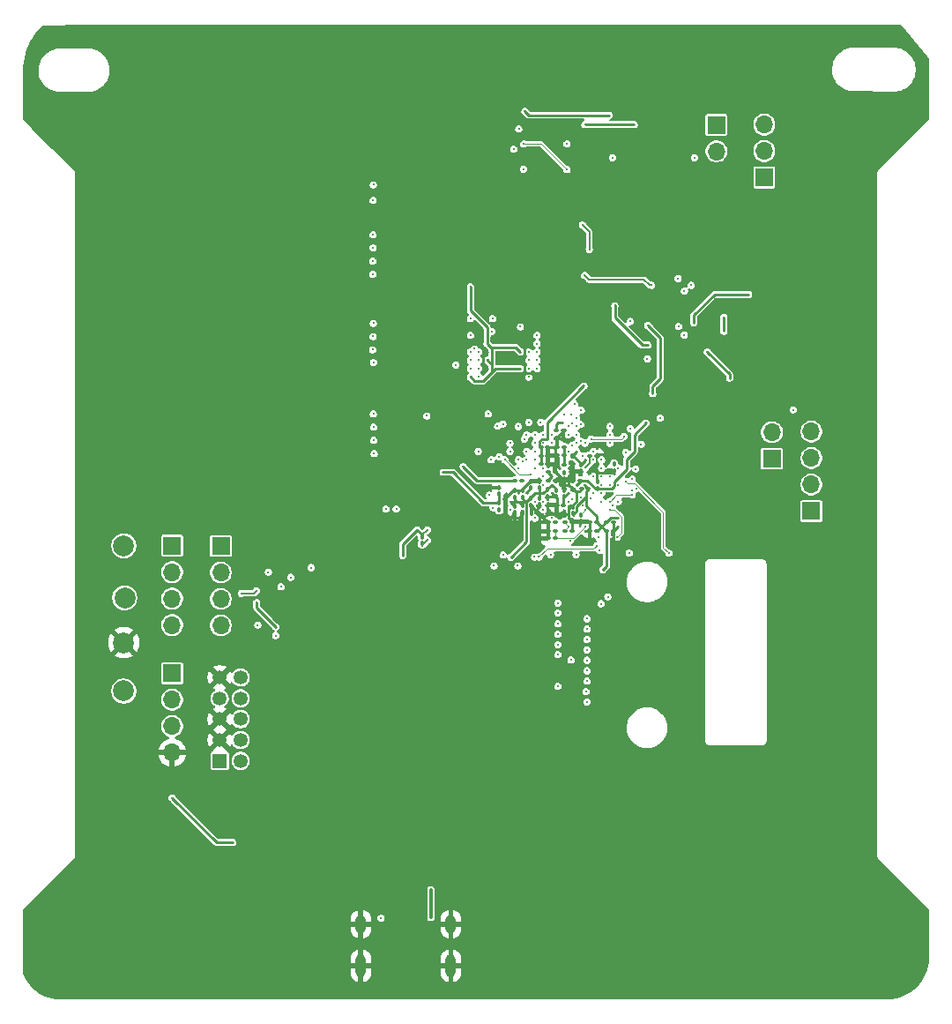
<source format=gbr>
%TF.GenerationSoftware,KiCad,Pcbnew,9.0.0*%
%TF.CreationDate,2025-05-06T20:27:03-04:00*%
%TF.ProjectId,payload_board,7061796c-6f61-4645-9f62-6f6172642e6b,rev?*%
%TF.SameCoordinates,Original*%
%TF.FileFunction,Copper,L4,Bot*%
%TF.FilePolarity,Positive*%
%FSLAX45Y45*%
G04 Gerber Fmt 4.5, Leading zero omitted, Abs format (unit mm)*
G04 Created by KiCad (PCBNEW 9.0.0) date 2025-05-06 20:27:03*
%MOMM*%
%LPD*%
G01*
G04 APERTURE LIST*
G04 Aperture macros list*
%AMRoundRect*
0 Rectangle with rounded corners*
0 $1 Rounding radius*
0 $2 $3 $4 $5 $6 $7 $8 $9 X,Y pos of 4 corners*
0 Add a 4 corners polygon primitive as box body*
4,1,4,$2,$3,$4,$5,$6,$7,$8,$9,$2,$3,0*
0 Add four circle primitives for the rounded corners*
1,1,$1+$1,$2,$3*
1,1,$1+$1,$4,$5*
1,1,$1+$1,$6,$7*
1,1,$1+$1,$8,$9*
0 Add four rect primitives between the rounded corners*
20,1,$1+$1,$2,$3,$4,$5,0*
20,1,$1+$1,$4,$5,$6,$7,0*
20,1,$1+$1,$6,$7,$8,$9,0*
20,1,$1+$1,$8,$9,$2,$3,0*%
G04 Aperture macros list end*
%TA.AperFunction,ComponentPad*%
%ADD10C,2.000000*%
%TD*%
%TA.AperFunction,ComponentPad*%
%ADD11R,1.700000X1.700000*%
%TD*%
%TA.AperFunction,ComponentPad*%
%ADD12O,1.700000X1.700000*%
%TD*%
%TA.AperFunction,ComponentPad*%
%ADD13O,1.000000X2.200000*%
%TD*%
%TA.AperFunction,ComponentPad*%
%ADD14O,1.000000X1.800000*%
%TD*%
%TA.AperFunction,ComponentPad*%
%ADD15R,1.350000X1.350000*%
%TD*%
%TA.AperFunction,ComponentPad*%
%ADD16C,1.350000*%
%TD*%
%TA.AperFunction,SMDPad,CuDef*%
%ADD17RoundRect,0.100000X-0.100000X0.130000X-0.100000X-0.130000X0.100000X-0.130000X0.100000X0.130000X0*%
%TD*%
%TA.AperFunction,SMDPad,CuDef*%
%ADD18RoundRect,0.100000X0.130000X0.100000X-0.130000X0.100000X-0.130000X-0.100000X0.130000X-0.100000X0*%
%TD*%
%TA.AperFunction,SMDPad,CuDef*%
%ADD19RoundRect,0.100000X-0.130000X-0.100000X0.130000X-0.100000X0.130000X0.100000X-0.130000X0.100000X0*%
%TD*%
%TA.AperFunction,SMDPad,CuDef*%
%ADD20RoundRect,0.100000X0.100000X-0.130000X0.100000X0.130000X-0.100000X0.130000X-0.100000X-0.130000X0*%
%TD*%
%TA.AperFunction,ViaPad*%
%ADD21C,0.300000*%
%TD*%
%TA.AperFunction,Conductor*%
%ADD22C,0.250000*%
%TD*%
%TA.AperFunction,Conductor*%
%ADD23C,0.200000*%
%TD*%
%TA.AperFunction,Conductor*%
%ADD24C,0.100000*%
%TD*%
%TA.AperFunction,Conductor*%
%ADD25C,0.300000*%
%TD*%
G04 APERTURE END LIST*
D10*
%TO.P,TP7,1,1*%
%TO.N,GND*%
X15350000Y-10735000D03*
%TD*%
D11*
%TO.P,J6,1,Pin_1*%
%TO.N,+3V3*%
X15815000Y-9805000D03*
D12*
%TO.P,J6,2,Pin_2*%
%TO.N,Net-(J6-Pin_2)*%
X15815000Y-10059000D03*
%TO.P,J6,3,Pin_3*%
%TO.N,LPI2C3_SCL*%
X15815000Y-10313000D03*
%TO.P,J6,4,Pin_4*%
%TO.N,LPI2C3_SDA*%
X15815000Y-10567000D03*
%TD*%
D11*
%TO.P,J11,1,Pin_1*%
%TO.N,LPSPI4_PCSO*%
X21955000Y-9472000D03*
D12*
%TO.P,J11,2,Pin_2*%
%TO.N,LPSPI4_SDI*%
X21955000Y-9218000D03*
%TO.P,J11,3,Pin_3*%
%TO.N,LPSPI4_SDO*%
X21955000Y-8964000D03*
%TO.P,J11,4,Pin_4*%
%TO.N,LPSPI4_SCK*%
X21955000Y-8710000D03*
%TD*%
D11*
%TO.P,J9,1,Pin_1*%
%TO.N,TEST_ANTENNAS*%
X21502500Y-6270000D03*
D12*
%TO.P,J9,2,Pin_2*%
%TO.N,FIRE_DEPLOY1_A*%
X21502500Y-6016000D03*
%TO.P,J9,3,Pin_3*%
%TO.N,FIRE_DEPLOY1_B*%
X21502500Y-5762000D03*
%TD*%
D10*
%TO.P,TP5,1,1*%
%TO.N,VBUS*%
X15350000Y-9805000D03*
%TD*%
%TO.P,TP8,1,1*%
%TO.N,VBUSP*%
X15350000Y-11200000D03*
%TD*%
D11*
%TO.P,J7,1,Pin_1*%
%TO.N,+3V3*%
X16282500Y-9807500D03*
D12*
%TO.P,J7,2,Pin_2*%
%TO.N,Net-(J7-Pin_2)*%
X16282500Y-10061500D03*
%TO.P,J7,3,Pin_3*%
%TO.N,LPI2C4_SCL*%
X16282500Y-10315500D03*
%TO.P,J7,4,Pin_4*%
%TO.N,LPI2C4_SDA*%
X16282500Y-10569500D03*
%TD*%
D13*
%TO.P,J2,SH1,SHIELD1*%
%TO.N,GND*%
X17628000Y-13837500D03*
%TO.P,J2,SH2,SHIELD2*%
X18492000Y-13837500D03*
D14*
%TO.P,J2,SH3,SHIELD3*%
X17628000Y-13437500D03*
%TO.P,J2,SH4,SHIELD4*%
X18492000Y-13437500D03*
%TD*%
D11*
%TO.P,J4,1,Pin_1*%
%TO.N,DEPLOY1*%
X21042500Y-5765000D03*
D12*
%TO.P,J4,2,Pin_2*%
%TO.N,READ_DEPLOY1*%
X21042500Y-6019000D03*
%TD*%
D15*
%TO.P,J10,1,1*%
%TO.N,+3V3*%
X16272500Y-11870000D03*
D16*
%TO.P,J10,2,2*%
%TO.N,JTAG_MOD*%
X16472500Y-11870000D03*
%TO.P,J10,3,3*%
%TO.N,GND*%
X16272500Y-11670000D03*
%TO.P,J10,4,4*%
%TO.N,JTAG_TCK*%
X16472500Y-11670000D03*
%TO.P,J10,5,5*%
%TO.N,GND*%
X16272500Y-11470000D03*
%TO.P,J10,6,6*%
%TO.N,JTAG_TDO*%
X16472500Y-11470000D03*
%TO.P,J10,7,7*%
%TO.N,JTAG_TMS*%
X16272500Y-11270000D03*
%TO.P,J10,8,8*%
%TO.N,JTAG_TDI*%
X16472500Y-11270000D03*
%TO.P,J10,9,9*%
%TO.N,GND*%
X16272500Y-11070000D03*
%TO.P,J10,10,10*%
%TO.N,JTAG_TRSTB*%
X16472500Y-11070000D03*
%TD*%
D10*
%TO.P,TP6,1,1*%
%TO.N,+3V3*%
X15360000Y-10305000D03*
%TD*%
D11*
%TO.P,J3,1,Pin_1*%
%TO.N,VBUS*%
X15815000Y-11030000D03*
D12*
%TO.P,J3,2,Pin_2*%
%TO.N,+3V3*%
X15815000Y-11284000D03*
%TO.P,J3,3,Pin_3*%
%TO.N,DCDC_IN*%
X15815000Y-11538000D03*
%TO.P,J3,4,Pin_4*%
%TO.N,GND*%
X15815000Y-11792000D03*
%TD*%
D11*
%TO.P,J5,1,Pin_1*%
%TO.N,LPUART2_RX*%
X21575000Y-8969000D03*
D12*
%TO.P,J5,2,Pin_2*%
%TO.N,LPUART2_TX*%
X21575000Y-8715000D03*
%TD*%
D17*
%TO.P,C42,1*%
%TO.N,+3V3*%
X19345000Y-9347500D03*
%TO.P,C42,2*%
%TO.N,GND*%
X19345000Y-9411500D03*
%TD*%
D18*
%TO.P,R39,1*%
%TO.N,Net-(U1D-DCDC_PSWITCH)*%
X19171000Y-9180000D03*
%TO.P,R39,2*%
%TO.N,+3V3*%
X19107000Y-9180000D03*
%TD*%
D17*
%TO.P,C35,1*%
%TO.N,+3V3*%
X19260000Y-9350000D03*
%TO.P,C35,2*%
%TO.N,GND*%
X19260000Y-9414000D03*
%TD*%
%TO.P,C13,1*%
%TO.N,Net-(U1E-VDD_SNVS_CAP)*%
X19740000Y-9510000D03*
%TO.P,C13,2*%
%TO.N,GND*%
X19740000Y-9574000D03*
%TD*%
D19*
%TO.P,R24,1*%
%TO.N,JTAG_TRSTB*%
X19828500Y-8940000D03*
%TO.P,R24,2*%
%TO.N,GND*%
X19892500Y-8940000D03*
%TD*%
D18*
%TO.P,C6,1*%
%TO.N,VBUS*%
X19492500Y-9580000D03*
%TO.P,C6,2*%
%TO.N,GND*%
X19428500Y-9580000D03*
%TD*%
D19*
%TO.P,C12,1*%
%TO.N,+3V3*%
X19988500Y-9660000D03*
%TO.P,C12,2*%
%TO.N,GND*%
X20052500Y-9660000D03*
%TD*%
D18*
%TO.P,C17,1*%
%TO.N,Net-(U1E-NVCC_PLL)*%
X19492500Y-9735000D03*
%TO.P,C17,2*%
%TO.N,GND*%
X19428500Y-9735000D03*
%TD*%
D19*
%TO.P,C39,1*%
%TO.N,+3V3*%
X19358500Y-9020000D03*
%TO.P,C39,2*%
%TO.N,GND*%
X19422500Y-9020000D03*
%TD*%
D17*
%TO.P,R23,1*%
%TO.N,JTAG_MOD*%
X20060000Y-9022000D03*
%TO.P,R23,2*%
%TO.N,GND*%
X20060000Y-9086000D03*
%TD*%
D20*
%TO.P,C33,1*%
%TO.N,+3V3*%
X19180000Y-9340000D03*
%TO.P,C33,2*%
%TO.N,GND*%
X19180000Y-9276000D03*
%TD*%
D17*
%TO.P,C29,1*%
%TO.N,+3V3*%
X19105000Y-9422500D03*
%TO.P,C29,2*%
%TO.N,GND*%
X19105000Y-9486500D03*
%TD*%
%TO.P,C3,1*%
%TO.N,+3V3*%
X19737500Y-9025000D03*
%TO.P,C3,2*%
%TO.N,GND*%
X19737500Y-9089000D03*
%TD*%
D18*
%TO.P,C18,1*%
%TO.N,Net-(U1E-NVCC_PLL)*%
X19492500Y-9665000D03*
%TO.P,C18,2*%
%TO.N,GND*%
X19428500Y-9665000D03*
%TD*%
%TO.P,C1,1*%
%TO.N,+3V3*%
X19811500Y-9257500D03*
%TO.P,C1,2*%
%TO.N,GND*%
X19747500Y-9257500D03*
%TD*%
D19*
%TO.P,C22,1*%
%TO.N,VDD_SOC*%
X19428000Y-9100000D03*
%TO.P,C22,2*%
%TO.N,GND*%
X19492000Y-9100000D03*
%TD*%
%TO.P,C9,1*%
%TO.N,Net-(U1E-VDD_HIGH_CAP)*%
X19588500Y-9660000D03*
%TO.P,C9,2*%
%TO.N,GND*%
X19652500Y-9660000D03*
%TD*%
D18*
%TO.P,C14,1*%
%TO.N,+3V3*%
X19892000Y-9580000D03*
%TO.P,C14,2*%
%TO.N,GND*%
X19828000Y-9580000D03*
%TD*%
D17*
%TO.P,C2,1*%
%TO.N,+3V3*%
X19580000Y-9102500D03*
%TO.P,C2,2*%
%TO.N,GND*%
X19580000Y-9166500D03*
%TD*%
D20*
%TO.P,C28,1*%
%TO.N,VDD_SOC*%
X19902500Y-9254000D03*
%TO.P,C28,2*%
%TO.N,GND*%
X19902500Y-9190000D03*
%TD*%
D17*
%TO.P,R44,1*%
%TO.N,+3V3*%
X18217500Y-9720500D03*
%TO.P,R44,2*%
%TO.N,Net-(U3-ERR#)*%
X18217500Y-9784500D03*
%TD*%
D19*
%TO.P,C8,1*%
%TO.N,Net-(U1E-VDD_HIGH_CAP)*%
X19588500Y-9580000D03*
%TO.P,C8,2*%
%TO.N,GND*%
X19652500Y-9580000D03*
%TD*%
D18*
%TO.P,C27,1*%
%TO.N,VDD_SOC*%
X19732500Y-9177500D03*
%TO.P,C27,2*%
%TO.N,GND*%
X19668500Y-9177500D03*
%TD*%
D20*
%TO.P,C44,1*%
%TO.N,+3V3*%
X19345000Y-9250000D03*
%TO.P,C44,2*%
%TO.N,GND*%
X19345000Y-9186000D03*
%TD*%
%TO.P,C36,1*%
%TO.N,+3V3*%
X19105000Y-9341500D03*
%TO.P,C36,2*%
%TO.N,GND*%
X19105000Y-9277500D03*
%TD*%
D19*
%TO.P,C37,1*%
%TO.N,+3V3*%
X19358500Y-8860000D03*
%TO.P,C37,2*%
%TO.N,GND*%
X19422500Y-8860000D03*
%TD*%
D17*
%TO.P,C31,1*%
%TO.N,+3V3*%
X19180000Y-9420000D03*
%TO.P,C31,2*%
%TO.N,GND*%
X19180000Y-9484000D03*
%TD*%
D18*
%TO.P,C21,1*%
%TO.N,VDD_SOC*%
X19576500Y-8937500D03*
%TO.P,C21,2*%
%TO.N,GND*%
X19512500Y-8937500D03*
%TD*%
D17*
%TO.P,C41,1*%
%TO.N,+3V3*%
X19417500Y-9268500D03*
%TO.P,C41,2*%
%TO.N,GND*%
X19417500Y-9332500D03*
%TD*%
D20*
%TO.P,C52,1*%
%TO.N,Net-(U1F-VDD_USB_CAP)*%
X19577500Y-9334000D03*
%TO.P,C52,2*%
%TO.N,GND*%
X19577500Y-9270000D03*
%TD*%
%TO.P,L1,1,1*%
%TO.N,Net-(L1-Pad1)*%
X18957500Y-9459000D03*
%TO.P,L1,2,2*%
%TO.N,VDD_SOC*%
X18957500Y-9395000D03*
%TD*%
D19*
%TO.P,C11,1*%
%TO.N,+3V3*%
X19988000Y-9582500D03*
%TO.P,C11,2*%
%TO.N,GND*%
X20052000Y-9582500D03*
%TD*%
D20*
%TO.P,C24,1*%
%TO.N,Net-(U1D-DCDC_PSWITCH)*%
X19260000Y-9252500D03*
%TO.P,C24,2*%
%TO.N,GND*%
X19260000Y-9188500D03*
%TD*%
%TO.P,C16,1*%
%TO.N,+3V3*%
X19662500Y-9496500D03*
%TO.P,C16,2*%
%TO.N,GND*%
X19662500Y-9432500D03*
%TD*%
D19*
%TO.P,C23,1*%
%TO.N,VDD_SOC*%
X19428500Y-9180000D03*
%TO.P,C23,2*%
%TO.N,GND*%
X19492500Y-9180000D03*
%TD*%
%TO.P,C40,1*%
%TO.N,/Memory/DQS*%
X19508000Y-8700000D03*
%TO.P,C40,2*%
%TO.N,GND*%
X19572000Y-8700000D03*
%TD*%
D18*
%TO.P,C15,1*%
%TO.N,+3V3*%
X19890000Y-9660000D03*
%TO.P,C15,2*%
%TO.N,GND*%
X19826000Y-9660000D03*
%TD*%
D17*
%TO.P,C4,1*%
%TO.N,+3V3*%
X19660000Y-8945000D03*
%TO.P,C4,2*%
%TO.N,GND*%
X19660000Y-9009000D03*
%TD*%
D18*
%TO.P,C26,1*%
%TO.N,VDD_SOC*%
X19580000Y-9027500D03*
%TO.P,C26,2*%
%TO.N,GND*%
X19516000Y-9027500D03*
%TD*%
%TO.P,C30,1*%
%TO.N,VDD_SOC*%
X19577000Y-8860000D03*
%TO.P,C30,2*%
%TO.N,GND*%
X19513000Y-8860000D03*
%TD*%
D17*
%TO.P,C43,1*%
%TO.N,+3V3*%
X19500000Y-9270000D03*
%TO.P,C43,2*%
%TO.N,GND*%
X19500000Y-9334000D03*
%TD*%
D19*
%TO.P,C38,1*%
%TO.N,+3V3*%
X19358500Y-8945000D03*
%TO.P,C38,2*%
%TO.N,GND*%
X19422500Y-8945000D03*
%TD*%
D20*
%TO.P,C25,1*%
%TO.N,VDD_SOC*%
X18957500Y-9312000D03*
%TO.P,C25,2*%
%TO.N,GND*%
X18957500Y-9248000D03*
%TD*%
D18*
%TO.P,C5,1*%
%TO.N,Net-(U1F-VDD_USB_CAP)*%
X19572500Y-9415000D03*
%TO.P,C5,2*%
%TO.N,GND*%
X19508500Y-9415000D03*
%TD*%
D21*
%TO.N,GND*%
X18740000Y-6195000D03*
%TO.N,VBUS*%
X18907000Y-9997500D03*
%TO.N,+3V3*%
X19952500Y-10035000D03*
X18610000Y-9045000D03*
%TO.N,GND*%
X19922500Y-10532500D03*
X19858750Y-10086250D03*
X19127500Y-10490000D03*
%TO.N,CSI_DATA04*%
X19640000Y-9755000D03*
%TO.N,DQ6*%
X19180000Y-8992500D03*
X19380000Y-9140000D03*
%TO.N,GND*%
X19872500Y-7292500D03*
X20320000Y-9615000D03*
X19060000Y-9620000D03*
X18167500Y-9552500D03*
X19540000Y-9140000D03*
X19160000Y-8025000D03*
X21167500Y-9315000D03*
X19140000Y-8900000D03*
X19060000Y-8580000D03*
X19620000Y-9140000D03*
X18437500Y-13237500D03*
X19140000Y-9540000D03*
X16979000Y-12877800D03*
X19365000Y-6452500D03*
X19540000Y-9060000D03*
X19520000Y-11405000D03*
X19970000Y-9102400D03*
X20020000Y-9300000D03*
X20257500Y-6450000D03*
X19160000Y-8185000D03*
X17740000Y-13248000D03*
X20322500Y-9825000D03*
X19945000Y-8175000D03*
X20257500Y-6667500D03*
X19460000Y-9300000D03*
X21167500Y-9635000D03*
X19620000Y-9220000D03*
X19570000Y-7190000D03*
X19320000Y-8185000D03*
X19620000Y-9060000D03*
X20020000Y-8900000D03*
X21030000Y-7440000D03*
X18300000Y-12700000D03*
X19140000Y-9300000D03*
X20417500Y-8910000D03*
X20775000Y-8822500D03*
X17867500Y-9752500D03*
X20417500Y-9190000D03*
X20100000Y-9620000D03*
X18840000Y-7945000D03*
X20955000Y-7817500D03*
X19160000Y-7865000D03*
X20775000Y-8987500D03*
X19380000Y-9540000D03*
X19320000Y-7545000D03*
X19060000Y-9540000D03*
X17857500Y-8920000D03*
X19540000Y-9220000D03*
X19380000Y-8660000D03*
X19780000Y-8660000D03*
X20985000Y-8270000D03*
X20100000Y-8580000D03*
X19700000Y-9380000D03*
X18167500Y-9752500D03*
X18840000Y-8105000D03*
X18067500Y-9352500D03*
X19700000Y-9300000D03*
X19620000Y-9540000D03*
%TO.N,VDD_SOC*%
X19460000Y-9140000D03*
X18957500Y-9312500D03*
X19700000Y-9220000D03*
X19380000Y-9220000D03*
X19576500Y-8935000D03*
%TO.N,Net-(U1E-NVCC_PLL)*%
X19780000Y-9620000D03*
%TO.N,VBUS*%
X19460000Y-9540000D03*
X17821000Y-13380000D03*
X18300000Y-13375000D03*
X19135000Y-9997500D03*
X19495000Y-9580000D03*
X18300000Y-13107500D03*
X19460000Y-9540000D03*
%TO.N,PWDN*%
X20020000Y-8740000D03*
X19922500Y-9850000D03*
%TO.N,Net-(U1E-VDD_SNVS_CAP)*%
X19780000Y-9460000D03*
%TO.N,Net-(U1F-VDD_USB_CAP)*%
X19620000Y-9300000D03*
%TO.N,Net-(U1D-DCDC_PSWITCH)*%
X19190000Y-9182500D03*
X19220000Y-9300000D03*
%TO.N,LDO_EN*%
X19800000Y-11005000D03*
X20205000Y-9875000D03*
X20020000Y-8660000D03*
%TO.N,XRS*%
X19800000Y-11105000D03*
X20172500Y-8907500D03*
X20172500Y-9190000D03*
X20585000Y-9875000D03*
X20020000Y-8820000D03*
%TO.N,Net-(U1E-VDD_HIGH_CAP)*%
X19620000Y-9620000D03*
%TO.N,/Memory/DQS*%
X19562178Y-8618811D03*
%TO.N,WDT_WDI*%
X20215000Y-7652500D03*
X20215000Y-8680000D03*
%TO.N,+3V3*%
X20100000Y-9540000D03*
X19770000Y-8270000D03*
X19700000Y-8900000D03*
X18680000Y-8185000D03*
X18840000Y-7865000D03*
X19940000Y-9620000D03*
X19420000Y-8780000D03*
X18167500Y-9652500D03*
X19060000Y-9380000D03*
X19358500Y-9017500D03*
X19160000Y-7945000D03*
X18680000Y-7545000D03*
X18840000Y-8025000D03*
X18030000Y-9900000D03*
X19380000Y-9300000D03*
X18840000Y-8185000D03*
X19575000Y-9100000D03*
X19070000Y-9915000D03*
X19740000Y-9025000D03*
X19160000Y-8105000D03*
X18995000Y-9895000D03*
X19780000Y-8980000D03*
X18267500Y-9652500D03*
X19140000Y-9380000D03*
X18680000Y-7320000D03*
X19778750Y-9221250D03*
X19300000Y-9300000D03*
X19700000Y-9460000D03*
X19460000Y-9220000D03*
%TO.N,DCDC_IN*%
X15815000Y-12225000D03*
X16397500Y-12655000D03*
%TO.N,WDT_BIAS*%
X20420000Y-7305000D03*
X19777500Y-7210000D03*
%TO.N,USB_DP_1*%
X19620000Y-9380000D03*
X19450000Y-9890000D03*
%TO.N,DQ1*%
X18680000Y-8105000D03*
X18957600Y-8949900D03*
X19220000Y-8980000D03*
%TO.N,DQ13*%
X19198250Y-8780948D03*
X19240000Y-8105000D03*
%TO.N,DQ15*%
X19239976Y-8620024D03*
X19300000Y-8900000D03*
X19240000Y-8185000D03*
%TO.N,DQML*%
X18261929Y-8558071D03*
X18850000Y-8540000D03*
%TO.N,A10*%
X18680000Y-7625000D03*
X19140000Y-9060000D03*
%TO.N,DQ7*%
X19260026Y-9120100D03*
X19010000Y-8979900D03*
%TO.N,DQ0*%
X19220000Y-8900000D03*
X18760000Y-8185000D03*
%TO.N,DQ11*%
X19240000Y-8025000D03*
X19300000Y-8740000D03*
%TO.N,DQ10*%
X19380000Y-8820000D03*
X19320000Y-7945000D03*
%TO.N,~{RAS}*%
X18885326Y-7749400D03*
X18940000Y-8657500D03*
%TO.N,DQ9*%
X19380000Y-8740000D03*
X19240000Y-7945000D03*
%TO.N,DQ6*%
X18760000Y-7945000D03*
%TO.N,DQMH*%
X19460000Y-8820000D03*
X19320000Y-7785000D03*
%TO.N,DQ12*%
X19355000Y-8620000D03*
X19300000Y-8820000D03*
X19320000Y-8025000D03*
%TO.N,DQ14*%
X19320000Y-8105000D03*
X19220000Y-8740000D03*
%TO.N,DQ3*%
X18680000Y-8025000D03*
X19300000Y-9060000D03*
%TO.N,DQ2*%
X19297500Y-8980000D03*
X18760000Y-8105000D03*
%TO.N,~{CS}*%
X19060000Y-8900000D03*
X18755000Y-8900000D03*
%TO.N,A0*%
X18892500Y-7625000D03*
X18992500Y-8635100D03*
%TO.N,DQ8*%
X19460000Y-8740000D03*
X19320000Y-7865000D03*
%TO.N,DQ5*%
X19380000Y-9060000D03*
X18680000Y-7945000D03*
%TO.N,DQ4*%
X18880000Y-8980000D03*
X18760000Y-8025000D03*
X19140000Y-8980000D03*
%TO.N,CSI_DATA05*%
X19740000Y-9342500D03*
X19520000Y-10555000D03*
X19940000Y-9140000D03*
%TO.N,CSI_PIXCLK*%
X19940000Y-9380000D03*
X19520000Y-10355000D03*
%TO.N,LPI2C1_SCL*%
X19695178Y-9890178D03*
X19761003Y-9417500D03*
X19645000Y-10902500D03*
X19520000Y-11155000D03*
%TO.N,CSI_DATA08*%
X20090000Y-9719900D03*
X20020000Y-9460000D03*
X19520000Y-10850000D03*
%TO.N,CSI_VSYNC*%
X19935000Y-10362500D03*
X19940000Y-9220000D03*
X19800000Y-10505000D03*
%TO.N,CSI_DATA02*%
X19800000Y-10805000D03*
X20100000Y-9220000D03*
%TO.N,CSI_DATA03*%
X19520000Y-10450000D03*
X19940000Y-9060000D03*
%TO.N,CSI_DATA06*%
X19800000Y-10905000D03*
X20020000Y-9220000D03*
%TO.N,CSI_DATA09*%
X19520000Y-10755000D03*
X19910000Y-9719900D03*
X20018962Y-9138962D03*
%TO.N,LPI2C1_SDA*%
X19790000Y-11205000D03*
X19860000Y-9300000D03*
%TO.N,CSI_HSYNC*%
X20045000Y-9420000D03*
X19800000Y-10605000D03*
%TO.N,CSI_DATA07*%
X19800000Y-10705000D03*
X20020000Y-9380000D03*
X20000100Y-10295000D03*
X20235000Y-9317500D03*
%TO.N,CSI_MCLK*%
X19940000Y-9300000D03*
X19800000Y-11305000D03*
%TO.N,CSI_DATA04*%
X19860000Y-9140000D03*
X19520000Y-10655000D03*
X19660000Y-9360048D03*
%TO.N,LPUART2_TX*%
X20235000Y-9275000D03*
%TO.N,LPI2C4_SCL*%
X19834800Y-9349323D03*
X16625000Y-10237500D03*
X16480000Y-10262500D03*
X19296000Y-9913000D03*
%TO.N,LPI2C4_SDA*%
X19892500Y-9805000D03*
X20100000Y-9380000D03*
X19338913Y-9912729D03*
%TO.N,LPI2C3_SCL*%
X16955000Y-10109200D03*
X16860000Y-10200000D03*
%TO.N,LPI2C3_SDA*%
X17150000Y-10015000D03*
X16810000Y-10667000D03*
%TO.N,Net-(L1-Pad1)*%
X19060000Y-9460000D03*
X18957500Y-9460000D03*
%TO.N,FIRE_DEPLOY1_A*%
X19192457Y-5948468D03*
X20832766Y-6080100D03*
X20045000Y-6080000D03*
X19607500Y-6195000D03*
%TO.N,FIRE_DEPLOY1_B*%
X19607500Y-5947500D03*
X19190000Y-6190000D03*
%TO.N,VBUSP*%
X20012500Y-5672500D03*
X19202500Y-5635000D03*
%TO.N,JTAG_MOD*%
X20060000Y-9017500D03*
%TO.N,JTAG_TRSTB*%
X19780480Y-9057400D03*
%TO.N,GPIO_B0_04*%
X19620000Y-8740000D03*
X17747500Y-6340000D03*
%TO.N,GPIO_B0_05*%
X17742500Y-7200000D03*
X19620000Y-8660000D03*
%TO.N,GPIO_B0_06*%
X19681247Y-8446253D03*
X17742500Y-7073500D03*
%TO.N,GPIO_B0_07*%
X17745000Y-6945000D03*
X19700000Y-8580000D03*
X19745000Y-8505000D03*
%TO.N,GPIO_B0_08*%
X17744000Y-6820000D03*
X19700000Y-8657500D03*
%TO.N,GPIO_B0_09*%
X19577500Y-8545000D03*
X19700000Y-8740000D03*
X17749000Y-8045000D03*
%TO.N,GPIO_B0_10*%
X17755000Y-8921000D03*
X19700000Y-8820000D03*
%TO.N,GPIO_B0_11*%
X19650000Y-8542500D03*
X17741000Y-7923500D03*
%TO.N,GPIO_B0_12*%
X17745000Y-7796500D03*
X19660000Y-8630000D03*
%TO.N,GPIO_B0_13*%
X19780000Y-8820000D03*
X17751000Y-8794000D03*
%TO.N,GPIO_B0_14*%
X19740000Y-8640048D03*
X17747500Y-7669500D03*
X19740000Y-8800000D03*
%TO.N,GPIO_B0_15*%
X19860000Y-8900000D03*
X17745000Y-6490000D03*
%TO.N,GPIO_AD_B0_04*%
X19860000Y-8980000D03*
X17747500Y-8540000D03*
%TO.N,GPIO_AD_B0_05*%
X17750000Y-8667000D03*
X20100000Y-9060000D03*
%TO.N,/Watchdog/WDT-VP*%
X20800000Y-7305000D03*
X20680000Y-7700000D03*
%TO.N,ODQ7*%
X19380000Y-9380000D03*
X18860000Y-9320000D03*
%TO.N,ODQ6*%
X19380000Y-9460000D03*
X17867500Y-9452500D03*
%TO.N,JTAG_TMS*%
X20267600Y-9067532D03*
%TO.N,JTAG_TCK*%
X19940000Y-8980000D03*
%TO.N,ODQ1*%
X19300000Y-9540000D03*
X17967500Y-9452500D03*
%TO.N,A_OSCLK*%
X18897500Y-9440100D03*
X19300000Y-9380000D03*
%TO.N,JTAG_TDI*%
X20272500Y-9257500D03*
%TO.N,JTAG_TDO*%
X20235000Y-9165000D03*
%TO.N,Net-(U4D--)*%
X21170000Y-8195000D03*
X20733900Y-7781530D03*
X20735000Y-7360000D03*
X20955000Y-7945000D03*
%TO.N,Net-(J6-Pin_2)*%
X16627500Y-10350000D03*
X16810000Y-10582500D03*
%TO.N,Net-(J7-Pin_2)*%
X16738600Y-10058400D03*
X16637000Y-10566400D03*
%TO.N,Net-(JP1-A)*%
X20825000Y-7665000D03*
X21352500Y-7392500D03*
%TO.N,Net-(Q2A-G)*%
X19780000Y-5762500D03*
X19096000Y-5998000D03*
X19145000Y-5804000D03*
X20252500Y-5762500D03*
%TO.N,Net-(U3-ERR#)*%
X18267500Y-9752500D03*
%TO.N,Net-(U4B--)*%
X20675000Y-7240000D03*
X20380000Y-8010000D03*
%TO.N,Net-(U4A--)*%
X20385000Y-7880000D03*
X20067500Y-7500000D03*
%TO.N,Net-(U5-ILIM)*%
X19755000Y-6725000D03*
X19822500Y-6960000D03*
%TO.N,Net-(R56-Pad1)*%
X20382500Y-7690000D03*
X20430000Y-8345000D03*
%TO.N,Net-(U4C-+)*%
X21115000Y-7745000D03*
X21115000Y-7612500D03*
%TO.N,~{WE}*%
X19060000Y-8820000D03*
X18680000Y-7785000D03*
%TO.N,A9*%
X19160000Y-7702500D03*
X19140000Y-8660000D03*
%TO.N,LPSPI4_SDI*%
X19760000Y-8940000D03*
%TO.N,LPSPI4_SCK*%
X20155000Y-8755000D03*
X19840000Y-8780000D03*
X21780000Y-8500000D03*
%TO.N,LPSPI4_SDO*%
X20320000Y-8830000D03*
X19620000Y-8900000D03*
%TO.N,LPSPI4_PCSO*%
X19660000Y-8840000D03*
X20502500Y-8580000D03*
%TO.N,A10*%
X18540000Y-8070000D03*
X18720000Y-7915000D03*
%TD*%
D22*
%TO.N,+3V3*%
X19988500Y-9999000D02*
X19952500Y-10035000D01*
X19988500Y-9660000D02*
X19988500Y-9999000D01*
X20030500Y-9540000D02*
X20100000Y-9540000D01*
X19988000Y-9582500D02*
X20030500Y-9540000D01*
X19940000Y-9620000D02*
X19975000Y-9585000D01*
X19940000Y-9620000D02*
X19895000Y-9575000D01*
X19977500Y-9657500D02*
X19975000Y-9655000D01*
X19940000Y-9620000D02*
X19977500Y-9657500D01*
X19900000Y-9660000D02*
X19940000Y-9620000D01*
X19890000Y-9660000D02*
X19900000Y-9660000D01*
%TO.N,GND*%
X19428500Y-9580000D02*
X19428500Y-9664000D01*
X19686250Y-9286250D02*
X19620000Y-9220000D01*
X19660000Y-9012500D02*
X19660000Y-9020000D01*
X19700000Y-9380000D02*
X19700000Y-9300000D01*
X19060000Y-9620000D02*
X19060000Y-9540000D01*
X19345000Y-9411500D02*
X19345000Y-9430000D01*
X19508500Y-9420000D02*
X19508500Y-9344000D01*
X19202500Y-7742500D02*
X19202500Y-7662500D01*
X19828000Y-9580000D02*
X19740000Y-9580000D01*
X19516000Y-9027500D02*
X19516000Y-9036000D01*
X19513000Y-8764380D02*
X19572500Y-8704880D01*
X19620000Y-9540000D02*
X19620000Y-9500000D01*
X19495000Y-9020000D02*
X19495000Y-9095000D01*
X21030000Y-7440000D02*
X21030000Y-7742500D01*
X19160000Y-7865000D02*
X19202400Y-7907400D01*
X19620000Y-9182500D02*
X19620000Y-9140000D01*
X19202500Y-7662500D02*
X19320000Y-7545000D01*
X19580000Y-9166500D02*
X19566500Y-9166500D01*
X19686250Y-9286250D02*
X19726250Y-9286250D01*
X18802400Y-7982600D02*
X18840000Y-7945000D01*
X19422500Y-8945000D02*
X19485000Y-8945000D01*
X19620000Y-9500000D02*
X19620000Y-9460000D01*
D23*
X19662500Y-9432500D02*
X19662500Y-9422500D01*
D22*
X18965000Y-9245000D02*
X18835000Y-9245000D01*
X19260000Y-9420000D02*
X19307500Y-9467500D01*
D23*
X19894500Y-9100000D02*
X19894500Y-8939500D01*
D22*
X19428500Y-9580000D02*
X19420000Y-9580000D01*
X19097500Y-9485000D02*
X19097500Y-9502500D01*
X19271000Y-9185000D02*
X19347500Y-9185000D01*
X19160000Y-8185000D02*
X19197600Y-8147400D01*
X19726250Y-9286250D02*
X19747500Y-9265000D01*
X19495000Y-8955000D02*
X19495000Y-9020000D01*
X19282400Y-8147400D02*
X19320000Y-8185000D01*
X19202400Y-7907400D02*
X19202400Y-7982600D01*
X19826000Y-9660000D02*
X19826000Y-9581500D01*
X19087500Y-9277500D02*
X19022400Y-9342600D01*
X19197600Y-8147400D02*
X19197600Y-8062600D01*
X18840000Y-8105000D02*
X18802400Y-8067400D01*
X19307500Y-9467500D02*
X19380000Y-9540000D01*
X19180000Y-9500000D02*
X19140000Y-9540000D01*
X20065500Y-9654500D02*
X20100000Y-9620000D01*
X19540000Y-9180000D02*
X19540000Y-9140000D01*
X19197600Y-8062600D02*
X19160000Y-8025000D01*
X19180000Y-9276000D02*
X19180000Y-9260000D01*
X19657600Y-9577600D02*
X19620000Y-9540000D01*
X19180000Y-9484000D02*
X19180000Y-9500000D01*
X19894500Y-9174500D02*
X19900000Y-9180000D01*
X19022400Y-9502400D02*
X19060000Y-9540000D01*
X19480000Y-8860000D02*
X19495000Y-8875000D01*
X19060000Y-9540000D02*
X19140000Y-9540000D01*
X19022400Y-9342600D02*
X19022400Y-9502400D01*
X19540000Y-9220000D02*
X19580000Y-9220000D01*
X19105000Y-9277500D02*
X19140000Y-9277500D01*
X20052000Y-9654500D02*
X20065500Y-9654500D01*
X19417500Y-9332500D02*
X19492500Y-9332500D01*
X19620000Y-9220000D02*
X19620000Y-9182500D01*
X19504000Y-9344000D02*
X19460000Y-9300000D01*
X19097500Y-9502500D02*
X19060000Y-9540000D01*
X19513000Y-8860000D02*
X19513000Y-8764380D01*
X19580000Y-9220000D02*
X19620000Y-9220000D01*
X19566500Y-9166500D02*
X19540000Y-9140000D01*
X19970000Y-9102400D02*
X19896900Y-9102400D01*
X19495000Y-8875000D02*
X19495000Y-8955000D01*
X19620000Y-9460000D02*
X19660000Y-9420000D01*
X19427500Y-9665000D02*
X19427500Y-9730000D01*
X18802400Y-8067400D02*
X18802400Y-7982600D01*
X19492500Y-9180000D02*
X19540000Y-9180000D01*
X20052500Y-9767500D02*
X20040000Y-9780000D01*
X19197600Y-8147400D02*
X19282400Y-8147400D01*
X19420000Y-9580000D02*
X19380000Y-9540000D01*
X19516000Y-9036000D02*
X19540000Y-9060000D01*
X19345000Y-9430000D02*
X19307500Y-9467500D01*
X19422500Y-8860000D02*
X19480000Y-8860000D01*
D23*
X19577500Y-9222500D02*
X19580000Y-9220000D01*
D22*
X19620000Y-9182500D02*
X19657500Y-9182500D01*
X19180000Y-9260000D02*
X19255000Y-9185000D01*
X19428500Y-9664000D02*
X19427500Y-9665000D01*
X19160000Y-7785000D02*
X19202500Y-7742500D01*
X19422500Y-9020000D02*
X19495000Y-9020000D01*
X20052000Y-9582500D02*
X20052000Y-9654500D01*
X19420000Y-9500000D02*
X19620000Y-9500000D01*
D23*
X19577500Y-9270000D02*
X19577500Y-9222500D01*
D22*
X19652500Y-9660000D02*
X19657600Y-9654900D01*
X20052400Y-9102400D02*
X19980000Y-9102400D01*
X19700000Y-9300000D02*
X19686250Y-9286250D01*
X19740000Y-9092500D02*
X19667500Y-9092500D01*
X19652500Y-9580000D02*
X19735000Y-9580000D01*
X19140000Y-9300000D02*
X19140000Y-9277500D01*
D23*
X19662500Y-9422500D02*
X19660000Y-9420000D01*
D22*
X19660000Y-9420000D02*
X19700000Y-9380000D01*
X20052500Y-9660000D02*
X20052500Y-9767500D01*
X19660000Y-9020000D02*
X19620000Y-9060000D01*
X19980000Y-9102400D02*
X19975000Y-9102400D01*
X19140000Y-9277500D02*
X19175000Y-9277500D01*
X19202400Y-7982600D02*
X19160000Y-8025000D01*
X20060000Y-9110000D02*
X20052400Y-9102400D01*
X19667500Y-9092500D02*
X19620000Y-9140000D01*
X19657600Y-9654900D02*
X19657600Y-9577600D01*
X21030000Y-7742500D02*
X20955000Y-7817500D01*
X19572500Y-8704880D02*
X19572500Y-8700000D01*
X19495000Y-9095000D02*
X19540000Y-9140000D01*
X19508500Y-9344000D02*
X19504000Y-9344000D01*
X19260000Y-9414000D02*
X19260000Y-9420000D01*
X19896900Y-9102400D02*
X19894500Y-9100000D01*
X19160000Y-7865000D02*
X19160000Y-7785000D01*
X19894500Y-9100000D02*
X19894500Y-9174500D01*
X19975000Y-9102400D02*
X19970000Y-9102400D01*
X19105000Y-9277500D02*
X19087500Y-9277500D01*
X19540000Y-9220000D02*
X19540000Y-9180000D01*
X19380000Y-9540000D02*
X19420000Y-9500000D01*
X19485000Y-8945000D02*
X19495000Y-8955000D01*
%TO.N,VDD_SOC*%
X20180827Y-9072600D02*
X20180827Y-8974173D01*
X18805000Y-9395000D02*
X18510000Y-9100000D01*
X19906100Y-9257600D02*
X20035575Y-9257600D01*
X20062400Y-9191027D02*
X20180827Y-9072600D01*
X20255000Y-8900000D02*
X20255000Y-8737500D01*
X18510000Y-9100000D02*
X18415000Y-9100000D01*
X19700000Y-9220000D02*
X19712500Y-9207500D01*
X18957500Y-9395000D02*
X18805000Y-9395000D01*
X19800880Y-9177500D02*
X19875880Y-9252500D01*
X19875880Y-9252500D02*
X19878380Y-9250000D01*
X19902500Y-9254000D02*
X19877380Y-9254000D01*
X19712500Y-9207500D02*
X19737500Y-9182500D01*
X18957500Y-9395000D02*
X18957500Y-9310000D01*
X19576500Y-8937500D02*
X19576500Y-8910000D01*
X20180827Y-8974173D02*
X20255000Y-8900000D01*
X20035575Y-9257600D02*
X20062400Y-9230775D01*
X19730000Y-9190000D02*
X19730000Y-9177500D01*
X19428000Y-9108000D02*
X19460000Y-9140000D01*
X19877380Y-9254000D02*
X19875880Y-9252500D01*
D24*
X19428000Y-9100000D02*
X19428000Y-9108000D01*
D22*
X20062400Y-9230775D02*
X20062400Y-9191027D01*
X19576500Y-8910000D02*
X19576500Y-8861500D01*
D24*
X19428500Y-9180000D02*
X19428500Y-9171500D01*
D22*
X20255000Y-8737500D02*
X20367500Y-8625000D01*
D24*
X19576500Y-8937500D02*
X19576500Y-8935000D01*
D22*
X19902500Y-9254000D02*
X19906100Y-9257600D01*
X19428500Y-9171500D02*
X19460000Y-9140000D01*
X19580000Y-9027500D02*
X19580000Y-8938500D01*
X19732500Y-9177500D02*
X19800880Y-9177500D01*
X19580000Y-8938500D02*
X19576500Y-8935000D01*
D24*
%TO.N,Net-(U1E-NVCC_PLL)*%
X19492500Y-9730000D02*
X19670000Y-9730000D01*
X19670000Y-9730000D02*
X19780000Y-9620000D01*
X19492500Y-9665000D02*
X19492500Y-9730000D01*
D25*
%TO.N,VBUS*%
X18300000Y-13375000D02*
X18300000Y-13107500D01*
D24*
%TO.N,Net-(U1E-VDD_SNVS_CAP)*%
X19740000Y-9500000D02*
X19780000Y-9460000D01*
X19740000Y-9510000D02*
X19740000Y-9500000D01*
D22*
%TO.N,Net-(U1F-VDD_USB_CAP)*%
X19620000Y-9300000D02*
X19582500Y-9337500D01*
X19572500Y-9415000D02*
X19572500Y-9337500D01*
X19582500Y-9337500D02*
X19572500Y-9337500D01*
%TO.N,Net-(U1D-DCDC_PSWITCH)*%
X19260000Y-9252500D02*
X19222600Y-9289900D01*
X19222600Y-9289900D02*
X19222600Y-9300000D01*
D24*
%TO.N,XRS*%
X20532500Y-9482003D02*
X20532500Y-9822500D01*
X20532500Y-9822500D02*
X20585000Y-9875000D01*
X20260497Y-9210000D02*
X20532500Y-9482003D01*
X20232500Y-9210000D02*
X20260497Y-9210000D01*
X20172500Y-9190000D02*
X20192500Y-9210000D01*
X20192500Y-9210000D02*
X20232500Y-9210000D01*
%TO.N,Net-(U1E-VDD_HIGH_CAP)*%
X19588500Y-9651500D02*
X19620000Y-9620000D01*
X19588500Y-9580000D02*
X19588500Y-9588500D01*
X19588500Y-9588500D02*
X19620000Y-9620000D01*
X19588500Y-9660000D02*
X19588500Y-9651500D01*
D22*
%TO.N,/Memory/DQS*%
X19522500Y-8625000D02*
X19555988Y-8625000D01*
X19508100Y-8639400D02*
X19522500Y-8625000D01*
X19508000Y-8639400D02*
X19508100Y-8639400D01*
X19555988Y-8625000D02*
X19562178Y-8618811D01*
X19508000Y-8700000D02*
X19508000Y-8639400D01*
%TO.N,+3V3*%
X18875000Y-7900000D02*
X18885000Y-7910000D01*
X19205000Y-9380000D02*
X19220000Y-9380000D01*
X18885000Y-8140000D02*
X18885000Y-8070000D01*
X19793503Y-9345000D02*
X19793503Y-9281497D01*
X19700000Y-9469500D02*
X19700000Y-9460000D01*
X19358500Y-9017500D02*
X19358500Y-8946500D01*
X18840000Y-7865000D02*
X18875000Y-7900000D01*
X19365000Y-8780000D02*
X19420000Y-8780000D01*
X19420000Y-8780000D02*
X19420000Y-8620000D01*
X19105000Y-9362500D02*
X19122500Y-9380000D01*
X19420000Y-8620000D02*
X19770000Y-8270000D01*
X19140000Y-9380000D02*
X19205000Y-9380000D01*
X19667500Y-8942500D02*
X19657500Y-8942500D01*
X19500000Y-9260000D02*
X19460000Y-9220000D01*
X19700000Y-9428603D02*
X19783603Y-9345000D01*
X19662500Y-9507000D02*
X19700000Y-9469500D01*
X19180000Y-9340000D02*
X19180000Y-9355000D01*
X19358500Y-8945000D02*
X19358500Y-8856500D01*
X19342400Y-8843900D02*
X19342400Y-8802600D01*
X19088000Y-9180000D02*
X18745000Y-9180000D01*
X19740000Y-9015000D02*
X19667500Y-8942500D01*
X19180000Y-9420000D02*
X19140000Y-9380000D01*
X18745000Y-9180000D02*
X18610000Y-9045000D01*
X19358500Y-8860000D02*
X19342400Y-8843900D01*
X19122500Y-9380000D02*
X19060000Y-9380000D01*
X19778750Y-9221250D02*
X19777500Y-9220000D01*
X18885000Y-8140000D02*
X18920000Y-8105000D01*
X19345000Y-9347500D02*
X19345000Y-9300000D01*
X19793503Y-9281497D02*
X19815000Y-9260000D01*
X19380000Y-9300000D02*
X19460000Y-9220000D01*
X18885000Y-8070000D02*
X18840000Y-8025000D01*
X19140000Y-9380000D02*
X19122500Y-9380000D01*
X18217500Y-9701500D02*
X18216500Y-9701500D01*
X18920000Y-8105000D02*
X19160000Y-8105000D01*
X19812000Y-9262500D02*
X19812000Y-9254500D01*
X19890000Y-9523897D02*
X19890000Y-9570000D01*
D23*
X18217500Y-9701500D02*
X18218500Y-9701500D01*
D22*
X18030000Y-9790000D02*
X18030000Y-9900000D01*
X18167500Y-9652500D02*
X18030000Y-9790000D01*
X19380000Y-9300000D02*
X19345000Y-9300000D01*
X19358500Y-9020000D02*
X19358500Y-9017500D01*
X19097500Y-9417500D02*
X19060000Y-9380000D01*
X19220000Y-9380000D02*
X19220000Y-9765000D01*
X19793503Y-9427400D02*
X19890000Y-9523897D01*
X19780000Y-8985000D02*
X19740000Y-9025000D01*
X19812000Y-9254500D02*
X19778750Y-9221250D01*
X18680000Y-7545000D02*
X18680000Y-7320000D01*
X18802400Y-8222600D02*
X18840000Y-8185000D01*
X19345000Y-9300000D02*
X19345000Y-9245000D01*
X19700000Y-8900000D02*
X19700000Y-8905000D01*
X19740000Y-9025000D02*
X19740000Y-9015000D01*
X19700000Y-8905000D02*
X19660000Y-8945000D01*
X18680000Y-8185000D02*
X18717600Y-8222600D01*
X18717600Y-8222600D02*
X18802400Y-8222600D01*
X19220000Y-9380000D02*
X19300000Y-9300000D01*
X19105000Y-9341500D02*
X19105000Y-9362500D01*
X19180000Y-9355000D02*
X19205000Y-9380000D01*
X19097500Y-9421000D02*
X19097500Y-9417500D01*
X19220000Y-9765000D02*
X19070000Y-9915000D01*
X19780000Y-8980000D02*
X19780000Y-8985000D01*
X19345000Y-9300000D02*
X19300000Y-9300000D01*
X19358500Y-8861500D02*
X19360000Y-8860000D01*
X18840000Y-8185000D02*
X18885000Y-8140000D01*
X19700000Y-9460000D02*
X19700000Y-9428603D01*
X19115000Y-7900000D02*
X19160000Y-7945000D01*
D23*
X18218500Y-9701500D02*
X18267500Y-9652500D01*
D22*
X19783603Y-9345000D02*
X19793503Y-9345000D01*
X18875000Y-7900000D02*
X19115000Y-7900000D01*
X19793503Y-9427400D02*
X19793503Y-9345000D01*
X18216500Y-9701500D02*
X18167500Y-9652500D01*
X19500000Y-9270000D02*
X19500000Y-9260000D01*
X18885000Y-7910000D02*
X18885000Y-8070000D01*
X18840000Y-7865000D02*
X18840000Y-7705000D01*
X18840000Y-7705000D02*
X18680000Y-7545000D01*
D24*
X19892000Y-9580000D02*
X19900000Y-9580000D01*
D22*
X19654620Y-8945000D02*
X19660000Y-8945000D01*
X19342400Y-8802600D02*
X19365000Y-8780000D01*
D24*
X19988000Y-9582500D02*
X19977500Y-9582500D01*
D22*
%TO.N,DCDC_IN*%
X16245000Y-12655000D02*
X16397500Y-12655000D01*
X15815000Y-12225000D02*
X16245000Y-12655000D01*
D23*
%TO.N,WDT_BIAS*%
X19777500Y-7210000D02*
X19818750Y-7251250D01*
X20400000Y-7305000D02*
X20346250Y-7251250D01*
X20420000Y-7305000D02*
X20400000Y-7305000D01*
X19818750Y-7251250D02*
X20346250Y-7251250D01*
D24*
%TO.N,DQ7*%
X19150200Y-9120100D02*
X19260026Y-9120100D01*
X19010000Y-8979900D02*
X19150200Y-9120100D01*
%TO.N,CSI_DATA08*%
X20062568Y-9460000D02*
X20130100Y-9527532D01*
X20130100Y-9527532D02*
X20130100Y-9679800D01*
X20130100Y-9679800D02*
X20090000Y-9719900D01*
X20020000Y-9460000D02*
X20062568Y-9460000D01*
%TO.N,CSI_DATA07*%
X20082500Y-9317500D02*
X20020000Y-9380000D01*
X20235000Y-9317500D02*
X20082500Y-9317500D01*
D23*
%TO.N,LPI2C4_SCL*%
X16600000Y-10262500D02*
X16625000Y-10237500D01*
X16480000Y-10262500D02*
X16600000Y-10262500D01*
D24*
%TO.N,LPI2C4_SDA*%
X19416641Y-9835000D02*
X19338913Y-9912729D01*
X19862500Y-9835000D02*
X19416641Y-9835000D01*
X19892500Y-9805000D02*
X19862500Y-9835000D01*
%TO.N,FIRE_DEPLOY1_A*%
X19607500Y-6195000D02*
X19360968Y-5948468D01*
X19360968Y-5948468D02*
X19192457Y-5948468D01*
D22*
%TO.N,VBUSP*%
X19240000Y-5672500D02*
X19202500Y-5635000D01*
X20012500Y-5672500D02*
X19240000Y-5672500D01*
D23*
%TO.N,JTAG_TRSTB*%
X19827400Y-9010480D02*
X19827400Y-8960000D01*
X19780480Y-9057400D02*
X19827400Y-9010480D01*
D22*
%TO.N,Net-(U4D--)*%
X21170000Y-8160000D02*
X20955000Y-7945000D01*
X21170000Y-8195000D02*
X21170000Y-8160000D01*
%TO.N,Net-(J6-Pin_2)*%
X16627500Y-10400000D02*
X16810000Y-10582500D01*
X16627500Y-10350000D02*
X16627500Y-10400000D01*
%TO.N,Net-(JP1-A)*%
X20825000Y-7591825D02*
X21024326Y-7392500D01*
X21024326Y-7392500D02*
X21352500Y-7392500D01*
X20825000Y-7665000D02*
X20825000Y-7591825D01*
%TO.N,Net-(Q2A-G)*%
X20252500Y-5762500D02*
X19780000Y-5762500D01*
D23*
%TO.N,Net-(U3-ERR#)*%
X18217500Y-9802500D02*
X18267500Y-9752500D01*
X18217500Y-9803500D02*
X18217500Y-9802500D01*
D22*
%TO.N,Net-(U4A--)*%
X20330000Y-7880000D02*
X20067500Y-7617500D01*
X20337500Y-7880000D02*
X20330000Y-7880000D01*
X20385000Y-7880000D02*
X20337500Y-7880000D01*
X20067500Y-7617500D02*
X20067500Y-7500000D01*
D23*
%TO.N,Net-(U5-ILIM)*%
X19755000Y-6725000D02*
X19822500Y-6792500D01*
X19822500Y-6792500D02*
X19822500Y-6960000D01*
D22*
%TO.N,Net-(R56-Pad1)*%
X20430000Y-8345000D02*
X20430000Y-8275000D01*
X20382500Y-7690000D02*
X20502500Y-7810000D01*
X20430000Y-8275000D02*
X20502500Y-8202500D01*
X20502500Y-7810000D02*
X20502500Y-8202500D01*
%TO.N,Net-(U4C-+)*%
X21115000Y-7745000D02*
X21115000Y-7612500D01*
D24*
%TO.N,LPSPI4_SCK*%
X20130000Y-8780000D02*
X19840000Y-8780000D01*
X20155000Y-8755000D02*
X20130000Y-8780000D01*
%TD*%
%TA.AperFunction,Conductor*%
%TO.N,GND*%
G36*
X19817933Y-9641886D02*
G01*
X19823527Y-9646073D01*
X19825968Y-9652620D01*
X19826000Y-9653504D01*
X19826000Y-9660000D01*
X19833600Y-9660000D01*
X19840304Y-9661969D01*
X19844879Y-9667249D01*
X19846000Y-9672400D01*
X19846000Y-9729596D01*
X19846000Y-9729596D01*
X19854663Y-9728456D01*
X19854663Y-9728456D01*
X19860811Y-9725909D01*
X19867758Y-9725162D01*
X19874005Y-9728290D01*
X19876725Y-9732804D01*
X19877028Y-9732678D01*
X19877339Y-9733429D01*
X19881953Y-9741421D01*
X19881953Y-9741421D01*
X19881953Y-9741421D01*
X19888479Y-9747947D01*
X19888479Y-9747947D01*
X19889124Y-9748442D01*
X19889030Y-9748564D01*
X19893217Y-9752955D01*
X19894539Y-9759816D01*
X19891943Y-9766302D01*
X19886251Y-9770355D01*
X19885405Y-9770615D01*
X19883035Y-9771250D01*
X19878971Y-9772339D01*
X19878971Y-9772339D01*
X19870979Y-9776953D01*
X19870979Y-9776953D01*
X19864453Y-9783479D01*
X19864453Y-9783479D01*
X19859839Y-9791471D01*
X19859839Y-9791471D01*
X19859839Y-9791471D01*
X19859839Y-9791471D01*
X19858683Y-9795785D01*
X19857350Y-9800759D01*
X19853713Y-9806725D01*
X19847429Y-9809778D01*
X19845372Y-9809950D01*
X19661201Y-9809950D01*
X19654497Y-9807982D01*
X19649922Y-9802701D01*
X19648928Y-9795785D01*
X19651830Y-9789430D01*
X19655001Y-9786811D01*
X19658162Y-9784986D01*
X19661521Y-9783047D01*
X19668047Y-9776521D01*
X19672661Y-9768529D01*
X19674851Y-9760355D01*
X19678488Y-9754390D01*
X19682083Y-9752109D01*
X19684190Y-9751236D01*
X19740022Y-9695404D01*
X19746154Y-9692056D01*
X19753123Y-9692554D01*
X19758716Y-9696741D01*
X19760246Y-9699427D01*
X19760590Y-9700259D01*
X19770208Y-9712792D01*
X19782741Y-9722410D01*
X19797337Y-9728455D01*
X19797337Y-9728456D01*
X19806000Y-9729596D01*
X19806000Y-9680000D01*
X19785362Y-9680000D01*
X19783239Y-9679377D01*
X19781032Y-9679220D01*
X19779952Y-9678411D01*
X19778658Y-9678032D01*
X19777210Y-9676360D01*
X19775438Y-9675034D01*
X19774966Y-9673770D01*
X19774083Y-9672751D01*
X19773768Y-9670561D01*
X19772994Y-9668488D01*
X19773280Y-9667170D01*
X19773088Y-9665835D01*
X19774008Y-9663822D01*
X19774477Y-9661661D01*
X19775806Y-9659884D01*
X19775991Y-9659480D01*
X19776591Y-9658835D01*
X19776755Y-9658671D01*
X19782886Y-9655321D01*
X19783907Y-9655143D01*
X19784613Y-9655050D01*
X19784614Y-9655050D01*
X19793529Y-9652661D01*
X19801521Y-9648047D01*
X19804832Y-9644736D01*
X19810964Y-9641388D01*
X19817933Y-9641886D01*
G37*
%TD.AperFunction*%
%TA.AperFunction,Conductor*%
G36*
X20060969Y-9660255D02*
G01*
X20061865Y-9660126D01*
X20064269Y-9661224D01*
X20066804Y-9661969D01*
X20067397Y-9662653D01*
X20068220Y-9663029D01*
X20069649Y-9665252D01*
X20071379Y-9667249D01*
X20071608Y-9668300D01*
X20071998Y-9668907D01*
X20072500Y-9672400D01*
X20072500Y-9682696D01*
X20070532Y-9689400D01*
X20068868Y-9691464D01*
X20061953Y-9698379D01*
X20061953Y-9698379D01*
X20057339Y-9706371D01*
X20057339Y-9706371D01*
X20056878Y-9708092D01*
X20053241Y-9714058D01*
X20046956Y-9717111D01*
X20040019Y-9716282D01*
X20034631Y-9711833D01*
X20032504Y-9705178D01*
X20032500Y-9704883D01*
X20032500Y-9672400D01*
X20034469Y-9665696D01*
X20039749Y-9661121D01*
X20044900Y-9660000D01*
X20060100Y-9660000D01*
X20060969Y-9660255D01*
G37*
%TD.AperFunction*%
%TA.AperFunction,Conductor*%
G36*
X19648014Y-9539550D02*
G01*
X19657126Y-9539550D01*
X19658215Y-9539550D01*
X19658215Y-9539550D01*
X19660100Y-9539550D01*
X19664037Y-9540706D01*
X19666804Y-9541519D01*
X19666804Y-9541519D01*
X19666804Y-9541519D01*
X19670192Y-9545429D01*
X19671379Y-9546799D01*
X19671380Y-9546799D01*
X19671380Y-9546801D01*
X19672500Y-9551950D01*
X19672500Y-9554000D01*
X19811864Y-9554000D01*
X19814808Y-9554864D01*
X19817807Y-9555517D01*
X19818308Y-9555892D01*
X19818568Y-9555969D01*
X19820632Y-9557632D01*
X19824368Y-9561368D01*
X19827717Y-9567500D01*
X19828000Y-9570136D01*
X19828000Y-9587600D01*
X19826032Y-9594304D01*
X19820751Y-9598879D01*
X19815600Y-9600000D01*
X19814704Y-9600000D01*
X19808001Y-9598032D01*
X19805936Y-9596368D01*
X19801522Y-9591953D01*
X19801521Y-9591953D01*
X19801521Y-9591953D01*
X19801521Y-9591953D01*
X19801521Y-9591953D01*
X19793529Y-9587339D01*
X19793529Y-9587339D01*
X19793529Y-9587339D01*
X19793529Y-9587339D01*
X19784614Y-9584950D01*
X19775386Y-9584950D01*
X19766471Y-9587339D01*
X19766471Y-9587339D01*
X19766471Y-9587339D01*
X19766471Y-9587339D01*
X19758479Y-9591953D01*
X19758479Y-9591953D01*
X19751953Y-9598479D01*
X19751953Y-9598479D01*
X19747339Y-9606471D01*
X19747339Y-9606471D01*
X19747339Y-9606471D01*
X19747339Y-9606471D01*
X19746329Y-9610239D01*
X19744950Y-9615386D01*
X19744857Y-9616094D01*
X19743933Y-9618183D01*
X19743448Y-9620414D01*
X19742218Y-9622058D01*
X19742030Y-9622483D01*
X19741334Y-9623240D01*
X19741171Y-9623403D01*
X19735040Y-9626754D01*
X19728070Y-9626257D01*
X19722476Y-9622072D01*
X19720032Y-9615526D01*
X19720000Y-9614638D01*
X19720000Y-9600000D01*
X19664900Y-9600000D01*
X19658196Y-9598032D01*
X19653621Y-9592751D01*
X19652500Y-9587600D01*
X19652500Y-9580000D01*
X19644900Y-9580000D01*
X19644031Y-9579745D01*
X19643135Y-9579874D01*
X19640731Y-9578776D01*
X19638196Y-9578032D01*
X19637603Y-9577347D01*
X19636780Y-9576971D01*
X19635351Y-9574748D01*
X19633621Y-9572751D01*
X19633392Y-9571700D01*
X19633002Y-9571094D01*
X19632500Y-9567600D01*
X19632500Y-9551672D01*
X19634469Y-9544968D01*
X19639749Y-9540393D01*
X19646329Y-9539355D01*
X19648014Y-9539550D01*
G37*
%TD.AperFunction*%
%TA.AperFunction,Conductor*%
G36*
X19429981Y-9383618D02*
G01*
X19435369Y-9388067D01*
X19437497Y-9394722D01*
X19437500Y-9395000D01*
X19437500Y-9395000D01*
X19517050Y-9395000D01*
X19523754Y-9396969D01*
X19528329Y-9402249D01*
X19529450Y-9407400D01*
X19529450Y-9428914D01*
X19528500Y-9432149D01*
X19528500Y-9484596D01*
X19528500Y-9484596D01*
X19537163Y-9483456D01*
X19537163Y-9483456D01*
X19551759Y-9477410D01*
X19564293Y-9467792D01*
X19570348Y-9459901D01*
X19570656Y-9459676D01*
X19570814Y-9459330D01*
X19573456Y-9457632D01*
X19575991Y-9455781D01*
X19576464Y-9455698D01*
X19576692Y-9455552D01*
X19580185Y-9455050D01*
X19583227Y-9455050D01*
X19589931Y-9457018D01*
X19594506Y-9462299D01*
X19594683Y-9462705D01*
X19600090Y-9475759D01*
X19609708Y-9488293D01*
X19617301Y-9494119D01*
X19621421Y-9499762D01*
X19621837Y-9506737D01*
X19618415Y-9512829D01*
X19614498Y-9515413D01*
X19609241Y-9517590D01*
X19596707Y-9527208D01*
X19590652Y-9535099D01*
X19585009Y-9539219D01*
X19580815Y-9539950D01*
X19571014Y-9539950D01*
X19571012Y-9539950D01*
X19568501Y-9540241D01*
X19568501Y-9540242D01*
X19558224Y-9544779D01*
X19558223Y-9544779D01*
X19549467Y-9553536D01*
X19549225Y-9553294D01*
X19545317Y-9556484D01*
X19538375Y-9557275D01*
X19532108Y-9554187D01*
X19531539Y-9553530D01*
X19531533Y-9553536D01*
X19522777Y-9544779D01*
X19512499Y-9540242D01*
X19509987Y-9539950D01*
X19509987Y-9539950D01*
X19505788Y-9539950D01*
X19499084Y-9537982D01*
X19494509Y-9532701D01*
X19493810Y-9530759D01*
X19492859Y-9527208D01*
X19492661Y-9526471D01*
X19492661Y-9526471D01*
X19492661Y-9526471D01*
X19492661Y-9526471D01*
X19488047Y-9518479D01*
X19488047Y-9518479D01*
X19488047Y-9518479D01*
X19481521Y-9511953D01*
X19481521Y-9511953D01*
X19481521Y-9511953D01*
X19473625Y-9507394D01*
X19473625Y-9507394D01*
X19473529Y-9507339D01*
X19464614Y-9504950D01*
X19455386Y-9504950D01*
X19446471Y-9507339D01*
X19446471Y-9507339D01*
X19446471Y-9507339D01*
X19446471Y-9507339D01*
X19438479Y-9511953D01*
X19438479Y-9511953D01*
X19431953Y-9518479D01*
X19431953Y-9518479D01*
X19431639Y-9519024D01*
X19426582Y-9523845D01*
X19419721Y-9525167D01*
X19413235Y-9522570D01*
X19411129Y-9520458D01*
X19399397Y-9505443D01*
X19399153Y-9504828D01*
X19398658Y-9504388D01*
X19397881Y-9501621D01*
X19396821Y-9498949D01*
X19396948Y-9498299D01*
X19396769Y-9497661D01*
X19397612Y-9494913D01*
X19398165Y-9492092D01*
X19398623Y-9491614D01*
X19398817Y-9490981D01*
X19400982Y-9488657D01*
X19400947Y-9488622D01*
X19404407Y-9485161D01*
X19408047Y-9481521D01*
X19412661Y-9473529D01*
X19415050Y-9464614D01*
X19415050Y-9455386D01*
X19413036Y-9447871D01*
X19413065Y-9446690D01*
X19412980Y-9446523D01*
X19412840Y-9442997D01*
X19412888Y-9442537D01*
X19437821Y-9442537D01*
X19443090Y-9455259D01*
X19452708Y-9467792D01*
X19465241Y-9477410D01*
X19479231Y-9483205D01*
X19480349Y-9483523D01*
X19488500Y-9484596D01*
X19488500Y-9435000D01*
X19438601Y-9435000D01*
X19437821Y-9442537D01*
X19412888Y-9442537D01*
X19414031Y-9431500D01*
X19407177Y-9431500D01*
X19400473Y-9429532D01*
X19395897Y-9424251D01*
X19394903Y-9417335D01*
X19397805Y-9410980D01*
X19400977Y-9408361D01*
X19401521Y-9408047D01*
X19401521Y-9408047D01*
X19408047Y-9401521D01*
X19412661Y-9393529D01*
X19413123Y-9391808D01*
X19416759Y-9385842D01*
X19423044Y-9382789D01*
X19429981Y-9383618D01*
G37*
%TD.AperFunction*%
%TA.AperFunction,Conductor*%
G36*
X19273070Y-9402683D02*
G01*
X19273718Y-9403286D01*
X19278479Y-9408047D01*
X19281677Y-9409894D01*
X19283354Y-9410861D01*
X19288175Y-9415918D01*
X19289497Y-9422779D01*
X19286900Y-9429265D01*
X19281209Y-9433318D01*
X19280575Y-9433425D01*
X19280000Y-9434000D01*
X19280000Y-9486201D01*
X19284093Y-9489791D01*
X19287836Y-9495691D01*
X19287794Y-9502678D01*
X19283982Y-9508533D01*
X19282118Y-9509852D01*
X19278479Y-9511953D01*
X19278479Y-9511953D01*
X19273718Y-9516714D01*
X19267586Y-9520062D01*
X19260617Y-9519564D01*
X19255023Y-9515377D01*
X19252582Y-9508830D01*
X19252550Y-9507946D01*
X19252550Y-9412054D01*
X19254519Y-9405350D01*
X19259799Y-9400775D01*
X19266715Y-9399781D01*
X19273070Y-9402683D01*
G37*
%TD.AperFunction*%
%TA.AperFunction,Conductor*%
G36*
X19656804Y-9414469D02*
G01*
X19661379Y-9419749D01*
X19662500Y-9424900D01*
X19662500Y-9432681D01*
X19663343Y-9434226D01*
X19664793Y-9435899D01*
X19664985Y-9437232D01*
X19665630Y-9438414D01*
X19665472Y-9440623D01*
X19665788Y-9442815D01*
X19665228Y-9444040D01*
X19665132Y-9445383D01*
X19663805Y-9447156D01*
X19662885Y-9449170D01*
X19661752Y-9449899D01*
X19660945Y-9450977D01*
X19658870Y-9451750D01*
X19657007Y-9452948D01*
X19654815Y-9453263D01*
X19654398Y-9453418D01*
X19653514Y-9453450D01*
X19648586Y-9453450D01*
X19645351Y-9452500D01*
X19625237Y-9452500D01*
X19618533Y-9450532D01*
X19613957Y-9445251D01*
X19612963Y-9438335D01*
X19613893Y-9435091D01*
X19613951Y-9434959D01*
X19615259Y-9431999D01*
X19615550Y-9429487D01*
X19615550Y-9426994D01*
X19616335Y-9424322D01*
X19616796Y-9421575D01*
X19617305Y-9421016D01*
X19617519Y-9420290D01*
X19619623Y-9418466D01*
X19621496Y-9416405D01*
X19622494Y-9415978D01*
X19622799Y-9415714D01*
X19624740Y-9415016D01*
X19630475Y-9413480D01*
X19632555Y-9412923D01*
X19635764Y-9412500D01*
X19650100Y-9412500D01*
X19656804Y-9414469D01*
G37*
%TD.AperFunction*%
%TA.AperFunction,Conductor*%
G36*
X19340144Y-9393473D02*
G01*
X19341179Y-9393274D01*
X19343500Y-9394203D01*
X19345943Y-9394735D01*
X19347225Y-9395695D01*
X19347665Y-9395871D01*
X19348043Y-9396307D01*
X19348768Y-9396850D01*
X19349922Y-9398004D01*
X19351953Y-9401521D01*
X19358479Y-9408047D01*
X19361996Y-9410078D01*
X19363150Y-9411232D01*
X19366499Y-9417364D01*
X19366000Y-9424333D01*
X19361813Y-9429927D01*
X19360582Y-9430739D01*
X19358479Y-9431953D01*
X19358479Y-9431953D01*
X19351953Y-9438479D01*
X19351953Y-9438479D01*
X19348139Y-9445086D01*
X19343082Y-9449907D01*
X19336221Y-9451229D01*
X19329735Y-9448632D01*
X19327914Y-9446872D01*
X19313361Y-9429586D01*
X19312678Y-9428033D01*
X19311567Y-9426751D01*
X19311301Y-9424901D01*
X19310549Y-9423190D01*
X19310814Y-9421515D01*
X19310573Y-9419835D01*
X19311349Y-9418135D01*
X19311642Y-9416289D01*
X19312771Y-9415023D01*
X19313475Y-9413480D01*
X19316020Y-9411378D01*
X19316292Y-9411074D01*
X19316438Y-9411034D01*
X19316647Y-9410861D01*
X19317751Y-9410224D01*
X19321521Y-9408047D01*
X19328047Y-9401521D01*
X19329261Y-9399418D01*
X19331071Y-9397692D01*
X19332569Y-9395691D01*
X19333556Y-9395323D01*
X19334318Y-9394596D01*
X19336773Y-9394123D01*
X19339115Y-9393249D01*
X19340144Y-9393473D01*
G37*
%TD.AperFunction*%
%TA.AperFunction,Conductor*%
G36*
X19413981Y-9329223D02*
G01*
X19416557Y-9332500D01*
X19425100Y-9332500D01*
X19431804Y-9334469D01*
X19436379Y-9339749D01*
X19437500Y-9344900D01*
X19437500Y-9364983D01*
X19435532Y-9371687D01*
X19430251Y-9376262D01*
X19423335Y-9377257D01*
X19416980Y-9374354D01*
X19413202Y-9368476D01*
X19413123Y-9368192D01*
X19413101Y-9368113D01*
X19412661Y-9366471D01*
X19412661Y-9366471D01*
X19412661Y-9366471D01*
X19412661Y-9366471D01*
X19408047Y-9358479D01*
X19408047Y-9358479D01*
X19408047Y-9358479D01*
X19401521Y-9351953D01*
X19399418Y-9350739D01*
X19394596Y-9345682D01*
X19393274Y-9338821D01*
X19395871Y-9332335D01*
X19399417Y-9329262D01*
X19400588Y-9328586D01*
X19407378Y-9326938D01*
X19413981Y-9329223D01*
G37*
%TD.AperFunction*%
%TA.AperFunction,Conductor*%
G36*
X20049360Y-9289642D02*
G01*
X20055146Y-9293558D01*
X20057896Y-9299981D01*
X20056738Y-9306871D01*
X20054352Y-9310222D01*
X20023243Y-9341331D01*
X20017111Y-9344680D01*
X20016094Y-9344857D01*
X20015386Y-9344950D01*
X20010239Y-9346329D01*
X20006471Y-9347339D01*
X20006471Y-9347339D01*
X20006471Y-9347339D01*
X20006471Y-9347339D01*
X19998479Y-9351953D01*
X19998479Y-9351953D01*
X19991953Y-9358479D01*
X19991953Y-9358479D01*
X19990739Y-9360582D01*
X19985682Y-9365404D01*
X19978821Y-9366726D01*
X19972335Y-9364129D01*
X19971232Y-9363150D01*
X19970078Y-9361996D01*
X19968047Y-9358479D01*
X19961521Y-9351953D01*
X19958004Y-9349922D01*
X19956850Y-9348768D01*
X19955926Y-9347077D01*
X19954596Y-9345682D01*
X19954286Y-9344073D01*
X19953501Y-9342636D01*
X19953639Y-9340714D01*
X19953274Y-9338821D01*
X19953883Y-9337300D01*
X19954000Y-9335667D01*
X19955155Y-9334124D01*
X19955871Y-9332335D01*
X19957644Y-9330798D01*
X19958187Y-9330073D01*
X19958703Y-9329881D01*
X19959418Y-9329261D01*
X19961521Y-9328047D01*
X19968047Y-9321521D01*
X19972661Y-9313529D01*
X19975050Y-9304614D01*
X19975050Y-9302550D01*
X19977019Y-9295846D01*
X19982299Y-9291271D01*
X19987450Y-9290150D01*
X20039860Y-9290150D01*
X20039860Y-9290150D01*
X20042375Y-9289476D01*
X20049360Y-9289642D01*
G37*
%TD.AperFunction*%
%TA.AperFunction,Conductor*%
G36*
X19663435Y-9235255D02*
G01*
X19664282Y-9235247D01*
X19666565Y-9236684D01*
X19669020Y-9237805D01*
X19669750Y-9238689D01*
X19670195Y-9238969D01*
X19670475Y-9239567D01*
X19671639Y-9240976D01*
X19671953Y-9241521D01*
X19678479Y-9248047D01*
X19678479Y-9248047D01*
X19678479Y-9248047D01*
X19686471Y-9252661D01*
X19686471Y-9252661D01*
X19686471Y-9252661D01*
X19688192Y-9253123D01*
X19694158Y-9256759D01*
X19697211Y-9263044D01*
X19696382Y-9269981D01*
X19691933Y-9275369D01*
X19685278Y-9277497D01*
X19684983Y-9277500D01*
X19675299Y-9277500D01*
X19675299Y-9277500D01*
X19675379Y-9278107D01*
X19674302Y-9285010D01*
X19669664Y-9290236D01*
X19662937Y-9292124D01*
X19656257Y-9290076D01*
X19653343Y-9287397D01*
X19652686Y-9286562D01*
X19652661Y-9286471D01*
X19648047Y-9278479D01*
X19641521Y-9271953D01*
X19640896Y-9271592D01*
X19639699Y-9270072D01*
X19638953Y-9268213D01*
X19637772Y-9266595D01*
X19637679Y-9265037D01*
X19637098Y-9263587D01*
X19637475Y-9261620D01*
X19637356Y-9259621D01*
X19638120Y-9258259D01*
X19638415Y-9256726D01*
X19639796Y-9255275D01*
X19640777Y-9253529D01*
X19642156Y-9252796D01*
X19643233Y-9251666D01*
X19645179Y-9251192D01*
X19646809Y-9250327D01*
X19648175Y-9248770D01*
X19648610Y-9245527D01*
X19649708Y-9243062D01*
X19650469Y-9240473D01*
X19651108Y-9239918D01*
X19651453Y-9239145D01*
X19653710Y-9237664D01*
X19655749Y-9235897D01*
X19656587Y-9235777D01*
X19657295Y-9235312D01*
X19659994Y-9235287D01*
X19662665Y-9234903D01*
X19663435Y-9235255D01*
G37*
%TD.AperFunction*%
%TA.AperFunction,Conductor*%
G36*
X19669535Y-8990969D02*
G01*
X19671599Y-8992631D01*
X19686799Y-9007832D01*
X19690148Y-9013964D01*
X19689649Y-9020933D01*
X19685462Y-9026527D01*
X19680695Y-9028305D01*
X19680000Y-9029000D01*
X19680000Y-9069000D01*
X19719396Y-9069000D01*
X19720093Y-9068552D01*
X19720712Y-9068463D01*
X19720950Y-9068333D01*
X19723585Y-9068050D01*
X19738998Y-9068050D01*
X19745702Y-9070018D01*
X19749736Y-9074250D01*
X19751359Y-9077060D01*
X19752434Y-9078921D01*
X19758959Y-9085447D01*
X19758959Y-9085447D01*
X19758960Y-9085447D01*
X19759677Y-9085861D01*
X19764499Y-9090918D01*
X19765821Y-9097779D01*
X19763224Y-9104265D01*
X19759788Y-9106712D01*
X19757500Y-9109000D01*
X19757500Y-9125050D01*
X19757245Y-9125919D01*
X19757374Y-9126815D01*
X19756276Y-9129219D01*
X19755532Y-9131754D01*
X19754847Y-9132347D01*
X19754471Y-9133170D01*
X19752248Y-9134599D01*
X19750251Y-9136329D01*
X19749200Y-9136558D01*
X19748594Y-9136948D01*
X19745100Y-9137450D01*
X19729900Y-9137450D01*
X19723196Y-9135482D01*
X19718621Y-9130201D01*
X19717500Y-9125050D01*
X19717500Y-9109000D01*
X19688500Y-9109000D01*
X19688500Y-9159396D01*
X19688948Y-9160093D01*
X19689037Y-9160713D01*
X19689167Y-9160950D01*
X19689450Y-9163586D01*
X19689450Y-9178460D01*
X19687482Y-9185164D01*
X19683250Y-9189198D01*
X19678479Y-9191953D01*
X19678479Y-9191953D01*
X19671953Y-9198479D01*
X19671953Y-9198479D01*
X19671639Y-9199024D01*
X19666582Y-9203845D01*
X19659721Y-9205167D01*
X19653235Y-9202570D01*
X19652178Y-9201086D01*
X19652132Y-9201132D01*
X19648500Y-9197500D01*
X19600000Y-9197500D01*
X19600000Y-9250000D01*
X19601934Y-9251934D01*
X19602752Y-9253431D01*
X19603973Y-9254623D01*
X19604391Y-9256434D01*
X19605283Y-9258066D01*
X19605161Y-9259768D01*
X19605545Y-9261431D01*
X19604917Y-9263181D01*
X19604784Y-9265036D01*
X19603749Y-9266437D01*
X19603186Y-9268007D01*
X19601408Y-9269605D01*
X19600722Y-9270534D01*
X19600073Y-9271033D01*
X19598479Y-9271953D01*
X19597163Y-9273269D01*
X19596522Y-9273762D01*
X19593987Y-9274744D01*
X19591601Y-9276046D01*
X19590777Y-9275987D01*
X19590007Y-9276286D01*
X19587343Y-9275742D01*
X19584632Y-9275548D01*
X19583811Y-9275020D01*
X19583161Y-9274887D01*
X19582304Y-9274052D01*
X19580198Y-9272698D01*
X19577500Y-9270000D01*
X19569900Y-9270000D01*
X19563196Y-9268032D01*
X19558621Y-9262751D01*
X19557500Y-9257600D01*
X19557500Y-9200000D01*
X19512500Y-9200000D01*
X19508981Y-9203519D01*
X19502849Y-9206867D01*
X19495880Y-9206369D01*
X19491398Y-9203472D01*
X19490274Y-9202336D01*
X19488047Y-9198479D01*
X19481521Y-9191953D01*
X19477975Y-9189906D01*
X19476803Y-9188722D01*
X19475904Y-9187054D01*
X19474596Y-9185682D01*
X19474280Y-9184042D01*
X19473487Y-9182572D01*
X19473633Y-9180682D01*
X19473274Y-9178821D01*
X19473895Y-9177270D01*
X19474023Y-9175605D01*
X19475166Y-9174094D01*
X19475871Y-9172335D01*
X19477693Y-9170756D01*
X19478240Y-9170034D01*
X19478737Y-9169852D01*
X19479418Y-9169261D01*
X19479834Y-9169021D01*
X19481521Y-9168047D01*
X19484605Y-9164963D01*
X19485936Y-9163632D01*
X19492069Y-9160283D01*
X19494704Y-9160000D01*
X19497000Y-9160000D01*
X19497000Y-9158900D01*
X19498969Y-9152196D01*
X19504249Y-9147621D01*
X19509400Y-9146500D01*
X19648500Y-9146500D01*
X19648500Y-9107904D01*
X19639837Y-9109044D01*
X19639051Y-9109255D01*
X19638998Y-9109058D01*
X19638215Y-9109474D01*
X19635861Y-9109277D01*
X19633512Y-9109528D01*
X19632268Y-9108977D01*
X19631252Y-9108892D01*
X19628175Y-9107164D01*
X19624901Y-9104652D01*
X19620781Y-9099009D01*
X19620050Y-9094815D01*
X19620050Y-9092714D01*
X19622018Y-9086010D01*
X19627299Y-9081435D01*
X19634068Y-9080420D01*
X19640000Y-9081201D01*
X19640000Y-9081201D01*
X19640000Y-9029000D01*
X19635450Y-9029000D01*
X19628746Y-9027032D01*
X19624171Y-9021751D01*
X19623309Y-9019120D01*
X19623050Y-9017873D01*
X19623050Y-9013014D01*
X19622759Y-9010501D01*
X19620421Y-9005207D01*
X19620154Y-9003920D01*
X19620334Y-9001695D01*
X19620044Y-8999481D01*
X19620611Y-8998280D01*
X19620719Y-8996956D01*
X19622074Y-8995181D01*
X19623027Y-8993162D01*
X19624153Y-8992458D01*
X19624959Y-8991403D01*
X19627058Y-8990643D01*
X19628952Y-8989459D01*
X19631166Y-8989155D01*
X19631529Y-8989024D01*
X19631752Y-8989075D01*
X19632295Y-8989000D01*
X19662831Y-8989000D01*
X19669535Y-8990969D01*
G37*
%TD.AperFunction*%
%TA.AperFunction,Conductor*%
G36*
X19345520Y-9151743D02*
G01*
X19348139Y-9154914D01*
X19351953Y-9161521D01*
X19358479Y-9168047D01*
X19359227Y-9168479D01*
X19360582Y-9169261D01*
X19365404Y-9174318D01*
X19366726Y-9181179D01*
X19364129Y-9187665D01*
X19363044Y-9188873D01*
X19361930Y-9189960D01*
X19358479Y-9191953D01*
X19351953Y-9198479D01*
X19350336Y-9201279D01*
X19349114Y-9202473D01*
X19347476Y-9203342D01*
X19346134Y-9204622D01*
X19344162Y-9205100D01*
X19342942Y-9205747D01*
X19341864Y-9205657D01*
X19341025Y-9205861D01*
X19339549Y-9206667D01*
X19336914Y-9206950D01*
X19330514Y-9206950D01*
X19330512Y-9206950D01*
X19328001Y-9207241D01*
X19328001Y-9207242D01*
X19327544Y-9207443D01*
X19322535Y-9208500D01*
X19272400Y-9208500D01*
X19271531Y-9208245D01*
X19270635Y-9208374D01*
X19268231Y-9207276D01*
X19265696Y-9206532D01*
X19265103Y-9205847D01*
X19264280Y-9205471D01*
X19262851Y-9203248D01*
X19261121Y-9201251D01*
X19260892Y-9200200D01*
X19260502Y-9199594D01*
X19260000Y-9196100D01*
X19260000Y-9178400D01*
X19261969Y-9171696D01*
X19267249Y-9167121D01*
X19272400Y-9166000D01*
X19325000Y-9166000D01*
X19325000Y-9161115D01*
X19326969Y-9154411D01*
X19332249Y-9149835D01*
X19339165Y-9148841D01*
X19345520Y-9151743D01*
G37*
%TD.AperFunction*%
%TA.AperFunction,Conductor*%
G36*
X19907665Y-8995871D02*
G01*
X19910739Y-8999418D01*
X19910839Y-8999591D01*
X19912500Y-9005791D01*
X19912500Y-9009596D01*
X19913893Y-9010818D01*
X19915910Y-9011132D01*
X19921135Y-9015770D01*
X19923024Y-9022497D01*
X19920976Y-9029177D01*
X19918988Y-9031313D01*
X19919054Y-9031378D01*
X19911953Y-9038479D01*
X19911953Y-9038479D01*
X19907339Y-9046471D01*
X19907339Y-9046471D01*
X19907339Y-9046471D01*
X19907339Y-9046471D01*
X19904950Y-9055386D01*
X19904950Y-9064614D01*
X19907264Y-9073249D01*
X19907339Y-9073529D01*
X19907339Y-9073529D01*
X19911953Y-9081521D01*
X19911953Y-9081521D01*
X19911953Y-9081521D01*
X19918479Y-9088047D01*
X19919956Y-9088900D01*
X19920582Y-9089261D01*
X19925404Y-9094318D01*
X19926726Y-9101179D01*
X19924129Y-9107665D01*
X19923150Y-9108768D01*
X19921996Y-9109923D01*
X19918479Y-9111953D01*
X19911953Y-9118479D01*
X19909923Y-9121996D01*
X19908768Y-9123150D01*
X19907077Y-9124074D01*
X19905682Y-9125404D01*
X19904073Y-9125714D01*
X19902636Y-9126499D01*
X19900713Y-9126361D01*
X19898821Y-9126726D01*
X19897301Y-9126117D01*
X19895667Y-9126000D01*
X19894124Y-9124845D01*
X19892335Y-9124129D01*
X19890798Y-9122356D01*
X19890073Y-9121813D01*
X19889881Y-9121297D01*
X19889261Y-9120582D01*
X19888917Y-9119986D01*
X19888047Y-9118479D01*
X19881521Y-9111953D01*
X19881521Y-9111953D01*
X19881521Y-9111953D01*
X19873529Y-9107339D01*
X19873529Y-9107339D01*
X19873529Y-9107339D01*
X19873529Y-9107339D01*
X19864614Y-9104950D01*
X19855386Y-9104950D01*
X19846471Y-9107339D01*
X19846471Y-9107339D01*
X19846471Y-9107339D01*
X19846471Y-9107339D01*
X19838479Y-9111953D01*
X19838479Y-9111953D01*
X19831953Y-9118479D01*
X19831953Y-9118479D01*
X19829306Y-9123063D01*
X19824250Y-9127884D01*
X19817389Y-9129206D01*
X19810902Y-9126609D01*
X19807689Y-9122813D01*
X19796605Y-9102551D01*
X19796507Y-9102100D01*
X19796205Y-9101751D01*
X19795768Y-9098719D01*
X19795115Y-9095725D01*
X19795276Y-9095292D01*
X19795210Y-9094835D01*
X19796483Y-9092048D01*
X19797552Y-9089177D01*
X19797921Y-9088900D01*
X19798113Y-9088480D01*
X19801284Y-9085861D01*
X19801491Y-9085742D01*
X19802002Y-9085447D01*
X19808527Y-9078921D01*
X19809602Y-9077060D01*
X19813142Y-9070929D01*
X19813480Y-9069669D01*
X19813634Y-9069093D01*
X19816843Y-9063535D01*
X19851446Y-9028932D01*
X19852359Y-9027350D01*
X19855402Y-9022079D01*
X19855402Y-9022079D01*
X19855809Y-9021375D01*
X19856042Y-9021510D01*
X19859592Y-9017103D01*
X19863879Y-9015445D01*
X19863829Y-9015260D01*
X19864614Y-9015050D01*
X19864614Y-9015050D01*
X19873529Y-9012661D01*
X19881521Y-9008047D01*
X19888047Y-9001521D01*
X19889261Y-8999418D01*
X19894318Y-8994596D01*
X19901179Y-8993274D01*
X19907665Y-8995871D01*
G37*
%TD.AperFunction*%
%TA.AperFunction,Conductor*%
G36*
X19986008Y-9066000D02*
G01*
X20047600Y-9066000D01*
X20048469Y-9066255D01*
X20049365Y-9066126D01*
X20051769Y-9067224D01*
X20054304Y-9067969D01*
X20054897Y-9068653D01*
X20055720Y-9069029D01*
X20057149Y-9071252D01*
X20058879Y-9073249D01*
X20059108Y-9074300D01*
X20059498Y-9074907D01*
X20060000Y-9078400D01*
X20060000Y-9093600D01*
X20058032Y-9100304D01*
X20052751Y-9104879D01*
X20047600Y-9106000D01*
X20033002Y-9106000D01*
X20029793Y-9105578D01*
X20026340Y-9104652D01*
X20023576Y-9103912D01*
X20014347Y-9103912D01*
X20008130Y-9105578D01*
X20004921Y-9106000D01*
X19990404Y-9106000D01*
X19990404Y-9106000D01*
X19990999Y-9110521D01*
X19989923Y-9117425D01*
X19985284Y-9122650D01*
X19978558Y-9124539D01*
X19971877Y-9122490D01*
X19970273Y-9121231D01*
X19968902Y-9119959D01*
X19968047Y-9118479D01*
X19961521Y-9111953D01*
X19958208Y-9110040D01*
X19957185Y-9109091D01*
X19956083Y-9107241D01*
X19954596Y-9105682D01*
X19954330Y-9104299D01*
X19953609Y-9103089D01*
X19953682Y-9100936D01*
X19953274Y-9098821D01*
X19953797Y-9097514D01*
X19953845Y-9096106D01*
X19955070Y-9094334D01*
X19955871Y-9092335D01*
X19957324Y-9091076D01*
X19957819Y-9090359D01*
X19958457Y-9090094D01*
X19959418Y-9089261D01*
X19959777Y-9089054D01*
X19961521Y-9088047D01*
X19968047Y-9081521D01*
X19969548Y-9078921D01*
X19972661Y-9073530D01*
X19972661Y-9073530D01*
X19972661Y-9073529D01*
X19972662Y-9073528D01*
X19972840Y-9073098D01*
X19977223Y-9067657D01*
X19983853Y-9065450D01*
X19986008Y-9066000D01*
G37*
%TD.AperFunction*%
%TA.AperFunction,Conductor*%
G36*
X19587731Y-8680715D02*
G01*
X19590249Y-8681032D01*
X19591550Y-8681836D01*
X19592000Y-8681969D01*
X19592778Y-8682596D01*
X19593251Y-8682888D01*
X19593674Y-8683242D01*
X19598479Y-8688047D01*
X19601513Y-8689799D01*
X19602338Y-8690488D01*
X19606217Y-8696299D01*
X19606339Y-8703285D01*
X19602665Y-8709228D01*
X19600582Y-8710739D01*
X19598479Y-8711953D01*
X19598479Y-8711953D01*
X19591953Y-8718479D01*
X19591953Y-8718479D01*
X19587339Y-8726471D01*
X19587339Y-8726471D01*
X19587339Y-8726471D01*
X19587339Y-8726471D01*
X19584950Y-8735386D01*
X19584950Y-8744614D01*
X19585257Y-8745759D01*
X19587339Y-8753529D01*
X19588834Y-8756119D01*
X19591953Y-8761521D01*
X19598479Y-8768047D01*
X19606471Y-8772661D01*
X19615386Y-8775050D01*
X19615386Y-8775050D01*
X19624614Y-8775050D01*
X19624614Y-8775050D01*
X19633529Y-8772661D01*
X19641521Y-8768047D01*
X19648047Y-8761521D01*
X19649261Y-8759418D01*
X19654318Y-8754596D01*
X19661179Y-8753274D01*
X19667665Y-8755871D01*
X19668768Y-8756850D01*
X19669922Y-8758004D01*
X19671953Y-8761521D01*
X19678479Y-8768047D01*
X19681996Y-8770078D01*
X19683150Y-8771232D01*
X19684074Y-8772923D01*
X19685404Y-8774318D01*
X19685714Y-8775927D01*
X19686499Y-8777364D01*
X19686361Y-8779287D01*
X19686726Y-8781179D01*
X19686117Y-8782699D01*
X19686000Y-8784333D01*
X19684845Y-8785876D01*
X19684129Y-8787665D01*
X19682356Y-8789202D01*
X19681813Y-8789927D01*
X19681297Y-8790119D01*
X19680582Y-8790739D01*
X19678479Y-8791953D01*
X19678479Y-8791953D01*
X19671953Y-8798479D01*
X19671797Y-8798750D01*
X19671605Y-8798933D01*
X19671458Y-8799124D01*
X19671429Y-8799101D01*
X19666740Y-8803571D01*
X19661058Y-8804950D01*
X19655386Y-8804950D01*
X19646471Y-8807339D01*
X19646471Y-8807339D01*
X19646471Y-8807339D01*
X19646471Y-8807339D01*
X19638479Y-8811953D01*
X19638479Y-8811953D01*
X19631953Y-8818479D01*
X19631953Y-8818479D01*
X19628694Y-8824123D01*
X19623638Y-8828944D01*
X19616777Y-8830266D01*
X19610290Y-8827669D01*
X19609188Y-8826691D01*
X19607277Y-8824779D01*
X19596999Y-8820242D01*
X19594487Y-8819950D01*
X19584685Y-8819950D01*
X19577981Y-8817982D01*
X19574848Y-8815099D01*
X19568793Y-8807208D01*
X19556259Y-8797590D01*
X19547130Y-8793809D01*
X19533000Y-8790520D01*
X19533000Y-8847600D01*
X19532464Y-8849425D01*
X19532427Y-8851326D01*
X19531500Y-8852708D01*
X19531032Y-8854304D01*
X19529594Y-8855549D01*
X19528535Y-8857129D01*
X19527008Y-8857790D01*
X19525751Y-8858879D01*
X19523869Y-8859150D01*
X19522123Y-8859906D01*
X19520600Y-8860000D01*
X19513000Y-8860000D01*
X19513000Y-8867600D01*
X19511032Y-8874304D01*
X19505751Y-8878879D01*
X19500600Y-8880000D01*
X19442500Y-8880000D01*
X19442500Y-8917500D01*
X19500100Y-8917500D01*
X19506804Y-8919469D01*
X19511379Y-8924749D01*
X19512500Y-8929900D01*
X19512500Y-8937500D01*
X19520364Y-8937500D01*
X19523308Y-8938364D01*
X19526307Y-8939017D01*
X19526808Y-8939392D01*
X19527068Y-8939469D01*
X19529132Y-8941132D01*
X19529818Y-8941818D01*
X19533167Y-8947951D01*
X19533450Y-8950586D01*
X19533450Y-8951986D01*
X19533450Y-8951988D01*
X19533741Y-8954499D01*
X19533741Y-8954499D01*
X19533742Y-8954499D01*
X19534944Y-8957221D01*
X19536000Y-8962230D01*
X19536000Y-9009396D01*
X19536448Y-9010093D01*
X19536537Y-9010713D01*
X19536667Y-9010950D01*
X19536950Y-9013586D01*
X19536950Y-9027488D01*
X19536950Y-9035100D01*
X19534982Y-9041804D01*
X19529701Y-9046379D01*
X19524550Y-9047500D01*
X19512000Y-9047500D01*
X19512000Y-9087600D01*
X19511582Y-9089022D01*
X19511656Y-9090502D01*
X19510618Y-9092307D01*
X19510032Y-9094304D01*
X19508911Y-9095274D01*
X19508173Y-9096559D01*
X19506324Y-9097516D01*
X19504751Y-9098879D01*
X19503178Y-9099145D01*
X19501968Y-9099772D01*
X19499600Y-9100000D01*
X19491819Y-9100000D01*
X19486086Y-9103131D01*
X19479117Y-9102632D01*
X19473523Y-9098445D01*
X19471082Y-9091899D01*
X19471050Y-9091014D01*
X19471050Y-9086086D01*
X19471467Y-9084664D01*
X19471394Y-9083184D01*
X19472000Y-9082131D01*
X19472000Y-9047500D01*
X19442500Y-9047500D01*
X19442500Y-9047550D01*
X19442245Y-9048419D01*
X19442374Y-9049315D01*
X19441276Y-9051719D01*
X19440532Y-9054254D01*
X19439847Y-9054847D01*
X19439471Y-9055670D01*
X19437248Y-9057099D01*
X19435251Y-9058829D01*
X19434200Y-9059058D01*
X19433594Y-9059448D01*
X19430100Y-9059950D01*
X19425788Y-9059950D01*
X19419084Y-9057982D01*
X19414509Y-9052701D01*
X19413810Y-9050759D01*
X19413373Y-9049127D01*
X19412661Y-9046471D01*
X19412661Y-9046471D01*
X19412661Y-9046471D01*
X19412661Y-9046471D01*
X19408047Y-9038479D01*
X19408047Y-9038479D01*
X19408047Y-9038479D01*
X19406132Y-9036564D01*
X19402783Y-9030432D01*
X19402500Y-9027796D01*
X19402500Y-9000000D01*
X19442500Y-9000000D01*
X19492500Y-9000000D01*
X19492500Y-8965000D01*
X19442500Y-8965000D01*
X19442500Y-9000000D01*
X19402500Y-9000000D01*
X19402500Y-8872400D01*
X19404469Y-8865696D01*
X19409749Y-8861121D01*
X19414900Y-8860000D01*
X19422500Y-8860000D01*
X19422624Y-8859876D01*
X19424469Y-8853595D01*
X19429749Y-8849020D01*
X19436665Y-8848025D01*
X19441100Y-8849560D01*
X19446471Y-8852661D01*
X19446471Y-8852661D01*
X19446471Y-8852661D01*
X19455386Y-8855050D01*
X19455386Y-8855050D01*
X19464614Y-8855050D01*
X19464614Y-8855050D01*
X19473529Y-8852661D01*
X19481521Y-8848047D01*
X19484055Y-8845514D01*
X19485936Y-8843632D01*
X19492069Y-8840283D01*
X19492795Y-8840205D01*
X19493000Y-8840000D01*
X19493000Y-8833898D01*
X19493423Y-8830688D01*
X19493536Y-8830266D01*
X19495050Y-8824614D01*
X19495050Y-8815386D01*
X19493423Y-8809312D01*
X19493000Y-8806102D01*
X19493000Y-8790404D01*
X19493000Y-8790404D01*
X19489774Y-8790828D01*
X19482871Y-8789752D01*
X19477645Y-8785114D01*
X19475757Y-8778387D01*
X19477805Y-8771707D01*
X19480998Y-8768700D01*
X19480876Y-8768542D01*
X19481520Y-8768047D01*
X19481521Y-8768047D01*
X19488047Y-8761521D01*
X19490292Y-8757633D01*
X19492661Y-8753530D01*
X19492661Y-8753530D01*
X19492661Y-8753529D01*
X19492662Y-8753528D01*
X19492894Y-8752966D01*
X19497278Y-8747525D01*
X19503907Y-8745318D01*
X19510677Y-8747045D01*
X19514189Y-8750161D01*
X19516207Y-8752792D01*
X19528741Y-8762410D01*
X19537870Y-8766191D01*
X19552000Y-8769480D01*
X19552000Y-8712400D01*
X19553969Y-8705696D01*
X19559249Y-8701121D01*
X19564400Y-8700000D01*
X19572000Y-8700000D01*
X19572000Y-8692400D01*
X19573969Y-8685696D01*
X19579249Y-8681121D01*
X19583022Y-8680300D01*
X19583317Y-8680159D01*
X19583540Y-8680187D01*
X19584400Y-8680000D01*
X19585296Y-8680000D01*
X19587731Y-8680715D01*
G37*
%TD.AperFunction*%
%TA.AperFunction,Conductor*%
G36*
X18802699Y-8038883D02*
G01*
X18804333Y-8039000D01*
X18805876Y-8040154D01*
X18807665Y-8040871D01*
X18809202Y-8042644D01*
X18809927Y-8043187D01*
X18810119Y-8043703D01*
X18810739Y-8044418D01*
X18811953Y-8046521D01*
X18818479Y-8053047D01*
X18825431Y-8057060D01*
X18827998Y-8059031D01*
X18848818Y-8079851D01*
X18852167Y-8085983D01*
X18852450Y-8088619D01*
X18852450Y-8121381D01*
X18850482Y-8128085D01*
X18848818Y-8130149D01*
X18827998Y-8150969D01*
X18825430Y-8152940D01*
X18818479Y-8156953D01*
X18818479Y-8156953D01*
X18811953Y-8163478D01*
X18811953Y-8163479D01*
X18810739Y-8165582D01*
X18805682Y-8170404D01*
X18798821Y-8171726D01*
X18792335Y-8169129D01*
X18791232Y-8168150D01*
X18790078Y-8166996D01*
X18788047Y-8163479D01*
X18781521Y-8156953D01*
X18778004Y-8154922D01*
X18776850Y-8153768D01*
X18775926Y-8152077D01*
X18774596Y-8150682D01*
X18774286Y-8149073D01*
X18773501Y-8147636D01*
X18773639Y-8145714D01*
X18773274Y-8143821D01*
X18773883Y-8142300D01*
X18774000Y-8140667D01*
X18775155Y-8139124D01*
X18775871Y-8137335D01*
X18777644Y-8135798D01*
X18778187Y-8135073D01*
X18778703Y-8134881D01*
X18779418Y-8134261D01*
X18781521Y-8133047D01*
X18788047Y-8126521D01*
X18792661Y-8118529D01*
X18795050Y-8109614D01*
X18795050Y-8100386D01*
X18792661Y-8091471D01*
X18792457Y-8091117D01*
X18788047Y-8083479D01*
X18788047Y-8083479D01*
X18788047Y-8083479D01*
X18781521Y-8076953D01*
X18779418Y-8075739D01*
X18774596Y-8070682D01*
X18773274Y-8063821D01*
X18775871Y-8057335D01*
X18776850Y-8056232D01*
X18778004Y-8055077D01*
X18781521Y-8053047D01*
X18788047Y-8046521D01*
X18790078Y-8043004D01*
X18791232Y-8041850D01*
X18792923Y-8040926D01*
X18794318Y-8039596D01*
X18795927Y-8039286D01*
X18797364Y-8038501D01*
X18799286Y-8038639D01*
X18801179Y-8038274D01*
X18802699Y-8038883D01*
G37*
%TD.AperFunction*%
%TA.AperFunction,Conductor*%
G36*
X19103085Y-7934518D02*
G01*
X19105149Y-7936182D01*
X19125969Y-7957002D01*
X19127939Y-7959569D01*
X19130581Y-7964145D01*
X19131953Y-7966521D01*
X19138479Y-7973047D01*
X19138479Y-7973047D01*
X19138479Y-7973047D01*
X19146471Y-7977661D01*
X19146471Y-7977661D01*
X19146471Y-7977661D01*
X19155386Y-7980050D01*
X19155386Y-7980050D01*
X19164614Y-7980050D01*
X19164614Y-7980050D01*
X19173529Y-7977661D01*
X19181521Y-7973047D01*
X19188047Y-7966521D01*
X19189261Y-7964418D01*
X19194318Y-7959596D01*
X19201179Y-7958274D01*
X19207665Y-7960871D01*
X19208768Y-7961850D01*
X19209922Y-7963004D01*
X19211953Y-7966521D01*
X19218479Y-7973047D01*
X19221996Y-7975077D01*
X19223150Y-7976232D01*
X19224074Y-7977923D01*
X19225404Y-7979318D01*
X19225714Y-7980927D01*
X19226499Y-7982364D01*
X19226361Y-7984286D01*
X19226726Y-7986179D01*
X19226117Y-7987699D01*
X19226000Y-7989333D01*
X19224845Y-7990876D01*
X19224129Y-7992665D01*
X19222356Y-7994202D01*
X19221813Y-7994927D01*
X19221297Y-7995119D01*
X19220582Y-7995739D01*
X19218479Y-7996953D01*
X19218479Y-7996953D01*
X19211953Y-8003478D01*
X19211953Y-8003479D01*
X19207339Y-8011471D01*
X19207339Y-8011471D01*
X19207339Y-8011471D01*
X19207339Y-8011471D01*
X19204950Y-8020386D01*
X19204950Y-8029614D01*
X19207331Y-8038501D01*
X19207339Y-8038529D01*
X19207339Y-8038529D01*
X19211953Y-8046520D01*
X19211953Y-8046521D01*
X19211953Y-8046521D01*
X19218479Y-8053047D01*
X19220111Y-8053989D01*
X19220582Y-8054261D01*
X19225404Y-8059318D01*
X19226726Y-8066179D01*
X19224129Y-8072665D01*
X19223150Y-8073768D01*
X19221996Y-8074922D01*
X19218479Y-8076953D01*
X19211953Y-8083479D01*
X19209923Y-8086996D01*
X19208768Y-8088150D01*
X19207077Y-8089074D01*
X19205682Y-8090404D01*
X19204073Y-8090714D01*
X19202636Y-8091499D01*
X19200713Y-8091361D01*
X19198821Y-8091726D01*
X19197301Y-8091117D01*
X19195667Y-8091000D01*
X19194124Y-8089845D01*
X19192335Y-8089129D01*
X19190798Y-8087356D01*
X19190073Y-8086813D01*
X19189881Y-8086297D01*
X19189261Y-8085582D01*
X19188989Y-8085111D01*
X19188047Y-8083479D01*
X19181521Y-8076953D01*
X19181521Y-8076953D01*
X19181521Y-8076953D01*
X19173529Y-8072339D01*
X19173529Y-8072339D01*
X19173529Y-8072339D01*
X19173529Y-8072339D01*
X19164614Y-8069950D01*
X19155386Y-8069950D01*
X19147632Y-8072027D01*
X19144423Y-8072450D01*
X18929950Y-8072450D01*
X18923246Y-8070481D01*
X18918671Y-8065201D01*
X18917550Y-8060050D01*
X18917550Y-7944950D01*
X18919519Y-7938246D01*
X18924799Y-7933671D01*
X18929950Y-7932550D01*
X19096381Y-7932550D01*
X19103085Y-7934518D01*
G37*
%TD.AperFunction*%
%TA.AperFunction,Conductor*%
G36*
X22814781Y-4807841D02*
G01*
X22821479Y-4809828D01*
X22824288Y-4812321D01*
X23072559Y-5111399D01*
X23081411Y-5122063D01*
X23084178Y-5128478D01*
X23084270Y-5129983D01*
X23084270Y-5712312D01*
X23082301Y-5719016D01*
X23080638Y-5721080D01*
X22594950Y-6206768D01*
X22594950Y-6206769D01*
X22588361Y-6218181D01*
X22587160Y-6222661D01*
X22584950Y-6230911D01*
X22584950Y-12768496D01*
X22584928Y-12768578D01*
X22584950Y-12775092D01*
X22584950Y-12781729D01*
X22588361Y-12794459D01*
X22591655Y-12800165D01*
X22594950Y-12805871D01*
X22594950Y-12805872D01*
X22604268Y-12815190D01*
X22604395Y-12815287D01*
X22605585Y-12816327D01*
X23080515Y-13288099D01*
X23080609Y-13288192D01*
X23083978Y-13294313D01*
X23084270Y-13296990D01*
X23084270Y-13802116D01*
X23084070Y-13804332D01*
X23077890Y-13838345D01*
X23077631Y-13839471D01*
X23067500Y-13875666D01*
X23067137Y-13876763D01*
X23053683Y-13911857D01*
X23053220Y-13912915D01*
X23036558Y-13946607D01*
X23035998Y-13947618D01*
X23016274Y-13979612D01*
X23015623Y-13980566D01*
X22993007Y-14010587D01*
X22992270Y-14011476D01*
X22966959Y-14039262D01*
X22966142Y-14040079D01*
X22938356Y-14065390D01*
X22937467Y-14066127D01*
X22907446Y-14088743D01*
X22906492Y-14089394D01*
X22874498Y-14109118D01*
X22873487Y-14109678D01*
X22839795Y-14126340D01*
X22838737Y-14126803D01*
X22803643Y-14140257D01*
X22802546Y-14140620D01*
X22766351Y-14150751D01*
X22765225Y-14151010D01*
X22731212Y-14157190D01*
X22728996Y-14157390D01*
X14740532Y-14157390D01*
X14740166Y-14157298D01*
X14733949Y-14157390D01*
X14733645Y-14157390D01*
X14733201Y-14157382D01*
X14697928Y-14156118D01*
X14696677Y-14156010D01*
X14661960Y-14151220D01*
X14660727Y-14150986D01*
X14626673Y-14142711D01*
X14625470Y-14142353D01*
X14592426Y-14130677D01*
X14591265Y-14130199D01*
X14559572Y-14115243D01*
X14558467Y-14114651D01*
X14528448Y-14096565D01*
X14527407Y-14095864D01*
X14499370Y-14074836D01*
X14498405Y-14074033D01*
X14472640Y-14050280D01*
X14471761Y-14049383D01*
X14448529Y-14023145D01*
X14447745Y-14022165D01*
X14427285Y-13993712D01*
X14426605Y-13992658D01*
X14409125Y-13962281D01*
X14408556Y-13961164D01*
X14394237Y-13929176D01*
X14393784Y-13928008D01*
X14384998Y-13901459D01*
X14384370Y-13897563D01*
X14384370Y-13767650D01*
X17528000Y-13767650D01*
X17528000Y-13812500D01*
X17598000Y-13812500D01*
X17598000Y-13862500D01*
X17528000Y-13862500D01*
X17528000Y-13907349D01*
X17531843Y-13926668D01*
X17531843Y-13926669D01*
X17539381Y-13944867D01*
X17539381Y-13944868D01*
X17550325Y-13961246D01*
X17550325Y-13961247D01*
X17564253Y-13975175D01*
X17564254Y-13975175D01*
X17580632Y-13986118D01*
X17580633Y-13986119D01*
X17598831Y-13993657D01*
X17603000Y-13994486D01*
X17603000Y-13914199D01*
X17603994Y-13915920D01*
X17609580Y-13921506D01*
X17616420Y-13925456D01*
X17624050Y-13927500D01*
X17631950Y-13927500D01*
X17639580Y-13925456D01*
X17646421Y-13921506D01*
X17652006Y-13915920D01*
X17653000Y-13914199D01*
X17653000Y-13994486D01*
X17657169Y-13993657D01*
X17657169Y-13993657D01*
X17675367Y-13986119D01*
X17675368Y-13986118D01*
X17691746Y-13975175D01*
X17691747Y-13975175D01*
X17705675Y-13961247D01*
X17705675Y-13961246D01*
X17716619Y-13944868D01*
X17716619Y-13944867D01*
X17724157Y-13926669D01*
X17724157Y-13926668D01*
X17728000Y-13907349D01*
X17728000Y-13907349D01*
X17728000Y-13862500D01*
X17658000Y-13862500D01*
X17658000Y-13812500D01*
X17728000Y-13812500D01*
X17728000Y-13767651D01*
X17728000Y-13767650D01*
X18392000Y-13767650D01*
X18392000Y-13812500D01*
X18462000Y-13812500D01*
X18462000Y-13862500D01*
X18392000Y-13862500D01*
X18392000Y-13907349D01*
X18395843Y-13926668D01*
X18395843Y-13926669D01*
X18403381Y-13944867D01*
X18403381Y-13944868D01*
X18414325Y-13961246D01*
X18414325Y-13961247D01*
X18428253Y-13975175D01*
X18428254Y-13975175D01*
X18444632Y-13986118D01*
X18444633Y-13986119D01*
X18462831Y-13993657D01*
X18467000Y-13994486D01*
X18467000Y-13914199D01*
X18467994Y-13915920D01*
X18473580Y-13921506D01*
X18480420Y-13925456D01*
X18488050Y-13927500D01*
X18495950Y-13927500D01*
X18503580Y-13925456D01*
X18510421Y-13921506D01*
X18516006Y-13915920D01*
X18517000Y-13914199D01*
X18517000Y-13994486D01*
X18521169Y-13993657D01*
X18521169Y-13993657D01*
X18539367Y-13986119D01*
X18539368Y-13986118D01*
X18555746Y-13975175D01*
X18555747Y-13975175D01*
X18569675Y-13961247D01*
X18569675Y-13961246D01*
X18580619Y-13944868D01*
X18580619Y-13944867D01*
X18588157Y-13926669D01*
X18588157Y-13926668D01*
X18592000Y-13907349D01*
X18592000Y-13907349D01*
X18592000Y-13862500D01*
X18522000Y-13862500D01*
X18522000Y-13812500D01*
X18592000Y-13812500D01*
X18592000Y-13767651D01*
X18592000Y-13767650D01*
X18588157Y-13748332D01*
X18588157Y-13748331D01*
X18580619Y-13730133D01*
X18580619Y-13730131D01*
X18569675Y-13713754D01*
X18569675Y-13713753D01*
X18555747Y-13699825D01*
X18555746Y-13699825D01*
X18539368Y-13688881D01*
X18539367Y-13688881D01*
X18521169Y-13681343D01*
X18521168Y-13681343D01*
X18517000Y-13680513D01*
X18517000Y-13760801D01*
X18516006Y-13759079D01*
X18510421Y-13753494D01*
X18503580Y-13749544D01*
X18495950Y-13747500D01*
X18488050Y-13747500D01*
X18480420Y-13749544D01*
X18473580Y-13753494D01*
X18467994Y-13759079D01*
X18467000Y-13760801D01*
X18467000Y-13680514D01*
X18467000Y-13680513D01*
X18462832Y-13681343D01*
X18462831Y-13681343D01*
X18444633Y-13688881D01*
X18444632Y-13688881D01*
X18428254Y-13699825D01*
X18428253Y-13699825D01*
X18414325Y-13713753D01*
X18414325Y-13713754D01*
X18403381Y-13730131D01*
X18403381Y-13730133D01*
X18395843Y-13748331D01*
X18395843Y-13748332D01*
X18392000Y-13767650D01*
X17728000Y-13767650D01*
X17724157Y-13748332D01*
X17724157Y-13748331D01*
X17716619Y-13730133D01*
X17716619Y-13730131D01*
X17705675Y-13713754D01*
X17705675Y-13713753D01*
X17691747Y-13699825D01*
X17691746Y-13699825D01*
X17675368Y-13688881D01*
X17675367Y-13688881D01*
X17657169Y-13681343D01*
X17657168Y-13681343D01*
X17653000Y-13680513D01*
X17653000Y-13760801D01*
X17652006Y-13759079D01*
X17646421Y-13753494D01*
X17639580Y-13749544D01*
X17631950Y-13747500D01*
X17624050Y-13747500D01*
X17616420Y-13749544D01*
X17609580Y-13753494D01*
X17603994Y-13759079D01*
X17603000Y-13760801D01*
X17603000Y-13680514D01*
X17603000Y-13680513D01*
X17598832Y-13681343D01*
X17598831Y-13681343D01*
X17580633Y-13688881D01*
X17580632Y-13688881D01*
X17564254Y-13699825D01*
X17564253Y-13699825D01*
X17550325Y-13713753D01*
X17550325Y-13713754D01*
X17539381Y-13730131D01*
X17539381Y-13730133D01*
X17531843Y-13748331D01*
X17531843Y-13748332D01*
X17528000Y-13767650D01*
X14384370Y-13767650D01*
X14384370Y-13387650D01*
X17528000Y-13387650D01*
X17528000Y-13412500D01*
X17598000Y-13412500D01*
X17598000Y-13462500D01*
X17528000Y-13462500D01*
X17528000Y-13487349D01*
X17531843Y-13506668D01*
X17531843Y-13506669D01*
X17539381Y-13524867D01*
X17539381Y-13524868D01*
X17550325Y-13541246D01*
X17550325Y-13541247D01*
X17564253Y-13555175D01*
X17564254Y-13555175D01*
X17580632Y-13566118D01*
X17580633Y-13566119D01*
X17598831Y-13573657D01*
X17603000Y-13574486D01*
X17603000Y-13494199D01*
X17603994Y-13495920D01*
X17609580Y-13501506D01*
X17616420Y-13505456D01*
X17624050Y-13507500D01*
X17631950Y-13507500D01*
X17639580Y-13505456D01*
X17646421Y-13501506D01*
X17652006Y-13495920D01*
X17653000Y-13494199D01*
X17653000Y-13574486D01*
X17657169Y-13573657D01*
X17657169Y-13573657D01*
X17675367Y-13566119D01*
X17675368Y-13566118D01*
X17691746Y-13555175D01*
X17691747Y-13555175D01*
X17705675Y-13541247D01*
X17705675Y-13541246D01*
X17716619Y-13524868D01*
X17716619Y-13524867D01*
X17724157Y-13506669D01*
X17724157Y-13506668D01*
X17728000Y-13487349D01*
X17728000Y-13487349D01*
X17728000Y-13462500D01*
X17658000Y-13462500D01*
X17658000Y-13412500D01*
X17728000Y-13412500D01*
X17728000Y-13387651D01*
X17728000Y-13387650D01*
X17725880Y-13376992D01*
X17725560Y-13375386D01*
X17785950Y-13375386D01*
X17785950Y-13384614D01*
X17786300Y-13385920D01*
X17788339Y-13393529D01*
X17788339Y-13393529D01*
X17792953Y-13401520D01*
X17792953Y-13401521D01*
X17792953Y-13401521D01*
X17799479Y-13408047D01*
X17799479Y-13408047D01*
X17799479Y-13408047D01*
X17807471Y-13412661D01*
X17807471Y-13412661D01*
X17807471Y-13412661D01*
X17816386Y-13415050D01*
X17816386Y-13415050D01*
X17825614Y-13415050D01*
X17825614Y-13415050D01*
X17834529Y-13412661D01*
X17842521Y-13408047D01*
X17849047Y-13401521D01*
X17853661Y-13393529D01*
X17856050Y-13384614D01*
X17856050Y-13375386D01*
X17853661Y-13366471D01*
X17853661Y-13366471D01*
X17849047Y-13358479D01*
X17849047Y-13358479D01*
X17849047Y-13358479D01*
X17842521Y-13351953D01*
X17842521Y-13351953D01*
X17842521Y-13351953D01*
X17834529Y-13347339D01*
X17834529Y-13347339D01*
X17834529Y-13347339D01*
X17834529Y-13347339D01*
X17825614Y-13344950D01*
X17816386Y-13344950D01*
X17807471Y-13347339D01*
X17807471Y-13347339D01*
X17807471Y-13347339D01*
X17807471Y-13347339D01*
X17799479Y-13351953D01*
X17799479Y-13351953D01*
X17792953Y-13358478D01*
X17792953Y-13358479D01*
X17788339Y-13366471D01*
X17788339Y-13366471D01*
X17788339Y-13366471D01*
X17788339Y-13366471D01*
X17785950Y-13375386D01*
X17725560Y-13375386D01*
X17724157Y-13368332D01*
X17724157Y-13368331D01*
X17716619Y-13350133D01*
X17716619Y-13350131D01*
X17705675Y-13333754D01*
X17705675Y-13333753D01*
X17691747Y-13319825D01*
X17691746Y-13319825D01*
X17675368Y-13308881D01*
X17675367Y-13308881D01*
X17657169Y-13301343D01*
X17657168Y-13301343D01*
X17653000Y-13300513D01*
X17653000Y-13380801D01*
X17652006Y-13379079D01*
X17646421Y-13373494D01*
X17639580Y-13369544D01*
X17631950Y-13367500D01*
X17624050Y-13367500D01*
X17616420Y-13369544D01*
X17609580Y-13373494D01*
X17603994Y-13379079D01*
X17603000Y-13380801D01*
X17603000Y-13300514D01*
X17603000Y-13300513D01*
X17598832Y-13301343D01*
X17598831Y-13301343D01*
X17580633Y-13308881D01*
X17580632Y-13308881D01*
X17564254Y-13319825D01*
X17564253Y-13319825D01*
X17550325Y-13333753D01*
X17550325Y-13333754D01*
X17539381Y-13350131D01*
X17539381Y-13350133D01*
X17531843Y-13368331D01*
X17531843Y-13368332D01*
X17528000Y-13387650D01*
X14384370Y-13387650D01*
X14384370Y-13296868D01*
X14386338Y-13290164D01*
X14388002Y-13288099D01*
X14573216Y-13102886D01*
X18264950Y-13102886D01*
X18264950Y-13379614D01*
X18267103Y-13387651D01*
X18267339Y-13388529D01*
X18267339Y-13388529D01*
X18271953Y-13396520D01*
X18271953Y-13396521D01*
X18271953Y-13396521D01*
X18278479Y-13403047D01*
X18278479Y-13403047D01*
X18278479Y-13403047D01*
X18286471Y-13407661D01*
X18286471Y-13407661D01*
X18286471Y-13407661D01*
X18295386Y-13410050D01*
X18295386Y-13410050D01*
X18304614Y-13410050D01*
X18304614Y-13410050D01*
X18313529Y-13407661D01*
X18321521Y-13403047D01*
X18328047Y-13396521D01*
X18332661Y-13388529D01*
X18332897Y-13387650D01*
X18392000Y-13387650D01*
X18392000Y-13412500D01*
X18462000Y-13412500D01*
X18462000Y-13462500D01*
X18392000Y-13462500D01*
X18392000Y-13487349D01*
X18395843Y-13506668D01*
X18395843Y-13506669D01*
X18403381Y-13524867D01*
X18403381Y-13524868D01*
X18414325Y-13541246D01*
X18414325Y-13541247D01*
X18428253Y-13555175D01*
X18428254Y-13555175D01*
X18444632Y-13566118D01*
X18444633Y-13566119D01*
X18462831Y-13573657D01*
X18467000Y-13574486D01*
X18467000Y-13494199D01*
X18467994Y-13495920D01*
X18473580Y-13501506D01*
X18480420Y-13505456D01*
X18488050Y-13507500D01*
X18495950Y-13507500D01*
X18503580Y-13505456D01*
X18510421Y-13501506D01*
X18516006Y-13495920D01*
X18517000Y-13494199D01*
X18517000Y-13574486D01*
X18521169Y-13573657D01*
X18521169Y-13573657D01*
X18539367Y-13566119D01*
X18539368Y-13566118D01*
X18555746Y-13555175D01*
X18555747Y-13555175D01*
X18569675Y-13541247D01*
X18569675Y-13541246D01*
X18580619Y-13524868D01*
X18580619Y-13524867D01*
X18588157Y-13506669D01*
X18588157Y-13506668D01*
X18592000Y-13487349D01*
X18592000Y-13487349D01*
X18592000Y-13462500D01*
X18522000Y-13462500D01*
X18522000Y-13412500D01*
X18592000Y-13412500D01*
X18592000Y-13387651D01*
X18592000Y-13387650D01*
X18588157Y-13368332D01*
X18588157Y-13368331D01*
X18580619Y-13350133D01*
X18580619Y-13350131D01*
X18569675Y-13333754D01*
X18569675Y-13333753D01*
X18555747Y-13319825D01*
X18555746Y-13319825D01*
X18539368Y-13308881D01*
X18539367Y-13308881D01*
X18521169Y-13301343D01*
X18521168Y-13301343D01*
X18517000Y-13300513D01*
X18517000Y-13380801D01*
X18516006Y-13379079D01*
X18510421Y-13373494D01*
X18503580Y-13369544D01*
X18495950Y-13367500D01*
X18488050Y-13367500D01*
X18480420Y-13369544D01*
X18473580Y-13373494D01*
X18467994Y-13379079D01*
X18467000Y-13380801D01*
X18467000Y-13300514D01*
X18467000Y-13300513D01*
X18462832Y-13301343D01*
X18462831Y-13301343D01*
X18444633Y-13308881D01*
X18444632Y-13308881D01*
X18428254Y-13319825D01*
X18428253Y-13319825D01*
X18414325Y-13333753D01*
X18414325Y-13333754D01*
X18403381Y-13350131D01*
X18403381Y-13350133D01*
X18395843Y-13368331D01*
X18395843Y-13368332D01*
X18392000Y-13387650D01*
X18332897Y-13387650D01*
X18335050Y-13379614D01*
X18335050Y-13102886D01*
X18332661Y-13093971D01*
X18332661Y-13093971D01*
X18328047Y-13085979D01*
X18328047Y-13085979D01*
X18328047Y-13085979D01*
X18321521Y-13079453D01*
X18321521Y-13079453D01*
X18321521Y-13079453D01*
X18313529Y-13074839D01*
X18313529Y-13074839D01*
X18313529Y-13074839D01*
X18313529Y-13074839D01*
X18304614Y-13072450D01*
X18295386Y-13072450D01*
X18286471Y-13074839D01*
X18286471Y-13074839D01*
X18286471Y-13074839D01*
X18286471Y-13074839D01*
X18278479Y-13079453D01*
X18278479Y-13079453D01*
X18271953Y-13085978D01*
X18271953Y-13085979D01*
X18267339Y-13093971D01*
X18267339Y-13093971D01*
X18267339Y-13093971D01*
X18267339Y-13093971D01*
X18264950Y-13102886D01*
X14573216Y-13102886D01*
X14582797Y-13093305D01*
X14603651Y-13072450D01*
X14872050Y-12804051D01*
X14878639Y-12792639D01*
X14882050Y-12779909D01*
X14882050Y-12766731D01*
X14882050Y-12220386D01*
X15779950Y-12220386D01*
X15779950Y-12229614D01*
X15782339Y-12238529D01*
X15782339Y-12238529D01*
X15786953Y-12246520D01*
X15786953Y-12246521D01*
X15786953Y-12246521D01*
X15793479Y-12253047D01*
X15800430Y-12257060D01*
X15802998Y-12259031D01*
X16218953Y-12674986D01*
X16218953Y-12674986D01*
X16225014Y-12681046D01*
X16225014Y-12681047D01*
X16225014Y-12681047D01*
X16228479Y-12683047D01*
X16232436Y-12685332D01*
X16240715Y-12687550D01*
X16249285Y-12687550D01*
X16381923Y-12687550D01*
X16385132Y-12687972D01*
X16392886Y-12690050D01*
X16392886Y-12690050D01*
X16402114Y-12690050D01*
X16402114Y-12690050D01*
X16411029Y-12687661D01*
X16419021Y-12683047D01*
X16425547Y-12676521D01*
X16430161Y-12668529D01*
X16432550Y-12659614D01*
X16432550Y-12650386D01*
X16430161Y-12641471D01*
X16430161Y-12641471D01*
X16425547Y-12633479D01*
X16425547Y-12633479D01*
X16425547Y-12633479D01*
X16419021Y-12626953D01*
X16419021Y-12626953D01*
X16419020Y-12626953D01*
X16411029Y-12622339D01*
X16411029Y-12622339D01*
X16411029Y-12622339D01*
X16411029Y-12622339D01*
X16402114Y-12619950D01*
X16392886Y-12619950D01*
X16385132Y-12622027D01*
X16381923Y-12622450D01*
X16263619Y-12622450D01*
X16256915Y-12620481D01*
X16254851Y-12618818D01*
X15849031Y-12212998D01*
X15847060Y-12210430D01*
X15843047Y-12203479D01*
X15836521Y-12196953D01*
X15836521Y-12196953D01*
X15836520Y-12196953D01*
X15828529Y-12192339D01*
X15828529Y-12192339D01*
X15828529Y-12192339D01*
X15828529Y-12192339D01*
X15819614Y-12189950D01*
X15810386Y-12189950D01*
X15801471Y-12192339D01*
X15801471Y-12192339D01*
X15801471Y-12192339D01*
X15801471Y-12192339D01*
X15793479Y-12196953D01*
X15793478Y-12196953D01*
X15786953Y-12203478D01*
X15786953Y-12203479D01*
X15782339Y-12211471D01*
X15782339Y-12211471D01*
X15782339Y-12211471D01*
X15782339Y-12211471D01*
X15779950Y-12220386D01*
X14882050Y-12220386D01*
X14882050Y-11767000D01*
X15682277Y-11767000D01*
X15771699Y-11767000D01*
X15768407Y-11772701D01*
X15765000Y-11785417D01*
X15765000Y-11798583D01*
X15768407Y-11811299D01*
X15771699Y-11817000D01*
X15682277Y-11817000D01*
X15683324Y-11823613D01*
X15683324Y-11823613D01*
X15689890Y-11843822D01*
X15699538Y-11862756D01*
X15712027Y-11879946D01*
X15712028Y-11879946D01*
X15727053Y-11894972D01*
X15727054Y-11894973D01*
X15744244Y-11907462D01*
X15763178Y-11917109D01*
X15783387Y-11923676D01*
X15790000Y-11924723D01*
X15790000Y-11835301D01*
X15795701Y-11838592D01*
X15808417Y-11842000D01*
X15821583Y-11842000D01*
X15834299Y-11838592D01*
X15840000Y-11835301D01*
X15840000Y-11924723D01*
X15846613Y-11923676D01*
X15846613Y-11923676D01*
X15866822Y-11917109D01*
X15885756Y-11907462D01*
X15902946Y-11894973D01*
X15902946Y-11894972D01*
X15917972Y-11879946D01*
X15917973Y-11879946D01*
X15930462Y-11862756D01*
X15940109Y-11843822D01*
X15946676Y-11823613D01*
X15946676Y-11823613D01*
X15947723Y-11817000D01*
X15858301Y-11817000D01*
X15861592Y-11811299D01*
X15865000Y-11798583D01*
X15865000Y-11785417D01*
X15861592Y-11772701D01*
X15858301Y-11767000D01*
X15947723Y-11767000D01*
X15946676Y-11760387D01*
X15946676Y-11760387D01*
X15940109Y-11740178D01*
X15930462Y-11721244D01*
X15917973Y-11704054D01*
X15917972Y-11704053D01*
X15902946Y-11689028D01*
X15902946Y-11689027D01*
X15885756Y-11676538D01*
X15875503Y-11671314D01*
X15866822Y-11666890D01*
X15849203Y-11661166D01*
X15843435Y-11657222D01*
X15840715Y-11650786D01*
X15841907Y-11643901D01*
X15846631Y-11638754D01*
X15848288Y-11637917D01*
X15864760Y-11631094D01*
X15881965Y-11619598D01*
X15896598Y-11604965D01*
X15908094Y-11587760D01*
X15908094Y-11587760D01*
X15915044Y-11570982D01*
X15915185Y-11570640D01*
X15916013Y-11568642D01*
X15920050Y-11548346D01*
X15920050Y-11527653D01*
X15916013Y-11507358D01*
X15908094Y-11488240D01*
X15896598Y-11471034D01*
X15896597Y-11471034D01*
X15881966Y-11456402D01*
X15873363Y-11450654D01*
X15864760Y-11444906D01*
X15862197Y-11443844D01*
X15845642Y-11436987D01*
X15845641Y-11436987D01*
X15825347Y-11432950D01*
X15825346Y-11432950D01*
X15804653Y-11432950D01*
X15804653Y-11432950D01*
X15784359Y-11436987D01*
X15784358Y-11436987D01*
X15765240Y-11444906D01*
X15748034Y-11456402D01*
X15733402Y-11471034D01*
X15721906Y-11488240D01*
X15713987Y-11507358D01*
X15713987Y-11507359D01*
X15709950Y-11527653D01*
X15709950Y-11548347D01*
X15713307Y-11565225D01*
X15713987Y-11568642D01*
X15721906Y-11587760D01*
X15727654Y-11596363D01*
X15733402Y-11604966D01*
X15748034Y-11619597D01*
X15765240Y-11631094D01*
X15773812Y-11634645D01*
X15781711Y-11637916D01*
X15787151Y-11642300D01*
X15789358Y-11648930D01*
X15787630Y-11655700D01*
X15782516Y-11660461D01*
X15780797Y-11661166D01*
X15763178Y-11666890D01*
X15744244Y-11676538D01*
X15727054Y-11689027D01*
X15727053Y-11689028D01*
X15712028Y-11704053D01*
X15712027Y-11704054D01*
X15699538Y-11721244D01*
X15689890Y-11740178D01*
X15683324Y-11760387D01*
X15683324Y-11760387D01*
X15682277Y-11767000D01*
X14882050Y-11767000D01*
X14882050Y-11190551D01*
X15229950Y-11190551D01*
X15229950Y-11209449D01*
X15232906Y-11228112D01*
X15238745Y-11246084D01*
X15246538Y-11261377D01*
X15247324Y-11262920D01*
X15258431Y-11278207D01*
X15271793Y-11291569D01*
X15287080Y-11302676D01*
X15295035Y-11306729D01*
X15303916Y-11311254D01*
X15303916Y-11311254D01*
X15303917Y-11311255D01*
X15313550Y-11314385D01*
X15321888Y-11317094D01*
X15340551Y-11320050D01*
X15340552Y-11320050D01*
X15359449Y-11320050D01*
X15378112Y-11317094D01*
X15396083Y-11311255D01*
X15412920Y-11302676D01*
X15428207Y-11291569D01*
X15441569Y-11278207D01*
X15444878Y-11273653D01*
X15709950Y-11273653D01*
X15709950Y-11294347D01*
X15713987Y-11314641D01*
X15713987Y-11314642D01*
X15718907Y-11326521D01*
X15721906Y-11333760D01*
X15727654Y-11342363D01*
X15733402Y-11350966D01*
X15748034Y-11365597D01*
X15748034Y-11365598D01*
X15765240Y-11377094D01*
X15784358Y-11385013D01*
X15804653Y-11389050D01*
X15804653Y-11389050D01*
X15804653Y-11389050D01*
X15825347Y-11389050D01*
X15825347Y-11389050D01*
X15845642Y-11385013D01*
X15864760Y-11377094D01*
X15881965Y-11365598D01*
X15896598Y-11350965D01*
X15908094Y-11333760D01*
X15916013Y-11314642D01*
X15920050Y-11294346D01*
X15920050Y-11273653D01*
X15916013Y-11253358D01*
X15908094Y-11234240D01*
X15896598Y-11217034D01*
X15896597Y-11217034D01*
X15881966Y-11202402D01*
X15867016Y-11192414D01*
X15864760Y-11190906D01*
X15863904Y-11190551D01*
X15845642Y-11182987D01*
X15845641Y-11182987D01*
X15825347Y-11178950D01*
X15825346Y-11178950D01*
X15804653Y-11178950D01*
X15804653Y-11178950D01*
X15784359Y-11182987D01*
X15784358Y-11182987D01*
X15765240Y-11190906D01*
X15748034Y-11202402D01*
X15733402Y-11217034D01*
X15721906Y-11234240D01*
X15713987Y-11253358D01*
X15713987Y-11253359D01*
X15709950Y-11273653D01*
X15444878Y-11273653D01*
X15452676Y-11262920D01*
X15461255Y-11246083D01*
X15467094Y-11228112D01*
X15468612Y-11218529D01*
X15470050Y-11209449D01*
X15470050Y-11190551D01*
X15467094Y-11171888D01*
X15461254Y-11153916D01*
X15456729Y-11145035D01*
X15452676Y-11137080D01*
X15441569Y-11121793D01*
X15428207Y-11108431D01*
X15412920Y-11097324D01*
X15409413Y-11095537D01*
X15396084Y-11088745D01*
X15378112Y-11082906D01*
X15359449Y-11079950D01*
X15359448Y-11079950D01*
X15340552Y-11079950D01*
X15340551Y-11079950D01*
X15321888Y-11082906D01*
X15303916Y-11088745D01*
X15287080Y-11097324D01*
X15282866Y-11100386D01*
X15271793Y-11108431D01*
X15271792Y-11108431D01*
X15271792Y-11108431D01*
X15258431Y-11121792D01*
X15258431Y-11121793D01*
X15258431Y-11121793D01*
X15254995Y-11126521D01*
X15247324Y-11137080D01*
X15238745Y-11153916D01*
X15232906Y-11171888D01*
X15229950Y-11190551D01*
X14882050Y-11190551D01*
X14882050Y-10943025D01*
X15709950Y-10943025D01*
X15709950Y-11116975D01*
X15711113Y-11122823D01*
X15711113Y-11122823D01*
X15715545Y-11129455D01*
X15722177Y-11133887D01*
X15722177Y-11133887D01*
X15728025Y-11135050D01*
X15728025Y-11135050D01*
X15728025Y-11135050D01*
X15901975Y-11135050D01*
X15901975Y-11135050D01*
X15903457Y-11134755D01*
X15907823Y-11133887D01*
X15907823Y-11133887D01*
X15907823Y-11133887D01*
X15914455Y-11129455D01*
X15918887Y-11122823D01*
X15918887Y-11122823D01*
X15918887Y-11122823D01*
X15920050Y-11116975D01*
X15920050Y-11116975D01*
X15920050Y-11060753D01*
X16155000Y-11060753D01*
X16155000Y-11079247D01*
X16157893Y-11097515D01*
X16163608Y-11115104D01*
X16163608Y-11115104D01*
X16172005Y-11131583D01*
X16173501Y-11133643D01*
X16173502Y-11133643D01*
X16228286Y-11078859D01*
X16230567Y-11087369D01*
X16236491Y-11097631D01*
X16244869Y-11106009D01*
X16255131Y-11111933D01*
X16263641Y-11114214D01*
X16208857Y-11168998D01*
X16208857Y-11168998D01*
X16210916Y-11170495D01*
X16222089Y-11176188D01*
X16227169Y-11180985D01*
X16228848Y-11187767D01*
X16226594Y-11194381D01*
X16223349Y-11197546D01*
X16216690Y-11201996D01*
X16204496Y-11214190D01*
X16204495Y-11214190D01*
X16194914Y-11228529D01*
X16194914Y-11228530D01*
X16188315Y-11244462D01*
X16188314Y-11244463D01*
X16184950Y-11261377D01*
X16184950Y-11278623D01*
X16188314Y-11295537D01*
X16188315Y-11295538D01*
X16194914Y-11311470D01*
X16194914Y-11311471D01*
X16204495Y-11325810D01*
X16204496Y-11325810D01*
X16216690Y-11338004D01*
X16216690Y-11338004D01*
X16223349Y-11342454D01*
X16227829Y-11347815D01*
X16228700Y-11354747D01*
X16225684Y-11361050D01*
X16222089Y-11363812D01*
X16210917Y-11369505D01*
X16208857Y-11371001D01*
X16263641Y-11425786D01*
X16255131Y-11428067D01*
X16244869Y-11433991D01*
X16236491Y-11442369D01*
X16230567Y-11452631D01*
X16228286Y-11461141D01*
X16173501Y-11406357D01*
X16172005Y-11408417D01*
X16163608Y-11424896D01*
X16163608Y-11424896D01*
X16157893Y-11442485D01*
X16155000Y-11460753D01*
X16155000Y-11479247D01*
X16157893Y-11497515D01*
X16163608Y-11515104D01*
X16163608Y-11515104D01*
X16172005Y-11531583D01*
X16173501Y-11533643D01*
X16173502Y-11533643D01*
X16228286Y-11478858D01*
X16230567Y-11487369D01*
X16236491Y-11497631D01*
X16244869Y-11506009D01*
X16255131Y-11511933D01*
X16263641Y-11514214D01*
X16208857Y-11568998D01*
X16208859Y-11569027D01*
X16208859Y-11570973D01*
X16208857Y-11571001D01*
X16263641Y-11625786D01*
X16255131Y-11628067D01*
X16244869Y-11633991D01*
X16236491Y-11642369D01*
X16230567Y-11652631D01*
X16228286Y-11661141D01*
X16173501Y-11606357D01*
X16172005Y-11608417D01*
X16163608Y-11624896D01*
X16163608Y-11624896D01*
X16157893Y-11642485D01*
X16155000Y-11660753D01*
X16155000Y-11679247D01*
X16157893Y-11697515D01*
X16163608Y-11715104D01*
X16163608Y-11715104D01*
X16172005Y-11731583D01*
X16173501Y-11733643D01*
X16173502Y-11733643D01*
X16228286Y-11678858D01*
X16230567Y-11687369D01*
X16236491Y-11697631D01*
X16244869Y-11706009D01*
X16255131Y-11711933D01*
X16263641Y-11714214D01*
X16208857Y-11768998D01*
X16208945Y-11770116D01*
X16207508Y-11776953D01*
X16202603Y-11781929D01*
X16199002Y-11783250D01*
X16197177Y-11783613D01*
X16190545Y-11788045D01*
X16186113Y-11794677D01*
X16186113Y-11794677D01*
X16184950Y-11800525D01*
X16184950Y-11939475D01*
X16186113Y-11945323D01*
X16186113Y-11945323D01*
X16190545Y-11951955D01*
X16197177Y-11956387D01*
X16197177Y-11956387D01*
X16203025Y-11957550D01*
X16203025Y-11957550D01*
X16203025Y-11957550D01*
X16341975Y-11957550D01*
X16341975Y-11957550D01*
X16343457Y-11957255D01*
X16347823Y-11956387D01*
X16347823Y-11956387D01*
X16347823Y-11956387D01*
X16354455Y-11951955D01*
X16358887Y-11945323D01*
X16358887Y-11945323D01*
X16358887Y-11945323D01*
X16360050Y-11939475D01*
X16360050Y-11939475D01*
X16360050Y-11861377D01*
X16384950Y-11861377D01*
X16384950Y-11878623D01*
X16388314Y-11895537D01*
X16388315Y-11895538D01*
X16394914Y-11911470D01*
X16394914Y-11911471D01*
X16404495Y-11925810D01*
X16404496Y-11925810D01*
X16416690Y-11938004D01*
X16416690Y-11938004D01*
X16431029Y-11947585D01*
X16431030Y-11947586D01*
X16446962Y-11954185D01*
X16446963Y-11954185D01*
X16463877Y-11957550D01*
X16463877Y-11957550D01*
X16463877Y-11957550D01*
X16481123Y-11957550D01*
X16481123Y-11957550D01*
X16498037Y-11954185D01*
X16513970Y-11947586D01*
X16528310Y-11938004D01*
X16540504Y-11925810D01*
X16550086Y-11911470D01*
X16556685Y-11895537D01*
X16560050Y-11878623D01*
X16560050Y-11861377D01*
X16560050Y-11861377D01*
X16560050Y-11861377D01*
X16556686Y-11844463D01*
X16556685Y-11844463D01*
X16555665Y-11842000D01*
X16550086Y-11828530D01*
X16550085Y-11828529D01*
X16540504Y-11814190D01*
X16540504Y-11814190D01*
X16528310Y-11801996D01*
X16528310Y-11801995D01*
X16513971Y-11792414D01*
X16513970Y-11792414D01*
X16498038Y-11785815D01*
X16498037Y-11785814D01*
X16481123Y-11782450D01*
X16481123Y-11782450D01*
X16463877Y-11782450D01*
X16463877Y-11782450D01*
X16446963Y-11785814D01*
X16446962Y-11785815D01*
X16431030Y-11792414D01*
X16431029Y-11792414D01*
X16416690Y-11801995D01*
X16416690Y-11801996D01*
X16404496Y-11814190D01*
X16404495Y-11814190D01*
X16394914Y-11828529D01*
X16394914Y-11828530D01*
X16388315Y-11844462D01*
X16388314Y-11844463D01*
X16384950Y-11861377D01*
X16360050Y-11861377D01*
X16360050Y-11800525D01*
X16360050Y-11800525D01*
X16358887Y-11794677D01*
X16358887Y-11794677D01*
X16354455Y-11788045D01*
X16347823Y-11783613D01*
X16345998Y-11783250D01*
X16339806Y-11780011D01*
X16336349Y-11773940D01*
X16336055Y-11770116D01*
X16336143Y-11768998D01*
X16281358Y-11714214D01*
X16289869Y-11711933D01*
X16300131Y-11706009D01*
X16308509Y-11697631D01*
X16314433Y-11687369D01*
X16316714Y-11678858D01*
X16371498Y-11733643D01*
X16371498Y-11733643D01*
X16372994Y-11731584D01*
X16372995Y-11731584D01*
X16378688Y-11720411D01*
X16383485Y-11715331D01*
X16390267Y-11713652D01*
X16396881Y-11715905D01*
X16400046Y-11719151D01*
X16404495Y-11725810D01*
X16404496Y-11725810D01*
X16416690Y-11738004D01*
X16416690Y-11738004D01*
X16431029Y-11747585D01*
X16431030Y-11747586D01*
X16441662Y-11751990D01*
X16446963Y-11754185D01*
X16463877Y-11757550D01*
X16463877Y-11757550D01*
X16463877Y-11757550D01*
X16481123Y-11757550D01*
X16481123Y-11757550D01*
X16498037Y-11754185D01*
X16513970Y-11747586D01*
X16528310Y-11738004D01*
X16540504Y-11725810D01*
X16550086Y-11711470D01*
X16556685Y-11695537D01*
X16560050Y-11678623D01*
X16560050Y-11661377D01*
X16560050Y-11661377D01*
X16560050Y-11661377D01*
X16559982Y-11661037D01*
X16556685Y-11644463D01*
X16554379Y-11638893D01*
X16550086Y-11628530D01*
X16550085Y-11628529D01*
X16540504Y-11614190D01*
X16540504Y-11614190D01*
X16528310Y-11601996D01*
X16528310Y-11601995D01*
X16513971Y-11592414D01*
X16513970Y-11592414D01*
X16498038Y-11585815D01*
X16498037Y-11585814D01*
X16481123Y-11582450D01*
X16481123Y-11582450D01*
X16463877Y-11582450D01*
X16463877Y-11582450D01*
X16446963Y-11585814D01*
X16446962Y-11585815D01*
X16431030Y-11592414D01*
X16431029Y-11592414D01*
X16416690Y-11601995D01*
X16416690Y-11601996D01*
X16404496Y-11614190D01*
X16400046Y-11620849D01*
X16394685Y-11625329D01*
X16387752Y-11626200D01*
X16381450Y-11623184D01*
X16378688Y-11619589D01*
X16372995Y-11608416D01*
X16371498Y-11606357D01*
X16316714Y-11661141D01*
X16314433Y-11652631D01*
X16308509Y-11642369D01*
X16300131Y-11633991D01*
X16289869Y-11628067D01*
X16281358Y-11625786D01*
X16336143Y-11571001D01*
X16336141Y-11570973D01*
X16336141Y-11569027D01*
X16336143Y-11568998D01*
X16281358Y-11514214D01*
X16289869Y-11511933D01*
X16300131Y-11506009D01*
X16308509Y-11497631D01*
X16314433Y-11487369D01*
X16316714Y-11478858D01*
X16371498Y-11533643D01*
X16371498Y-11533643D01*
X16372994Y-11531584D01*
X16372995Y-11531584D01*
X16378688Y-11520411D01*
X16383485Y-11515331D01*
X16390267Y-11513652D01*
X16396881Y-11515905D01*
X16400046Y-11519151D01*
X16404495Y-11525810D01*
X16404496Y-11525810D01*
X16416690Y-11538004D01*
X16416690Y-11538004D01*
X16431029Y-11547585D01*
X16431030Y-11547586D01*
X16446962Y-11554185D01*
X16446963Y-11554185D01*
X16463877Y-11557550D01*
X16463877Y-11557550D01*
X16463877Y-11557550D01*
X16481123Y-11557550D01*
X16481123Y-11557550D01*
X16498037Y-11554185D01*
X16510360Y-11549081D01*
X16513970Y-11547586D01*
X16513970Y-11547586D01*
X16513970Y-11547586D01*
X16525840Y-11539655D01*
X20181270Y-11539655D01*
X20181270Y-11565225D01*
X20183216Y-11580002D01*
X20184607Y-11590574D01*
X20190530Y-11612676D01*
X20191225Y-11615271D01*
X20191225Y-11615272D01*
X20201009Y-11638893D01*
X20201010Y-11638894D01*
X20213793Y-11661036D01*
X20213795Y-11661037D01*
X20229359Y-11681321D01*
X20229359Y-11681322D01*
X20247438Y-11699400D01*
X20247439Y-11699401D01*
X20267724Y-11714966D01*
X20267963Y-11715104D01*
X20289866Y-11727750D01*
X20289866Y-11727750D01*
X20289867Y-11727750D01*
X20313489Y-11737535D01*
X20338186Y-11744153D01*
X20363536Y-11747490D01*
X20363536Y-11747490D01*
X20389104Y-11747490D01*
X20389104Y-11747490D01*
X20414454Y-11744153D01*
X20439151Y-11737535D01*
X20462774Y-11727750D01*
X20484917Y-11714966D01*
X20505201Y-11699401D01*
X20523281Y-11681321D01*
X20538846Y-11661036D01*
X20551630Y-11638893D01*
X20561415Y-11615271D01*
X20568033Y-11590574D01*
X20571370Y-11565224D01*
X20571370Y-11539656D01*
X20568033Y-11514306D01*
X20561415Y-11489609D01*
X20551630Y-11465986D01*
X20551630Y-11465986D01*
X20551630Y-11465986D01*
X20538847Y-11443844D01*
X20538846Y-11443843D01*
X20527096Y-11428530D01*
X20523281Y-11423559D01*
X20523281Y-11423558D01*
X20505202Y-11405479D01*
X20505201Y-11405479D01*
X20484917Y-11389914D01*
X20484917Y-11389914D01*
X20484917Y-11389914D01*
X20484916Y-11389914D01*
X20484916Y-11389913D01*
X20462774Y-11377130D01*
X20462773Y-11377129D01*
X20439152Y-11367345D01*
X20439152Y-11367345D01*
X20439151Y-11367345D01*
X20414454Y-11360727D01*
X20408821Y-11359986D01*
X20389105Y-11357390D01*
X20389104Y-11357390D01*
X20363536Y-11357390D01*
X20363535Y-11357390D01*
X20341003Y-11360356D01*
X20338186Y-11360727D01*
X20313489Y-11367345D01*
X20313488Y-11367345D01*
X20289867Y-11377129D01*
X20289866Y-11377130D01*
X20267724Y-11389913D01*
X20267723Y-11389914D01*
X20247439Y-11405479D01*
X20247438Y-11405479D01*
X20229359Y-11423558D01*
X20229359Y-11423559D01*
X20213795Y-11443843D01*
X20213793Y-11443844D01*
X20201010Y-11465986D01*
X20201009Y-11465987D01*
X20191225Y-11489608D01*
X20191225Y-11489609D01*
X20186469Y-11507358D01*
X20184607Y-11514306D01*
X20181270Y-11539655D01*
X16525840Y-11539655D01*
X16528310Y-11538004D01*
X16528310Y-11538004D01*
X16535833Y-11530482D01*
X16540504Y-11525810D01*
X16540504Y-11525810D01*
X16550086Y-11511470D01*
X16556685Y-11495537D01*
X16560050Y-11478623D01*
X16560050Y-11461377D01*
X16560050Y-11461377D01*
X16560050Y-11461377D01*
X16559926Y-11460753D01*
X16556685Y-11444463D01*
X16553589Y-11436987D01*
X16550086Y-11428530D01*
X16550085Y-11428529D01*
X16540504Y-11414190D01*
X16540504Y-11414190D01*
X16528310Y-11401996D01*
X16528310Y-11401995D01*
X16513971Y-11392414D01*
X16513970Y-11392414D01*
X16498038Y-11385815D01*
X16498037Y-11385814D01*
X16481123Y-11382450D01*
X16481123Y-11382450D01*
X16463877Y-11382450D01*
X16463877Y-11382450D01*
X16446963Y-11385814D01*
X16446962Y-11385815D01*
X16431030Y-11392414D01*
X16431029Y-11392414D01*
X16416690Y-11401995D01*
X16416690Y-11401996D01*
X16404496Y-11414190D01*
X16400046Y-11420849D01*
X16394685Y-11425329D01*
X16387752Y-11426200D01*
X16381450Y-11423184D01*
X16378688Y-11419589D01*
X16372995Y-11408416D01*
X16371498Y-11406357D01*
X16316714Y-11461141D01*
X16314433Y-11452631D01*
X16308509Y-11442369D01*
X16300131Y-11433991D01*
X16289869Y-11428067D01*
X16281358Y-11425786D01*
X16336143Y-11371002D01*
X16336143Y-11371001D01*
X16334083Y-11369505D01*
X16322911Y-11363812D01*
X16317831Y-11359015D01*
X16316152Y-11352233D01*
X16318406Y-11345619D01*
X16321651Y-11342454D01*
X16328310Y-11338004D01*
X16340504Y-11325810D01*
X16350086Y-11311470D01*
X16356685Y-11295537D01*
X16360050Y-11278623D01*
X16360050Y-11261377D01*
X16360050Y-11261377D01*
X16360050Y-11261377D01*
X16384950Y-11261377D01*
X16384950Y-11278623D01*
X16388314Y-11295537D01*
X16388315Y-11295538D01*
X16394914Y-11311470D01*
X16394914Y-11311471D01*
X16404495Y-11325810D01*
X16404496Y-11325810D01*
X16416690Y-11338004D01*
X16416690Y-11338004D01*
X16431029Y-11347585D01*
X16431030Y-11347586D01*
X16442248Y-11352233D01*
X16446963Y-11354185D01*
X16463073Y-11357390D01*
X16463877Y-11357550D01*
X16463877Y-11357550D01*
X16463877Y-11357550D01*
X16481123Y-11357550D01*
X16481123Y-11357550D01*
X16498037Y-11354185D01*
X16510360Y-11349081D01*
X16513970Y-11347586D01*
X16513970Y-11347586D01*
X16513970Y-11347586D01*
X16528310Y-11338004D01*
X16540504Y-11325810D01*
X16550086Y-11311470D01*
X16554677Y-11300386D01*
X19764950Y-11300386D01*
X19764950Y-11309614D01*
X19766954Y-11317094D01*
X19767339Y-11318529D01*
X19767339Y-11318529D01*
X19771953Y-11326520D01*
X19771953Y-11326521D01*
X19771953Y-11326521D01*
X19778479Y-11333047D01*
X19778479Y-11333047D01*
X19778479Y-11333047D01*
X19786471Y-11337661D01*
X19786471Y-11337661D01*
X19786471Y-11337661D01*
X19795386Y-11340050D01*
X19795386Y-11340050D01*
X19804614Y-11340050D01*
X19804614Y-11340050D01*
X19813529Y-11337661D01*
X19821521Y-11333047D01*
X19828047Y-11326521D01*
X19832661Y-11318529D01*
X19835050Y-11309614D01*
X19835050Y-11300386D01*
X19832661Y-11291471D01*
X19832661Y-11291471D01*
X19828047Y-11283479D01*
X19828047Y-11283479D01*
X19828047Y-11283479D01*
X19821521Y-11276953D01*
X19821521Y-11276953D01*
X19821521Y-11276953D01*
X19813529Y-11272339D01*
X19813529Y-11272339D01*
X19813529Y-11272339D01*
X19813529Y-11272339D01*
X19804614Y-11269950D01*
X19795386Y-11269950D01*
X19786471Y-11272339D01*
X19786471Y-11272339D01*
X19786471Y-11272339D01*
X19786471Y-11272339D01*
X19778479Y-11276953D01*
X19778479Y-11276953D01*
X19771953Y-11283478D01*
X19771953Y-11283479D01*
X19767339Y-11291471D01*
X19767339Y-11291471D01*
X19767339Y-11291471D01*
X19767339Y-11291471D01*
X19764950Y-11300386D01*
X16554677Y-11300386D01*
X16556685Y-11295537D01*
X16560050Y-11278623D01*
X16560050Y-11261377D01*
X16560050Y-11261377D01*
X16560050Y-11261377D01*
X16558455Y-11253358D01*
X16556685Y-11244463D01*
X16556685Y-11244462D01*
X16550086Y-11228530D01*
X16550085Y-11228529D01*
X16540504Y-11214190D01*
X16540504Y-11214190D01*
X16528310Y-11201996D01*
X16528310Y-11201995D01*
X16525901Y-11200386D01*
X19754950Y-11200386D01*
X19754950Y-11209614D01*
X19756938Y-11217034D01*
X19757339Y-11218529D01*
X19757339Y-11218529D01*
X19761953Y-11226520D01*
X19761953Y-11226521D01*
X19761953Y-11226521D01*
X19768479Y-11233047D01*
X19768479Y-11233047D01*
X19768479Y-11233047D01*
X19776471Y-11237661D01*
X19776471Y-11237661D01*
X19776471Y-11237661D01*
X19785386Y-11240050D01*
X19785386Y-11240050D01*
X19794614Y-11240050D01*
X19794614Y-11240050D01*
X19803529Y-11237661D01*
X19811521Y-11233047D01*
X19818047Y-11226521D01*
X19822661Y-11218529D01*
X19825050Y-11209614D01*
X19825050Y-11200386D01*
X19822661Y-11191471D01*
X19822661Y-11191471D01*
X19818047Y-11183479D01*
X19818047Y-11183479D01*
X19818047Y-11183479D01*
X19811521Y-11176953D01*
X19811521Y-11176953D01*
X19811521Y-11176953D01*
X19803529Y-11172339D01*
X19803529Y-11172339D01*
X19803529Y-11172339D01*
X19803529Y-11172339D01*
X19794614Y-11169950D01*
X19785386Y-11169950D01*
X19776471Y-11172339D01*
X19776471Y-11172339D01*
X19776471Y-11172339D01*
X19776471Y-11172339D01*
X19768479Y-11176953D01*
X19768479Y-11176953D01*
X19761953Y-11183479D01*
X19761953Y-11183479D01*
X19757339Y-11191471D01*
X19757339Y-11191471D01*
X19757339Y-11191471D01*
X19757339Y-11191471D01*
X19754950Y-11200386D01*
X16525901Y-11200386D01*
X16513971Y-11192414D01*
X16513970Y-11192414D01*
X16498038Y-11185815D01*
X16498037Y-11185814D01*
X16481123Y-11182450D01*
X16481123Y-11182450D01*
X16463877Y-11182450D01*
X16463877Y-11182450D01*
X16446963Y-11185814D01*
X16446962Y-11185815D01*
X16431030Y-11192414D01*
X16431029Y-11192414D01*
X16416690Y-11201995D01*
X16416690Y-11201996D01*
X16404496Y-11214190D01*
X16404495Y-11214190D01*
X16394914Y-11228529D01*
X16394914Y-11228530D01*
X16388315Y-11244462D01*
X16388314Y-11244463D01*
X16384950Y-11261377D01*
X16360050Y-11261377D01*
X16358455Y-11253358D01*
X16356685Y-11244463D01*
X16356685Y-11244462D01*
X16350086Y-11228530D01*
X16350085Y-11228529D01*
X16340504Y-11214190D01*
X16340504Y-11214190D01*
X16328310Y-11201996D01*
X16328310Y-11201995D01*
X16321651Y-11197546D01*
X16317171Y-11192185D01*
X16316300Y-11185253D01*
X16319316Y-11178950D01*
X16322911Y-11176188D01*
X16334084Y-11170495D01*
X16334084Y-11170494D01*
X16336143Y-11168998D01*
X16336143Y-11168998D01*
X16281358Y-11114214D01*
X16289869Y-11111933D01*
X16300131Y-11106009D01*
X16308509Y-11097631D01*
X16314433Y-11087369D01*
X16316714Y-11078859D01*
X16371498Y-11133643D01*
X16371498Y-11133643D01*
X16372994Y-11131585D01*
X16372995Y-11131584D01*
X16378688Y-11120411D01*
X16383485Y-11115331D01*
X16390267Y-11113652D01*
X16396881Y-11115906D01*
X16400046Y-11119151D01*
X16404495Y-11125810D01*
X16404496Y-11125810D01*
X16416690Y-11138004D01*
X16416690Y-11138005D01*
X16431029Y-11147585D01*
X16431030Y-11147586D01*
X16446313Y-11153916D01*
X16446963Y-11154186D01*
X16463877Y-11157550D01*
X16463877Y-11157550D01*
X16463877Y-11157550D01*
X16481123Y-11157550D01*
X16481123Y-11157550D01*
X16498037Y-11154186D01*
X16507211Y-11150386D01*
X19484950Y-11150386D01*
X19484950Y-11159614D01*
X19487339Y-11168529D01*
X19487339Y-11168529D01*
X19491953Y-11176521D01*
X19491953Y-11176521D01*
X19491953Y-11176521D01*
X19498479Y-11183047D01*
X19498479Y-11183047D01*
X19498479Y-11183047D01*
X19506471Y-11187661D01*
X19506471Y-11187661D01*
X19506471Y-11187661D01*
X19515386Y-11190050D01*
X19515386Y-11190050D01*
X19524614Y-11190050D01*
X19524614Y-11190050D01*
X19533529Y-11187661D01*
X19541521Y-11183047D01*
X19548047Y-11176521D01*
X19552661Y-11168529D01*
X19555050Y-11159614D01*
X19555050Y-11150386D01*
X19552661Y-11141471D01*
X19551386Y-11139263D01*
X19548047Y-11133479D01*
X19548047Y-11133479D01*
X19548047Y-11133479D01*
X19541521Y-11126953D01*
X19541521Y-11126953D01*
X19541521Y-11126953D01*
X19533529Y-11122339D01*
X19533529Y-11122339D01*
X19533529Y-11122339D01*
X19533529Y-11122339D01*
X19524614Y-11119950D01*
X19515386Y-11119950D01*
X19506471Y-11122339D01*
X19506471Y-11122339D01*
X19506471Y-11122339D01*
X19506471Y-11122339D01*
X19498479Y-11126953D01*
X19498479Y-11126953D01*
X19491953Y-11133479D01*
X19491953Y-11133479D01*
X19487339Y-11141471D01*
X19487339Y-11141471D01*
X19484950Y-11150386D01*
X16507211Y-11150386D01*
X16513970Y-11147586D01*
X16525249Y-11140050D01*
X16526427Y-11139263D01*
X16526427Y-11139263D01*
X16528310Y-11138005D01*
X16540504Y-11125810D01*
X16550086Y-11111471D01*
X16554677Y-11100386D01*
X19764950Y-11100386D01*
X19764950Y-11109614D01*
X19766922Y-11116975D01*
X19767339Y-11118529D01*
X19767339Y-11118529D01*
X19771953Y-11126521D01*
X19771953Y-11126521D01*
X19771953Y-11126521D01*
X19778479Y-11133047D01*
X19778479Y-11133047D01*
X19778479Y-11133047D01*
X19786471Y-11137661D01*
X19786471Y-11137661D01*
X19786471Y-11137661D01*
X19795386Y-11140050D01*
X19795386Y-11140050D01*
X19804614Y-11140050D01*
X19804614Y-11140050D01*
X19813529Y-11137661D01*
X19821521Y-11133047D01*
X19828047Y-11126521D01*
X19832661Y-11118529D01*
X19835050Y-11109614D01*
X19835050Y-11100386D01*
X19832661Y-11091471D01*
X19832661Y-11091471D01*
X19828047Y-11083479D01*
X19828047Y-11083479D01*
X19828047Y-11083479D01*
X19821521Y-11076953D01*
X19821521Y-11076953D01*
X19821521Y-11076953D01*
X19813529Y-11072339D01*
X19813529Y-11072339D01*
X19813529Y-11072339D01*
X19813529Y-11072339D01*
X19804614Y-11069950D01*
X19795386Y-11069950D01*
X19786471Y-11072339D01*
X19786471Y-11072339D01*
X19786471Y-11072339D01*
X19786471Y-11072339D01*
X19778479Y-11076953D01*
X19778479Y-11076953D01*
X19771953Y-11083479D01*
X19771953Y-11083479D01*
X19767339Y-11091471D01*
X19767339Y-11091471D01*
X19767339Y-11091471D01*
X19767339Y-11091471D01*
X19764950Y-11100386D01*
X16554677Y-11100386D01*
X16556685Y-11095537D01*
X16560050Y-11078623D01*
X16560050Y-11061377D01*
X16560050Y-11061377D01*
X16560050Y-11061377D01*
X16556686Y-11044463D01*
X16556685Y-11044463D01*
X16555818Y-11042369D01*
X16550086Y-11028530D01*
X16550085Y-11028529D01*
X16540504Y-11014190D01*
X16540504Y-11014190D01*
X16528310Y-11001996D01*
X16528310Y-11001995D01*
X16525901Y-11000386D01*
X19764950Y-11000386D01*
X19764950Y-11009614D01*
X19766176Y-11014190D01*
X19767339Y-11018529D01*
X19767339Y-11018529D01*
X19771953Y-11026521D01*
X19771953Y-11026521D01*
X19771953Y-11026521D01*
X19778479Y-11033047D01*
X19778479Y-11033047D01*
X19778479Y-11033047D01*
X19786471Y-11037661D01*
X19786471Y-11037661D01*
X19786471Y-11037661D01*
X19795386Y-11040050D01*
X19795386Y-11040050D01*
X19804614Y-11040050D01*
X19804614Y-11040050D01*
X19813529Y-11037661D01*
X19821521Y-11033047D01*
X19828047Y-11026521D01*
X19832661Y-11018529D01*
X19835050Y-11009614D01*
X19835050Y-11000386D01*
X19832661Y-10991471D01*
X19832661Y-10991471D01*
X19828047Y-10983479D01*
X19828047Y-10983479D01*
X19828047Y-10983479D01*
X19821521Y-10976953D01*
X19821521Y-10976953D01*
X19821521Y-10976953D01*
X19813529Y-10972339D01*
X19813529Y-10972339D01*
X19813529Y-10972339D01*
X19813529Y-10972339D01*
X19804614Y-10969950D01*
X19795386Y-10969950D01*
X19786471Y-10972339D01*
X19786471Y-10972339D01*
X19786471Y-10972339D01*
X19786471Y-10972339D01*
X19778479Y-10976953D01*
X19778479Y-10976953D01*
X19771953Y-10983479D01*
X19771953Y-10983479D01*
X19767339Y-10991471D01*
X19767339Y-10991471D01*
X19767339Y-10991471D01*
X19767339Y-10991471D01*
X19764950Y-11000386D01*
X16525901Y-11000386D01*
X16513971Y-10992415D01*
X16513970Y-10992414D01*
X16498038Y-10985815D01*
X16498037Y-10985814D01*
X16481123Y-10982450D01*
X16481123Y-10982450D01*
X16463877Y-10982450D01*
X16463877Y-10982450D01*
X16446963Y-10985814D01*
X16446962Y-10985815D01*
X16431030Y-10992414D01*
X16431029Y-10992415D01*
X16416690Y-11001995D01*
X16416690Y-11001996D01*
X16404496Y-11014190D01*
X16400046Y-11020849D01*
X16394685Y-11025329D01*
X16387752Y-11026200D01*
X16381450Y-11023184D01*
X16378688Y-11019589D01*
X16372995Y-11008417D01*
X16371498Y-11006357D01*
X16316714Y-11061141D01*
X16314433Y-11052631D01*
X16308509Y-11042369D01*
X16300131Y-11033991D01*
X16289869Y-11028067D01*
X16281358Y-11025786D01*
X16336143Y-10971002D01*
X16336143Y-10971002D01*
X16334083Y-10969505D01*
X16317604Y-10961108D01*
X16317604Y-10961108D01*
X16300015Y-10955393D01*
X16281747Y-10952500D01*
X16263253Y-10952500D01*
X16244985Y-10955393D01*
X16227396Y-10961108D01*
X16227396Y-10961108D01*
X16210917Y-10969505D01*
X16208857Y-10971002D01*
X16263641Y-11025786D01*
X16255131Y-11028067D01*
X16244869Y-11033991D01*
X16236491Y-11042369D01*
X16230567Y-11052631D01*
X16228286Y-11061141D01*
X16173501Y-11006357D01*
X16172005Y-11008417D01*
X16163608Y-11024896D01*
X16163608Y-11024896D01*
X16157893Y-11042485D01*
X16155000Y-11060753D01*
X15920050Y-11060753D01*
X15920050Y-10943025D01*
X15920050Y-10943025D01*
X15918887Y-10937177D01*
X15918887Y-10937177D01*
X15914455Y-10930545D01*
X15907823Y-10926113D01*
X15907823Y-10926113D01*
X15901975Y-10924950D01*
X15901975Y-10924950D01*
X15728025Y-10924950D01*
X15728025Y-10924950D01*
X15722177Y-10926113D01*
X15722177Y-10926113D01*
X15715545Y-10930545D01*
X15711113Y-10937177D01*
X15711113Y-10937177D01*
X15709950Y-10943025D01*
X14882050Y-10943025D01*
X14882050Y-10897886D01*
X19609950Y-10897886D01*
X19609950Y-10907114D01*
X19610620Y-10909614D01*
X19612339Y-10916029D01*
X19612339Y-10916029D01*
X19616953Y-10924021D01*
X19616953Y-10924021D01*
X19616953Y-10924021D01*
X19623479Y-10930547D01*
X19623479Y-10930547D01*
X19623479Y-10930547D01*
X19631471Y-10935161D01*
X19631471Y-10935161D01*
X19631471Y-10935161D01*
X19640386Y-10937550D01*
X19640386Y-10937550D01*
X19649614Y-10937550D01*
X19649614Y-10937550D01*
X19658529Y-10935161D01*
X19666521Y-10930547D01*
X19673047Y-10924021D01*
X19677661Y-10916029D01*
X19680050Y-10907114D01*
X19680050Y-10900386D01*
X19764950Y-10900386D01*
X19764950Y-10909614D01*
X19766669Y-10916029D01*
X19767339Y-10918529D01*
X19767339Y-10918529D01*
X19771953Y-10926521D01*
X19771953Y-10926521D01*
X19771953Y-10926521D01*
X19778479Y-10933047D01*
X19778479Y-10933047D01*
X19778479Y-10933047D01*
X19786471Y-10937661D01*
X19786471Y-10937661D01*
X19786471Y-10937661D01*
X19795386Y-10940050D01*
X19795386Y-10940050D01*
X19804614Y-10940050D01*
X19804614Y-10940050D01*
X19813529Y-10937661D01*
X19821521Y-10933047D01*
X19828047Y-10926521D01*
X19832661Y-10918529D01*
X19835050Y-10909614D01*
X19835050Y-10900386D01*
X19832661Y-10891471D01*
X19831218Y-10888971D01*
X19828047Y-10883479D01*
X19828047Y-10883479D01*
X19828047Y-10883479D01*
X19821521Y-10876953D01*
X19821521Y-10876953D01*
X19821521Y-10876953D01*
X19813529Y-10872339D01*
X19813529Y-10872339D01*
X19813529Y-10872339D01*
X19813529Y-10872339D01*
X19804614Y-10869950D01*
X19795386Y-10869950D01*
X19786471Y-10872339D01*
X19786471Y-10872339D01*
X19786471Y-10872339D01*
X19786471Y-10872339D01*
X19778479Y-10876953D01*
X19778479Y-10876953D01*
X19771953Y-10883479D01*
X19771953Y-10883479D01*
X19767339Y-10891471D01*
X19767339Y-10891471D01*
X19767339Y-10891471D01*
X19767339Y-10891471D01*
X19764950Y-10900386D01*
X19680050Y-10900386D01*
X19680050Y-10897886D01*
X19677661Y-10888971D01*
X19675369Y-10885000D01*
X19673047Y-10880979D01*
X19673047Y-10880979D01*
X19673047Y-10880979D01*
X19666521Y-10874453D01*
X19666521Y-10874453D01*
X19666521Y-10874453D01*
X19658529Y-10869839D01*
X19658529Y-10869839D01*
X19658529Y-10869839D01*
X19658529Y-10869839D01*
X19649614Y-10867450D01*
X19640386Y-10867450D01*
X19631471Y-10869839D01*
X19631471Y-10869839D01*
X19631471Y-10869839D01*
X19631471Y-10869839D01*
X19623479Y-10874453D01*
X19623479Y-10874453D01*
X19616953Y-10880979D01*
X19616953Y-10880979D01*
X19612339Y-10888971D01*
X19612339Y-10888971D01*
X19612339Y-10888971D01*
X19612339Y-10888971D01*
X19609950Y-10897886D01*
X14882050Y-10897886D01*
X14882050Y-10723195D01*
X15200000Y-10723195D01*
X15200000Y-10746805D01*
X15203693Y-10770125D01*
X15210990Y-10792580D01*
X15221709Y-10813617D01*
X15227734Y-10821910D01*
X15227734Y-10821911D01*
X15301704Y-10747941D01*
X15303407Y-10754299D01*
X15309990Y-10765701D01*
X15319299Y-10775010D01*
X15330701Y-10781593D01*
X15337059Y-10783296D01*
X15263089Y-10857266D01*
X15271383Y-10863291D01*
X15292420Y-10874010D01*
X15314875Y-10881307D01*
X15314875Y-10881307D01*
X15338195Y-10885000D01*
X15361805Y-10885000D01*
X15385125Y-10881307D01*
X15407580Y-10874010D01*
X15428616Y-10863292D01*
X15428617Y-10863291D01*
X15436910Y-10857266D01*
X15436910Y-10857266D01*
X15432986Y-10853341D01*
X15425030Y-10845386D01*
X19484950Y-10845386D01*
X19484950Y-10854614D01*
X19485660Y-10857266D01*
X19487339Y-10863529D01*
X19487339Y-10863529D01*
X19491953Y-10871521D01*
X19491953Y-10871521D01*
X19491953Y-10871521D01*
X19498479Y-10878047D01*
X19498479Y-10878047D01*
X19498479Y-10878047D01*
X19506471Y-10882661D01*
X19506471Y-10882661D01*
X19506471Y-10882661D01*
X19515386Y-10885050D01*
X19515386Y-10885050D01*
X19524614Y-10885050D01*
X19524614Y-10885050D01*
X19533529Y-10882661D01*
X19541521Y-10878047D01*
X19548047Y-10871521D01*
X19552661Y-10863529D01*
X19555050Y-10854614D01*
X19555050Y-10845386D01*
X19552661Y-10836471D01*
X19550685Y-10833047D01*
X19548047Y-10828479D01*
X19548047Y-10828479D01*
X19548047Y-10828479D01*
X19541521Y-10821953D01*
X19541521Y-10821953D01*
X19541521Y-10821953D01*
X19533529Y-10817339D01*
X19533529Y-10817339D01*
X19533529Y-10817339D01*
X19533529Y-10817339D01*
X19524614Y-10814950D01*
X19515386Y-10814950D01*
X19506471Y-10817339D01*
X19506471Y-10817339D01*
X19506471Y-10817339D01*
X19506471Y-10817339D01*
X19498479Y-10821953D01*
X19498479Y-10821953D01*
X19491953Y-10828479D01*
X19491953Y-10828479D01*
X19487339Y-10836471D01*
X19487339Y-10836471D01*
X19487339Y-10836471D01*
X19487339Y-10836471D01*
X19484950Y-10845386D01*
X15425030Y-10845386D01*
X15362941Y-10783296D01*
X15369299Y-10781593D01*
X15380701Y-10775010D01*
X15390010Y-10765701D01*
X15396592Y-10754299D01*
X15398296Y-10747941D01*
X15472266Y-10821911D01*
X15472266Y-10821910D01*
X15478291Y-10813617D01*
X15478292Y-10813616D01*
X15485033Y-10800386D01*
X19764950Y-10800386D01*
X19764950Y-10809614D01*
X19767020Y-10817339D01*
X19767339Y-10818529D01*
X19767339Y-10818529D01*
X19771953Y-10826521D01*
X19771953Y-10826521D01*
X19771953Y-10826521D01*
X19778479Y-10833047D01*
X19778479Y-10833047D01*
X19778479Y-10833047D01*
X19786471Y-10837661D01*
X19786471Y-10837661D01*
X19786471Y-10837661D01*
X19795386Y-10840050D01*
X19795386Y-10840050D01*
X19804614Y-10840050D01*
X19804614Y-10840050D01*
X19813529Y-10837661D01*
X19821521Y-10833047D01*
X19828047Y-10826521D01*
X19832661Y-10818529D01*
X19835050Y-10809614D01*
X19835050Y-10800386D01*
X19832661Y-10791471D01*
X19828925Y-10785000D01*
X19828047Y-10783479D01*
X19828047Y-10783479D01*
X19828047Y-10783479D01*
X19821521Y-10776953D01*
X19821521Y-10776953D01*
X19821521Y-10776953D01*
X19813529Y-10772339D01*
X19813529Y-10772339D01*
X19813529Y-10772339D01*
X19813529Y-10772339D01*
X19804614Y-10769950D01*
X19795386Y-10769950D01*
X19786471Y-10772339D01*
X19786471Y-10772339D01*
X19786471Y-10772339D01*
X19786471Y-10772339D01*
X19778479Y-10776953D01*
X19778479Y-10776953D01*
X19771953Y-10783479D01*
X19771953Y-10783479D01*
X19767339Y-10791471D01*
X19767339Y-10791471D01*
X19767339Y-10791471D01*
X19767339Y-10791471D01*
X19764950Y-10800386D01*
X15485033Y-10800386D01*
X15489010Y-10792580D01*
X15496306Y-10770125D01*
X15499433Y-10750386D01*
X19484950Y-10750386D01*
X19484950Y-10759614D01*
X19486581Y-10765701D01*
X19487339Y-10768529D01*
X19487339Y-10768529D01*
X19491953Y-10776521D01*
X19491953Y-10776521D01*
X19491953Y-10776521D01*
X19498479Y-10783047D01*
X19498479Y-10783047D01*
X19498479Y-10783047D01*
X19506471Y-10787661D01*
X19506471Y-10787661D01*
X19506471Y-10787661D01*
X19515386Y-10790050D01*
X19515386Y-10790050D01*
X19524614Y-10790050D01*
X19524614Y-10790050D01*
X19533529Y-10787661D01*
X19541521Y-10783047D01*
X19548047Y-10776521D01*
X19552661Y-10768529D01*
X19555050Y-10759614D01*
X19555050Y-10750386D01*
X19552661Y-10741471D01*
X19550462Y-10737661D01*
X19548047Y-10733479D01*
X19548047Y-10733479D01*
X19548047Y-10733479D01*
X19541521Y-10726953D01*
X19541521Y-10726953D01*
X19541521Y-10726953D01*
X19533529Y-10722339D01*
X19533529Y-10722339D01*
X19533529Y-10722339D01*
X19533529Y-10722339D01*
X19524614Y-10719950D01*
X19515386Y-10719950D01*
X19506471Y-10722339D01*
X19506471Y-10722339D01*
X19506471Y-10722339D01*
X19506471Y-10722339D01*
X19498479Y-10726953D01*
X19498479Y-10726953D01*
X19491953Y-10733479D01*
X19491953Y-10733479D01*
X19487339Y-10741471D01*
X19487339Y-10741471D01*
X19487339Y-10741471D01*
X19487339Y-10741471D01*
X19484950Y-10750386D01*
X15499433Y-10750386D01*
X15499867Y-10747642D01*
X15499869Y-10747633D01*
X15500000Y-10746805D01*
X15500000Y-10723195D01*
X15496306Y-10699875D01*
X15489010Y-10677420D01*
X15478291Y-10656383D01*
X15472266Y-10648089D01*
X15472266Y-10648089D01*
X15398296Y-10722059D01*
X15396592Y-10715701D01*
X15390010Y-10704299D01*
X15380701Y-10694990D01*
X15369299Y-10688408D01*
X15362941Y-10686704D01*
X15436910Y-10612734D01*
X15436910Y-10612734D01*
X15428617Y-10606709D01*
X15407580Y-10595990D01*
X15385125Y-10588693D01*
X15385125Y-10588693D01*
X15361805Y-10585000D01*
X15338195Y-10585000D01*
X15314875Y-10588693D01*
X15292420Y-10595990D01*
X15271383Y-10606708D01*
X15263089Y-10612734D01*
X15337059Y-10686704D01*
X15330701Y-10688408D01*
X15319299Y-10694990D01*
X15309990Y-10704299D01*
X15303407Y-10715701D01*
X15301704Y-10722059D01*
X15227734Y-10648089D01*
X15221708Y-10656383D01*
X15210990Y-10677420D01*
X15203693Y-10699875D01*
X15200000Y-10723195D01*
X14882050Y-10723195D01*
X14882050Y-10556653D01*
X15709950Y-10556653D01*
X15709950Y-10577347D01*
X15713987Y-10597641D01*
X15713987Y-10597642D01*
X15719332Y-10610547D01*
X15721906Y-10616760D01*
X15726457Y-10623571D01*
X15733402Y-10633966D01*
X15748034Y-10648598D01*
X15748034Y-10648598D01*
X15765240Y-10660094D01*
X15784358Y-10668013D01*
X15802463Y-10671614D01*
X15804653Y-10672050D01*
X15804653Y-10672050D01*
X15804653Y-10672050D01*
X15825347Y-10672050D01*
X15825347Y-10672050D01*
X15845642Y-10668013D01*
X15864760Y-10660094D01*
X15881965Y-10648598D01*
X15896598Y-10633966D01*
X15908094Y-10616760D01*
X15916013Y-10597642D01*
X15920050Y-10577347D01*
X15920050Y-10559153D01*
X16177450Y-10559153D01*
X16177450Y-10579847D01*
X16181487Y-10600141D01*
X16181487Y-10600142D01*
X16188370Y-10616760D01*
X16189406Y-10619260D01*
X16191463Y-10622339D01*
X16200902Y-10636466D01*
X16215534Y-10651098D01*
X16215534Y-10651098D01*
X16232740Y-10662594D01*
X16251858Y-10670513D01*
X16272153Y-10674550D01*
X16272153Y-10674550D01*
X16272153Y-10674550D01*
X16292847Y-10674550D01*
X16292847Y-10674550D01*
X16313142Y-10670513D01*
X16332260Y-10662594D01*
X16349465Y-10651098D01*
X16364098Y-10636466D01*
X16375594Y-10619260D01*
X16383513Y-10600142D01*
X16387550Y-10579847D01*
X16387550Y-10561786D01*
X16601950Y-10561786D01*
X16601950Y-10571014D01*
X16604316Y-10579847D01*
X16604339Y-10579929D01*
X16604339Y-10579929D01*
X16608953Y-10587921D01*
X16608953Y-10587921D01*
X16608953Y-10587921D01*
X16615479Y-10594447D01*
X16615479Y-10594447D01*
X16615479Y-10594447D01*
X16623471Y-10599061D01*
X16623471Y-10599061D01*
X16623471Y-10599061D01*
X16632386Y-10601450D01*
X16632386Y-10601450D01*
X16641614Y-10601450D01*
X16641614Y-10601450D01*
X16650529Y-10599061D01*
X16658521Y-10594447D01*
X16665047Y-10587921D01*
X16669661Y-10579929D01*
X16672050Y-10571014D01*
X16672050Y-10561786D01*
X16669661Y-10552871D01*
X16669661Y-10552871D01*
X16665047Y-10544879D01*
X16665047Y-10544879D01*
X16665047Y-10544879D01*
X16658521Y-10538353D01*
X16658521Y-10538353D01*
X16658520Y-10538353D01*
X16650529Y-10533739D01*
X16650529Y-10533739D01*
X16650529Y-10533739D01*
X16650529Y-10533739D01*
X16641614Y-10531350D01*
X16632386Y-10531350D01*
X16623471Y-10533739D01*
X16623471Y-10533739D01*
X16623471Y-10533739D01*
X16623471Y-10533739D01*
X16615479Y-10538353D01*
X16615478Y-10538353D01*
X16608953Y-10544879D01*
X16608953Y-10544879D01*
X16604339Y-10552871D01*
X16604339Y-10552871D01*
X16604339Y-10552871D01*
X16604339Y-10552871D01*
X16601950Y-10561786D01*
X16387550Y-10561786D01*
X16387550Y-10559154D01*
X16383513Y-10538858D01*
X16375594Y-10519740D01*
X16364098Y-10502535D01*
X16364097Y-10502534D01*
X16349466Y-10487902D01*
X16333078Y-10476953D01*
X16332260Y-10476406D01*
X16320468Y-10471521D01*
X16313142Y-10468487D01*
X16313141Y-10468487D01*
X16292847Y-10464450D01*
X16292846Y-10464450D01*
X16272153Y-10464450D01*
X16272153Y-10464450D01*
X16251859Y-10468487D01*
X16251858Y-10468487D01*
X16232740Y-10476406D01*
X16215534Y-10487902D01*
X16200902Y-10502534D01*
X16189406Y-10519740D01*
X16181487Y-10538858D01*
X16181487Y-10538859D01*
X16177450Y-10559153D01*
X15920050Y-10559153D01*
X15920050Y-10556654D01*
X15916013Y-10536358D01*
X15908094Y-10517240D01*
X15896598Y-10500035D01*
X15896597Y-10500034D01*
X15881966Y-10485402D01*
X15868501Y-10476406D01*
X15864760Y-10473906D01*
X15860976Y-10472339D01*
X15845642Y-10465987D01*
X15845641Y-10465987D01*
X15825347Y-10461950D01*
X15825346Y-10461950D01*
X15804653Y-10461950D01*
X15804653Y-10461950D01*
X15784359Y-10465987D01*
X15784358Y-10465987D01*
X15765240Y-10473906D01*
X15748034Y-10485402D01*
X15733402Y-10500034D01*
X15721906Y-10517240D01*
X15713987Y-10536358D01*
X15713987Y-10536359D01*
X15709950Y-10556653D01*
X14882050Y-10556653D01*
X14882050Y-10295551D01*
X15239950Y-10295551D01*
X15239950Y-10314449D01*
X15242906Y-10333112D01*
X15248745Y-10351084D01*
X15254695Y-10362760D01*
X15257324Y-10367920D01*
X15268431Y-10383207D01*
X15281793Y-10396569D01*
X15297080Y-10407676D01*
X15305035Y-10411729D01*
X15313916Y-10416255D01*
X15313916Y-10416255D01*
X15313917Y-10416255D01*
X15323550Y-10419385D01*
X15331888Y-10422094D01*
X15350551Y-10425050D01*
X15350552Y-10425050D01*
X15369449Y-10425050D01*
X15388112Y-10422094D01*
X15392864Y-10420550D01*
X15406083Y-10416255D01*
X15422920Y-10407676D01*
X15438207Y-10396569D01*
X15451569Y-10383207D01*
X15462676Y-10367920D01*
X15471255Y-10351083D01*
X15477094Y-10333112D01*
X15477828Y-10328479D01*
X15480050Y-10314449D01*
X15480050Y-10302653D01*
X15709950Y-10302653D01*
X15709950Y-10323347D01*
X15713987Y-10343641D01*
X15713987Y-10343642D01*
X15721743Y-10362367D01*
X15721906Y-10362760D01*
X15725761Y-10368529D01*
X15733402Y-10379966D01*
X15748034Y-10394598D01*
X15748034Y-10394598D01*
X15765240Y-10406094D01*
X15784358Y-10414013D01*
X15804653Y-10418050D01*
X15804653Y-10418050D01*
X15804653Y-10418050D01*
X15825347Y-10418050D01*
X15825347Y-10418050D01*
X15845642Y-10414013D01*
X15864760Y-10406094D01*
X15881965Y-10394598D01*
X15896598Y-10379966D01*
X15908094Y-10362760D01*
X15916013Y-10343642D01*
X15920050Y-10323347D01*
X15920050Y-10305153D01*
X16177450Y-10305153D01*
X16177450Y-10325847D01*
X16181487Y-10346141D01*
X16181487Y-10346142D01*
X16188370Y-10362760D01*
X16189406Y-10365260D01*
X16190645Y-10367114D01*
X16200902Y-10382466D01*
X16215534Y-10397098D01*
X16215534Y-10397098D01*
X16232740Y-10408594D01*
X16251858Y-10416513D01*
X16269319Y-10419986D01*
X16272153Y-10420550D01*
X16272153Y-10420550D01*
X16272153Y-10420550D01*
X16292847Y-10420550D01*
X16292847Y-10420550D01*
X16313142Y-10416513D01*
X16332260Y-10408594D01*
X16349465Y-10397098D01*
X16364098Y-10382466D01*
X16375594Y-10365260D01*
X16383513Y-10346142D01*
X16383663Y-10345386D01*
X16592450Y-10345386D01*
X16592450Y-10354614D01*
X16594758Y-10363228D01*
X16594863Y-10364111D01*
X16594803Y-10364464D01*
X16594950Y-10365577D01*
X16594950Y-10404285D01*
X16597168Y-10412564D01*
X16598005Y-10414013D01*
X16601453Y-10419986D01*
X16601454Y-10419986D01*
X16601454Y-10419986D01*
X16775969Y-10594502D01*
X16777939Y-10597069D01*
X16781953Y-10604021D01*
X16788479Y-10610547D01*
X16792184Y-10612686D01*
X16794479Y-10614011D01*
X16799301Y-10619068D01*
X16800623Y-10625929D01*
X16798026Y-10632415D01*
X16794479Y-10635489D01*
X16788479Y-10638953D01*
X16788479Y-10638953D01*
X16781953Y-10645479D01*
X16781953Y-10645479D01*
X16777339Y-10653471D01*
X16777339Y-10653471D01*
X16777339Y-10653471D01*
X16777339Y-10653471D01*
X16774950Y-10662386D01*
X16774950Y-10671614D01*
X16776505Y-10677420D01*
X16777339Y-10680529D01*
X16777339Y-10680529D01*
X16781953Y-10688521D01*
X16781953Y-10688521D01*
X16781953Y-10688521D01*
X16788479Y-10695047D01*
X16788479Y-10695047D01*
X16788479Y-10695047D01*
X16796471Y-10699661D01*
X16796471Y-10699661D01*
X16796471Y-10699661D01*
X16805386Y-10702050D01*
X16805386Y-10702050D01*
X16814614Y-10702050D01*
X16814614Y-10702050D01*
X16820826Y-10700386D01*
X19764950Y-10700386D01*
X19764950Y-10709614D01*
X19766581Y-10715701D01*
X19767339Y-10718529D01*
X19767339Y-10718529D01*
X19771953Y-10726521D01*
X19771953Y-10726521D01*
X19771953Y-10726521D01*
X19778479Y-10733047D01*
X19778479Y-10733047D01*
X19778479Y-10733047D01*
X19786471Y-10737661D01*
X19786471Y-10737661D01*
X19786471Y-10737661D01*
X19795386Y-10740050D01*
X19795386Y-10740050D01*
X19804614Y-10740050D01*
X19804614Y-10740050D01*
X19813529Y-10737661D01*
X19821521Y-10733047D01*
X19828047Y-10726521D01*
X19832661Y-10718529D01*
X19835050Y-10709614D01*
X19835050Y-10700386D01*
X19832661Y-10691471D01*
X19830958Y-10688521D01*
X19828047Y-10683479D01*
X19828047Y-10683479D01*
X19828047Y-10683479D01*
X19821521Y-10676953D01*
X19821521Y-10676953D01*
X19821521Y-10676953D01*
X19813529Y-10672339D01*
X19813529Y-10672339D01*
X19813529Y-10672339D01*
X19813529Y-10672339D01*
X19804614Y-10669950D01*
X19795386Y-10669950D01*
X19786471Y-10672339D01*
X19786471Y-10672339D01*
X19786471Y-10672339D01*
X19786471Y-10672339D01*
X19778479Y-10676953D01*
X19778479Y-10676953D01*
X19771953Y-10683479D01*
X19771953Y-10683479D01*
X19767339Y-10691471D01*
X19767339Y-10691471D01*
X19767339Y-10691471D01*
X19767339Y-10691471D01*
X19764950Y-10700386D01*
X16820826Y-10700386D01*
X16823529Y-10699661D01*
X16831521Y-10695047D01*
X16838047Y-10688521D01*
X16842661Y-10680529D01*
X16845050Y-10671614D01*
X16845050Y-10662386D01*
X16842661Y-10653471D01*
X16842661Y-10653471D01*
X16842661Y-10653471D01*
X16840880Y-10650386D01*
X19484950Y-10650386D01*
X19484950Y-10659614D01*
X19487200Y-10668013D01*
X19487339Y-10668529D01*
X19487339Y-10668529D01*
X19491953Y-10676521D01*
X19491953Y-10676521D01*
X19491953Y-10676521D01*
X19498479Y-10683047D01*
X19498479Y-10683047D01*
X19498479Y-10683047D01*
X19506471Y-10687661D01*
X19506471Y-10687661D01*
X19506471Y-10687661D01*
X19515386Y-10690050D01*
X19515386Y-10690050D01*
X19524614Y-10690050D01*
X19524614Y-10690050D01*
X19533529Y-10687661D01*
X19541521Y-10683047D01*
X19548047Y-10676521D01*
X19552661Y-10668529D01*
X19555050Y-10659614D01*
X19555050Y-10650386D01*
X19552661Y-10641471D01*
X19551208Y-10638953D01*
X19548047Y-10633479D01*
X19548047Y-10633479D01*
X19548047Y-10633479D01*
X19541521Y-10626953D01*
X19541521Y-10626953D01*
X19541521Y-10626953D01*
X19533529Y-10622339D01*
X19533529Y-10622339D01*
X19533529Y-10622339D01*
X19533529Y-10622339D01*
X19524614Y-10619950D01*
X19515386Y-10619950D01*
X19506471Y-10622339D01*
X19506471Y-10622339D01*
X19506471Y-10622339D01*
X19506471Y-10622339D01*
X19498479Y-10626953D01*
X19498479Y-10626953D01*
X19491953Y-10633479D01*
X19491953Y-10633479D01*
X19487339Y-10641471D01*
X19487339Y-10641471D01*
X19487339Y-10641471D01*
X19487339Y-10641471D01*
X19484950Y-10650386D01*
X16840880Y-10650386D01*
X16838047Y-10645479D01*
X16838047Y-10645479D01*
X16838047Y-10645479D01*
X16831521Y-10638953D01*
X16825521Y-10635489D01*
X16820699Y-10630432D01*
X16819377Y-10623571D01*
X16821974Y-10617085D01*
X16825521Y-10614011D01*
X16831521Y-10610547D01*
X16838047Y-10604021D01*
X16840146Y-10600386D01*
X19764950Y-10600386D01*
X19764950Y-10609614D01*
X19767076Y-10617550D01*
X19767339Y-10618529D01*
X19767339Y-10618529D01*
X19771953Y-10626521D01*
X19771953Y-10626521D01*
X19771953Y-10626521D01*
X19778479Y-10633047D01*
X19778479Y-10633047D01*
X19778479Y-10633047D01*
X19786471Y-10637661D01*
X19786471Y-10637661D01*
X19786471Y-10637661D01*
X19795386Y-10640050D01*
X19795386Y-10640050D01*
X19804614Y-10640050D01*
X19804614Y-10640050D01*
X19813529Y-10637661D01*
X19821521Y-10633047D01*
X19828047Y-10626521D01*
X19832661Y-10618529D01*
X19835050Y-10609614D01*
X19835050Y-10600386D01*
X19832661Y-10591471D01*
X19831841Y-10590050D01*
X19828047Y-10583479D01*
X19828047Y-10583479D01*
X19828047Y-10583479D01*
X19821521Y-10576953D01*
X19821521Y-10576953D01*
X19821521Y-10576953D01*
X19813529Y-10572339D01*
X19813529Y-10572339D01*
X19813529Y-10572339D01*
X19813529Y-10572339D01*
X19804614Y-10569950D01*
X19795386Y-10569950D01*
X19786471Y-10572339D01*
X19786471Y-10572339D01*
X19786471Y-10572339D01*
X19786471Y-10572339D01*
X19778479Y-10576953D01*
X19778479Y-10576953D01*
X19771953Y-10583479D01*
X19771953Y-10583479D01*
X19767339Y-10591471D01*
X19767339Y-10591471D01*
X19767339Y-10591471D01*
X19767339Y-10591471D01*
X19764950Y-10600386D01*
X16840146Y-10600386D01*
X16842661Y-10596029D01*
X16845050Y-10587114D01*
X16845050Y-10577886D01*
X16842661Y-10568971D01*
X16842406Y-10568529D01*
X16838047Y-10560979D01*
X16838047Y-10560979D01*
X16838047Y-10560979D01*
X16831521Y-10554453D01*
X16824476Y-10550386D01*
X19484950Y-10550386D01*
X19484950Y-10559614D01*
X19485532Y-10561786D01*
X19487339Y-10568529D01*
X19487339Y-10568529D01*
X19491953Y-10576521D01*
X19491953Y-10576521D01*
X19491953Y-10576521D01*
X19498479Y-10583047D01*
X19498479Y-10583047D01*
X19498479Y-10583047D01*
X19506471Y-10587661D01*
X19506471Y-10587661D01*
X19506471Y-10587661D01*
X19515386Y-10590050D01*
X19515386Y-10590050D01*
X19524614Y-10590050D01*
X19524614Y-10590050D01*
X19533529Y-10587661D01*
X19541521Y-10583047D01*
X19548047Y-10576521D01*
X19552661Y-10568529D01*
X19555050Y-10559614D01*
X19555050Y-10550386D01*
X19552661Y-10541471D01*
X19551841Y-10540050D01*
X19548047Y-10533479D01*
X19548047Y-10533479D01*
X19548047Y-10533479D01*
X19541521Y-10526953D01*
X19541521Y-10526953D01*
X19541521Y-10526953D01*
X19533529Y-10522339D01*
X19533529Y-10522339D01*
X19533529Y-10522339D01*
X19533529Y-10522339D01*
X19524614Y-10519950D01*
X19515386Y-10519950D01*
X19506471Y-10522339D01*
X19506471Y-10522339D01*
X19506471Y-10522339D01*
X19506471Y-10522339D01*
X19498479Y-10526953D01*
X19498479Y-10526953D01*
X19491953Y-10533479D01*
X19491953Y-10533479D01*
X19487339Y-10541471D01*
X19487339Y-10541471D01*
X19487339Y-10541471D01*
X19487339Y-10541471D01*
X19484950Y-10550386D01*
X16824476Y-10550386D01*
X16823973Y-10550095D01*
X16823417Y-10549686D01*
X16823179Y-10549372D01*
X16822002Y-10548469D01*
X16781874Y-10508341D01*
X16773918Y-10500386D01*
X19764950Y-10500386D01*
X19764950Y-10509614D01*
X19766993Y-10517240D01*
X19767339Y-10518529D01*
X19767339Y-10518529D01*
X19771953Y-10526521D01*
X19771953Y-10526521D01*
X19771953Y-10526521D01*
X19778479Y-10533047D01*
X19778479Y-10533047D01*
X19778479Y-10533047D01*
X19786471Y-10537661D01*
X19786471Y-10537661D01*
X19786471Y-10537661D01*
X19795386Y-10540050D01*
X19795386Y-10540050D01*
X19804614Y-10540050D01*
X19804614Y-10540050D01*
X19813529Y-10537661D01*
X19821521Y-10533047D01*
X19828047Y-10526521D01*
X19832661Y-10518529D01*
X19835050Y-10509614D01*
X19835050Y-10500386D01*
X19832661Y-10491471D01*
X19832661Y-10491471D01*
X19828047Y-10483479D01*
X19828047Y-10483479D01*
X19828047Y-10483479D01*
X19821521Y-10476953D01*
X19821521Y-10476953D01*
X19821521Y-10476953D01*
X19813529Y-10472339D01*
X19813529Y-10472339D01*
X19813529Y-10472339D01*
X19813529Y-10472339D01*
X19804614Y-10469950D01*
X19795386Y-10469950D01*
X19786471Y-10472339D01*
X19786471Y-10472339D01*
X19786471Y-10472339D01*
X19786471Y-10472339D01*
X19778479Y-10476953D01*
X19778479Y-10476953D01*
X19771953Y-10483479D01*
X19771953Y-10483479D01*
X19767339Y-10491471D01*
X19767339Y-10491471D01*
X19767339Y-10491471D01*
X19767339Y-10491471D01*
X19764950Y-10500386D01*
X16773918Y-10500386D01*
X16726874Y-10453341D01*
X16718918Y-10445386D01*
X19484950Y-10445386D01*
X19484950Y-10454614D01*
X19487339Y-10463529D01*
X19487339Y-10463529D01*
X19491953Y-10471521D01*
X19491953Y-10471521D01*
X19491953Y-10471521D01*
X19498479Y-10478047D01*
X19498479Y-10478047D01*
X19498479Y-10478047D01*
X19506471Y-10482661D01*
X19506471Y-10482661D01*
X19506471Y-10482661D01*
X19515386Y-10485050D01*
X19515386Y-10485050D01*
X19524614Y-10485050D01*
X19524614Y-10485050D01*
X19533529Y-10482661D01*
X19541521Y-10478047D01*
X19548047Y-10471521D01*
X19552661Y-10463529D01*
X19555050Y-10454614D01*
X19555050Y-10445386D01*
X19552661Y-10436471D01*
X19552661Y-10436471D01*
X19548047Y-10428479D01*
X19548047Y-10428479D01*
X19548047Y-10428479D01*
X19541521Y-10421953D01*
X19541521Y-10421953D01*
X19541521Y-10421953D01*
X19533529Y-10417339D01*
X19533529Y-10417339D01*
X19533529Y-10417339D01*
X19533529Y-10417339D01*
X19524614Y-10414950D01*
X19515386Y-10414950D01*
X19506471Y-10417339D01*
X19506471Y-10417339D01*
X19506471Y-10417339D01*
X19506471Y-10417339D01*
X19498479Y-10421953D01*
X19498479Y-10421953D01*
X19491953Y-10428479D01*
X19491953Y-10428479D01*
X19487339Y-10436471D01*
X19487339Y-10436471D01*
X19484950Y-10445386D01*
X16718918Y-10445386D01*
X16663682Y-10390149D01*
X16662211Y-10387456D01*
X16660552Y-10384875D01*
X16660463Y-10384255D01*
X16660333Y-10384017D01*
X16660050Y-10381381D01*
X16660050Y-10365577D01*
X16660472Y-10362368D01*
X16662550Y-10354614D01*
X16662550Y-10350386D01*
X19484950Y-10350386D01*
X19484950Y-10359614D01*
X19487175Y-10367920D01*
X19487339Y-10368529D01*
X19487339Y-10368529D01*
X19491953Y-10376521D01*
X19491953Y-10376521D01*
X19491953Y-10376521D01*
X19498479Y-10383047D01*
X19498479Y-10383047D01*
X19498479Y-10383047D01*
X19506471Y-10387661D01*
X19506471Y-10387661D01*
X19506471Y-10387661D01*
X19515386Y-10390050D01*
X19515386Y-10390050D01*
X19524614Y-10390050D01*
X19524614Y-10390050D01*
X19533529Y-10387661D01*
X19541521Y-10383047D01*
X19548047Y-10376521D01*
X19552661Y-10368529D01*
X19555050Y-10359614D01*
X19555050Y-10357886D01*
X19899950Y-10357886D01*
X19899950Y-10367114D01*
X19900329Y-10368529D01*
X19902339Y-10376029D01*
X19902339Y-10376029D01*
X19906953Y-10384021D01*
X19906953Y-10384021D01*
X19906953Y-10384021D01*
X19913479Y-10390547D01*
X19913479Y-10390547D01*
X19913479Y-10390547D01*
X19921471Y-10395161D01*
X19921471Y-10395161D01*
X19921471Y-10395161D01*
X19930386Y-10397550D01*
X19930386Y-10397550D01*
X19939614Y-10397550D01*
X19939614Y-10397550D01*
X19948529Y-10395161D01*
X19956521Y-10390547D01*
X19963047Y-10384021D01*
X19967661Y-10376029D01*
X19970050Y-10367114D01*
X19970050Y-10357886D01*
X19967661Y-10348971D01*
X19967661Y-10348971D01*
X19967661Y-10348971D01*
X19964879Y-10344153D01*
X19963047Y-10340979D01*
X19956521Y-10334453D01*
X19948529Y-10329839D01*
X19939614Y-10327450D01*
X19930386Y-10327450D01*
X19921471Y-10329839D01*
X19921471Y-10329839D01*
X19921471Y-10329839D01*
X19921471Y-10329839D01*
X19913479Y-10334453D01*
X19913479Y-10334453D01*
X19906953Y-10340979D01*
X19906953Y-10340979D01*
X19902339Y-10348971D01*
X19902339Y-10348971D01*
X19902339Y-10348971D01*
X19902339Y-10348971D01*
X19899950Y-10357886D01*
X19555050Y-10357886D01*
X19555050Y-10350386D01*
X19552661Y-10341471D01*
X19552378Y-10340979D01*
X19548047Y-10333479D01*
X19548047Y-10333479D01*
X19548047Y-10333479D01*
X19541521Y-10326953D01*
X19541521Y-10326953D01*
X19541521Y-10326953D01*
X19533529Y-10322339D01*
X19533529Y-10322339D01*
X19533529Y-10322339D01*
X19533529Y-10322339D01*
X19524614Y-10319950D01*
X19515386Y-10319950D01*
X19506471Y-10322339D01*
X19506471Y-10322339D01*
X19506471Y-10322339D01*
X19506471Y-10322339D01*
X19498479Y-10326953D01*
X19498479Y-10326953D01*
X19491953Y-10333479D01*
X19491953Y-10333479D01*
X19487339Y-10341471D01*
X19487339Y-10341471D01*
X19487339Y-10341471D01*
X19487339Y-10341471D01*
X19484950Y-10350386D01*
X16662550Y-10350386D01*
X16662550Y-10345386D01*
X16660161Y-10336471D01*
X16660161Y-10336471D01*
X16655547Y-10328479D01*
X16655547Y-10328479D01*
X16655547Y-10328479D01*
X16649021Y-10321953D01*
X16649021Y-10321953D01*
X16649020Y-10321953D01*
X16641029Y-10317339D01*
X16641029Y-10317339D01*
X16641029Y-10317339D01*
X16641029Y-10317339D01*
X16632114Y-10314950D01*
X16622886Y-10314950D01*
X16613971Y-10317339D01*
X16613971Y-10317339D01*
X16613971Y-10317339D01*
X16613971Y-10317339D01*
X16605979Y-10321953D01*
X16605978Y-10321953D01*
X16599453Y-10328479D01*
X16599453Y-10328479D01*
X16594839Y-10336471D01*
X16594839Y-10336471D01*
X16594839Y-10336471D01*
X16594839Y-10336471D01*
X16592450Y-10345386D01*
X16383663Y-10345386D01*
X16387550Y-10325847D01*
X16387550Y-10305154D01*
X16383513Y-10284858D01*
X16375594Y-10265740D01*
X16375465Y-10265547D01*
X16374406Y-10263962D01*
X16374406Y-10263962D01*
X16370346Y-10257886D01*
X16444950Y-10257886D01*
X16444950Y-10267114D01*
X16446758Y-10273863D01*
X16447339Y-10276029D01*
X16447339Y-10276029D01*
X16451953Y-10284021D01*
X16451953Y-10284021D01*
X16451953Y-10284021D01*
X16458479Y-10290547D01*
X16458479Y-10290547D01*
X16458479Y-10290547D01*
X16466471Y-10295161D01*
X16466471Y-10295161D01*
X16466471Y-10295161D01*
X16475386Y-10297550D01*
X16475386Y-10297550D01*
X16484614Y-10297550D01*
X16484614Y-10297550D01*
X16493529Y-10295161D01*
X16495174Y-10294211D01*
X16501374Y-10292550D01*
X16603956Y-10292550D01*
X16603956Y-10292550D01*
X16611599Y-10290502D01*
X16611801Y-10290386D01*
X19965050Y-10290386D01*
X19965050Y-10299614D01*
X19965864Y-10302654D01*
X19967439Y-10308529D01*
X19967439Y-10308529D01*
X19971308Y-10315230D01*
X19971308Y-10315230D01*
X19972053Y-10316521D01*
X19978579Y-10323047D01*
X19981095Y-10324499D01*
X19981095Y-10324500D01*
X19986571Y-10327661D01*
X19986571Y-10327661D01*
X19986571Y-10327661D01*
X19995486Y-10330050D01*
X19995486Y-10330050D01*
X20004714Y-10330050D01*
X20004714Y-10330050D01*
X20013629Y-10327661D01*
X20021621Y-10323047D01*
X20028147Y-10316521D01*
X20032761Y-10308529D01*
X20035150Y-10299614D01*
X20035150Y-10290386D01*
X20032761Y-10281471D01*
X20032761Y-10281471D01*
X20028147Y-10273479D01*
X20028147Y-10273479D01*
X20028147Y-10273479D01*
X20021621Y-10266953D01*
X20021621Y-10266953D01*
X20021621Y-10266953D01*
X20013629Y-10262339D01*
X20013629Y-10262339D01*
X20013629Y-10262339D01*
X20013629Y-10262339D01*
X20004714Y-10259950D01*
X19995486Y-10259950D01*
X19986571Y-10262339D01*
X19986571Y-10262339D01*
X19986571Y-10262339D01*
X19986571Y-10262339D01*
X19978579Y-10266953D01*
X19978579Y-10266953D01*
X19972053Y-10273479D01*
X19972053Y-10273479D01*
X19967439Y-10281471D01*
X19967439Y-10281471D01*
X19967439Y-10281471D01*
X19967439Y-10281471D01*
X19965050Y-10290386D01*
X16611801Y-10290386D01*
X16618451Y-10286546D01*
X16624046Y-10280951D01*
X16631135Y-10273862D01*
X16636693Y-10270653D01*
X16638529Y-10270161D01*
X16638529Y-10270161D01*
X16638529Y-10270161D01*
X16646520Y-10265547D01*
X16646520Y-10265547D01*
X16646521Y-10265547D01*
X16653047Y-10259021D01*
X16657661Y-10251029D01*
X16660050Y-10242114D01*
X16660050Y-10232886D01*
X16657661Y-10223971D01*
X16655314Y-10219906D01*
X16653047Y-10215979D01*
X16653047Y-10215979D01*
X16653047Y-10215979D01*
X16646521Y-10209453D01*
X16643918Y-10207950D01*
X16639348Y-10205312D01*
X16639348Y-10205312D01*
X16638529Y-10204839D01*
X16632586Y-10203246D01*
X16629614Y-10202450D01*
X16620386Y-10202450D01*
X16611471Y-10204839D01*
X16611471Y-10204839D01*
X16611471Y-10204839D01*
X16611471Y-10204839D01*
X16603479Y-10209453D01*
X16603478Y-10209453D01*
X16596953Y-10215979D01*
X16596953Y-10215979D01*
X16592339Y-10223971D01*
X16592027Y-10224723D01*
X16591715Y-10224593D01*
X16588898Y-10229221D01*
X16582614Y-10232277D01*
X16580552Y-10232450D01*
X16501374Y-10232450D01*
X16495174Y-10230789D01*
X16493529Y-10229839D01*
X16489072Y-10228644D01*
X16484614Y-10227450D01*
X16475386Y-10227450D01*
X16466471Y-10229839D01*
X16466471Y-10229839D01*
X16466471Y-10229839D01*
X16466471Y-10229839D01*
X16458479Y-10234453D01*
X16458478Y-10234453D01*
X16451953Y-10240979D01*
X16451953Y-10240979D01*
X16447339Y-10248971D01*
X16447339Y-10248971D01*
X16447339Y-10248971D01*
X16447339Y-10248971D01*
X16444950Y-10257886D01*
X16370346Y-10257886D01*
X16364098Y-10248535D01*
X16364097Y-10248534D01*
X16349466Y-10233902D01*
X16339809Y-10227450D01*
X16332260Y-10222406D01*
X16330124Y-10221521D01*
X16313142Y-10214487D01*
X16313141Y-10214487D01*
X16292847Y-10210450D01*
X16292846Y-10210450D01*
X16272153Y-10210450D01*
X16272153Y-10210450D01*
X16251859Y-10214487D01*
X16251858Y-10214487D01*
X16232740Y-10222406D01*
X16215534Y-10233902D01*
X16200902Y-10248534D01*
X16189406Y-10265740D01*
X16181487Y-10284858D01*
X16181487Y-10284859D01*
X16177450Y-10305153D01*
X15920050Y-10305153D01*
X15920050Y-10302654D01*
X15916013Y-10282358D01*
X15908094Y-10263240D01*
X15896598Y-10246035D01*
X15896597Y-10246034D01*
X15881966Y-10231402D01*
X15868501Y-10222406D01*
X15864760Y-10219906D01*
X15855280Y-10215979D01*
X15845642Y-10211987D01*
X15845641Y-10211987D01*
X15825347Y-10207950D01*
X15825346Y-10207950D01*
X15804653Y-10207950D01*
X15804653Y-10207950D01*
X15784359Y-10211987D01*
X15784358Y-10211987D01*
X15765240Y-10219906D01*
X15748034Y-10231402D01*
X15733402Y-10246034D01*
X15721906Y-10263240D01*
X15713987Y-10282358D01*
X15713987Y-10282359D01*
X15709950Y-10302653D01*
X15480050Y-10302653D01*
X15480050Y-10295551D01*
X15477094Y-10276888D01*
X15472659Y-10263240D01*
X15471255Y-10258917D01*
X15471254Y-10258917D01*
X15471254Y-10258916D01*
X15465964Y-10248534D01*
X15462676Y-10242080D01*
X15451569Y-10226793D01*
X15438207Y-10213431D01*
X15422920Y-10202324D01*
X15409303Y-10195386D01*
X16824950Y-10195386D01*
X16824950Y-10204614D01*
X16827312Y-10213431D01*
X16827339Y-10213529D01*
X16827339Y-10213529D01*
X16831953Y-10221521D01*
X16831953Y-10221521D01*
X16831953Y-10221521D01*
X16838479Y-10228047D01*
X16838479Y-10228047D01*
X16838479Y-10228047D01*
X16846471Y-10232661D01*
X16846471Y-10232661D01*
X16846471Y-10232661D01*
X16855386Y-10235050D01*
X16855386Y-10235050D01*
X16864614Y-10235050D01*
X16864614Y-10235050D01*
X16873529Y-10232661D01*
X16881521Y-10228047D01*
X16888047Y-10221521D01*
X16892661Y-10213529D01*
X16895050Y-10204614D01*
X16895050Y-10195386D01*
X16892661Y-10186471D01*
X16892661Y-10186471D01*
X16888047Y-10178479D01*
X16888047Y-10178479D01*
X16888047Y-10178479D01*
X16881521Y-10171953D01*
X16881521Y-10171953D01*
X16881521Y-10171953D01*
X16873529Y-10167339D01*
X16873529Y-10167339D01*
X16873529Y-10167339D01*
X16873529Y-10167339D01*
X16864614Y-10164950D01*
X16855386Y-10164950D01*
X16846471Y-10167339D01*
X16846471Y-10167339D01*
X16846471Y-10167339D01*
X16846471Y-10167339D01*
X16838479Y-10171953D01*
X16838479Y-10171953D01*
X16831953Y-10178479D01*
X16831953Y-10178479D01*
X16827339Y-10186471D01*
X16827339Y-10186471D01*
X16827339Y-10186471D01*
X16827339Y-10186471D01*
X16824950Y-10195386D01*
X15409303Y-10195386D01*
X15406084Y-10193745D01*
X15388112Y-10187906D01*
X15369449Y-10184950D01*
X15369448Y-10184950D01*
X15350552Y-10184950D01*
X15350551Y-10184950D01*
X15331888Y-10187906D01*
X15313916Y-10193745D01*
X15297080Y-10202324D01*
X15289337Y-10207950D01*
X15281793Y-10213431D01*
X15281792Y-10213431D01*
X15281792Y-10213431D01*
X15268431Y-10226792D01*
X15268431Y-10226793D01*
X15268431Y-10226793D01*
X15264446Y-10232277D01*
X15257324Y-10242080D01*
X15248745Y-10258916D01*
X15242906Y-10276888D01*
X15239950Y-10295551D01*
X14882050Y-10295551D01*
X14882050Y-10048653D01*
X15709950Y-10048653D01*
X15709950Y-10069347D01*
X15713987Y-10089641D01*
X15713987Y-10089642D01*
X15720177Y-10104586D01*
X15721906Y-10108760D01*
X15725283Y-10113814D01*
X15733402Y-10125966D01*
X15748034Y-10140598D01*
X15748034Y-10140598D01*
X15765240Y-10152094D01*
X15784358Y-10160013D01*
X15804653Y-10164050D01*
X15804653Y-10164050D01*
X15804653Y-10164050D01*
X15825347Y-10164050D01*
X15825347Y-10164050D01*
X15845642Y-10160013D01*
X15864760Y-10152094D01*
X15881965Y-10140598D01*
X15896598Y-10125966D01*
X15908094Y-10108760D01*
X15916013Y-10089642D01*
X15920050Y-10069347D01*
X15920050Y-10051153D01*
X16177450Y-10051153D01*
X16177450Y-10071847D01*
X16181487Y-10092141D01*
X16181487Y-10092142D01*
X16189406Y-10111260D01*
X16200902Y-10128466D01*
X16215534Y-10143098D01*
X16215534Y-10143098D01*
X16232740Y-10154594D01*
X16251858Y-10162513D01*
X16272153Y-10166550D01*
X16272153Y-10166550D01*
X16272153Y-10166550D01*
X16292847Y-10166550D01*
X16292847Y-10166550D01*
X16313142Y-10162513D01*
X16332260Y-10154594D01*
X16349465Y-10143098D01*
X16364098Y-10128466D01*
X16375594Y-10111260D01*
X16378359Y-10104586D01*
X16919950Y-10104586D01*
X16919950Y-10113814D01*
X16920082Y-10114306D01*
X16922339Y-10122729D01*
X16922339Y-10122729D01*
X16926953Y-10130721D01*
X16926953Y-10130721D01*
X16926953Y-10130721D01*
X16933479Y-10137247D01*
X16933479Y-10137247D01*
X16933479Y-10137247D01*
X16941471Y-10141861D01*
X16941471Y-10141861D01*
X16941471Y-10141861D01*
X16950386Y-10144250D01*
X16950386Y-10144250D01*
X16959614Y-10144250D01*
X16959614Y-10144250D01*
X16968529Y-10141861D01*
X16972351Y-10139655D01*
X20181270Y-10139655D01*
X20181270Y-10165225D01*
X20183015Y-10178479D01*
X20184607Y-10190574D01*
X20191225Y-10215271D01*
X20191225Y-10215272D01*
X20201009Y-10238893D01*
X20201010Y-10238894D01*
X20213793Y-10261036D01*
X20213795Y-10261037D01*
X20229359Y-10281321D01*
X20229359Y-10281322D01*
X20247438Y-10299401D01*
X20247439Y-10299401D01*
X20254936Y-10305154D01*
X20267724Y-10314966D01*
X20267724Y-10314967D01*
X20289866Y-10327750D01*
X20289866Y-10327750D01*
X20289867Y-10327750D01*
X20302542Y-10333001D01*
X20310920Y-10336471D01*
X20313489Y-10337535D01*
X20338186Y-10344153D01*
X20363536Y-10347490D01*
X20363536Y-10347490D01*
X20389104Y-10347490D01*
X20389104Y-10347490D01*
X20414454Y-10344153D01*
X20439151Y-10337535D01*
X20462774Y-10327750D01*
X20484917Y-10314966D01*
X20505201Y-10299401D01*
X20523281Y-10281321D01*
X20538846Y-10261037D01*
X20551630Y-10238894D01*
X20561415Y-10215271D01*
X20568033Y-10190574D01*
X20571370Y-10165224D01*
X20571370Y-10139656D01*
X20568033Y-10114306D01*
X20561415Y-10089609D01*
X20560105Y-10086447D01*
X20554092Y-10071929D01*
X20551630Y-10065987D01*
X20551630Y-10065986D01*
X20551630Y-10065986D01*
X20538847Y-10043844D01*
X20538846Y-10043844D01*
X20534365Y-10038004D01*
X20523281Y-10023559D01*
X20523281Y-10023558D01*
X20505202Y-10005479D01*
X20505201Y-10005479D01*
X20484917Y-9989915D01*
X20484917Y-9989914D01*
X20484917Y-9989914D01*
X20484916Y-9989914D01*
X20484916Y-9989913D01*
X20482185Y-9988337D01*
X20464993Y-9978411D01*
X20934950Y-9978411D01*
X20934950Y-11681589D01*
X20938361Y-11694319D01*
X20940273Y-11697631D01*
X20944950Y-11705731D01*
X20954269Y-11715050D01*
X20965681Y-11721639D01*
X20978411Y-11725050D01*
X20978411Y-11725050D01*
X21481589Y-11725050D01*
X21481589Y-11725050D01*
X21494319Y-11721639D01*
X21505731Y-11715050D01*
X21515050Y-11705731D01*
X21521639Y-11694319D01*
X21525050Y-11681589D01*
X21525050Y-9978411D01*
X21521639Y-9965681D01*
X21515050Y-9954269D01*
X21505731Y-9944950D01*
X21500025Y-9941655D01*
X21494319Y-9938361D01*
X21487454Y-9936521D01*
X21481589Y-9934950D01*
X20991589Y-9934950D01*
X20978411Y-9934950D01*
X20965681Y-9938361D01*
X20954269Y-9944950D01*
X20954268Y-9944950D01*
X20944950Y-9954268D01*
X20944950Y-9954269D01*
X20938361Y-9965681D01*
X20934950Y-9978411D01*
X20464993Y-9978411D01*
X20462774Y-9977130D01*
X20462773Y-9977129D01*
X20439152Y-9967345D01*
X20439152Y-9967345D01*
X20439151Y-9967345D01*
X20414454Y-9960727D01*
X20408821Y-9959986D01*
X20389105Y-9957390D01*
X20389104Y-9957390D01*
X20363536Y-9957390D01*
X20363535Y-9957390D01*
X20341003Y-9960357D01*
X20338186Y-9960727D01*
X20322842Y-9964839D01*
X20313489Y-9967345D01*
X20313488Y-9967345D01*
X20289867Y-9977129D01*
X20289866Y-9977130D01*
X20267724Y-9989913D01*
X20267723Y-9989915D01*
X20247439Y-10005479D01*
X20247438Y-10005479D01*
X20229359Y-10023558D01*
X20229359Y-10023559D01*
X20213795Y-10043843D01*
X20213793Y-10043844D01*
X20201010Y-10065986D01*
X20201009Y-10065987D01*
X20191225Y-10089608D01*
X20191225Y-10089609D01*
X20186094Y-10108760D01*
X20184607Y-10114306D01*
X20181270Y-10139655D01*
X16972351Y-10139655D01*
X16976521Y-10137247D01*
X16983047Y-10130721D01*
X16987661Y-10122729D01*
X16990050Y-10113814D01*
X16990050Y-10104586D01*
X16987661Y-10095671D01*
X16986379Y-10093450D01*
X16983047Y-10087679D01*
X16983047Y-10087679D01*
X16983047Y-10087679D01*
X16976521Y-10081153D01*
X16976521Y-10081153D01*
X16976521Y-10081153D01*
X16968529Y-10076539D01*
X16968529Y-10076539D01*
X16968529Y-10076539D01*
X16968529Y-10076539D01*
X16959614Y-10074150D01*
X16950386Y-10074150D01*
X16941471Y-10076539D01*
X16941471Y-10076539D01*
X16941471Y-10076539D01*
X16941471Y-10076539D01*
X16933479Y-10081153D01*
X16933479Y-10081153D01*
X16926953Y-10087679D01*
X16926953Y-10087679D01*
X16922339Y-10095671D01*
X16922339Y-10095671D01*
X16922339Y-10095671D01*
X16922339Y-10095671D01*
X16919950Y-10104586D01*
X16378359Y-10104586D01*
X16383513Y-10092142D01*
X16387550Y-10071847D01*
X16387550Y-10053786D01*
X16703550Y-10053786D01*
X16703550Y-10063014D01*
X16705916Y-10071847D01*
X16705939Y-10071929D01*
X16705939Y-10071929D01*
X16710553Y-10079921D01*
X16710553Y-10079921D01*
X16710553Y-10079921D01*
X16717079Y-10086447D01*
X16717079Y-10086447D01*
X16717079Y-10086447D01*
X16725071Y-10091061D01*
X16725071Y-10091061D01*
X16725071Y-10091061D01*
X16733986Y-10093450D01*
X16733986Y-10093450D01*
X16743214Y-10093450D01*
X16743214Y-10093450D01*
X16752129Y-10091061D01*
X16760121Y-10086447D01*
X16766647Y-10079921D01*
X16771261Y-10071929D01*
X16773650Y-10063014D01*
X16773650Y-10053786D01*
X16771261Y-10044871D01*
X16770668Y-10043844D01*
X16766647Y-10036879D01*
X16766647Y-10036879D01*
X16766647Y-10036879D01*
X16760121Y-10030353D01*
X16760121Y-10030353D01*
X16760120Y-10030353D01*
X16752129Y-10025739D01*
X16752129Y-10025739D01*
X16752129Y-10025739D01*
X16752129Y-10025739D01*
X16743214Y-10023350D01*
X16733986Y-10023350D01*
X16725071Y-10025739D01*
X16725071Y-10025739D01*
X16725071Y-10025739D01*
X16725071Y-10025739D01*
X16717079Y-10030353D01*
X16717078Y-10030353D01*
X16710553Y-10036879D01*
X16710553Y-10036879D01*
X16705939Y-10044871D01*
X16705939Y-10044871D01*
X16705939Y-10044871D01*
X16705939Y-10044871D01*
X16703550Y-10053786D01*
X16387550Y-10053786D01*
X16387550Y-10051154D01*
X16383513Y-10030858D01*
X16378856Y-10019614D01*
X16376662Y-10014318D01*
X16375594Y-10011740D01*
X16374689Y-10010386D01*
X17114950Y-10010386D01*
X17114950Y-10019614D01*
X17117293Y-10028359D01*
X17117339Y-10028529D01*
X17117339Y-10028529D01*
X17121953Y-10036521D01*
X17121953Y-10036521D01*
X17121953Y-10036521D01*
X17128479Y-10043047D01*
X17128479Y-10043047D01*
X17128479Y-10043047D01*
X17136471Y-10047661D01*
X17136471Y-10047661D01*
X17136471Y-10047661D01*
X17145386Y-10050050D01*
X17145386Y-10050050D01*
X17154614Y-10050050D01*
X17154614Y-10050050D01*
X17163529Y-10047661D01*
X17171521Y-10043047D01*
X17178047Y-10036521D01*
X17182661Y-10028529D01*
X17185050Y-10019614D01*
X17185050Y-10010386D01*
X17182661Y-10001471D01*
X17182372Y-10000969D01*
X17180815Y-9998273D01*
X17179427Y-9995869D01*
X17178047Y-9993479D01*
X17177454Y-9992886D01*
X18871950Y-9992886D01*
X18871950Y-10002114D01*
X18874166Y-10010386D01*
X18874339Y-10011029D01*
X18874339Y-10011029D01*
X18878953Y-10019021D01*
X18878953Y-10019021D01*
X18878953Y-10019021D01*
X18885479Y-10025547D01*
X18885479Y-10025547D01*
X18885479Y-10025547D01*
X18893471Y-10030161D01*
X18893471Y-10030161D01*
X18893471Y-10030161D01*
X18902386Y-10032550D01*
X18902386Y-10032550D01*
X18911614Y-10032550D01*
X18911614Y-10032550D01*
X18920529Y-10030161D01*
X18928521Y-10025547D01*
X18935047Y-10019021D01*
X18939661Y-10011029D01*
X18942050Y-10002114D01*
X18942050Y-9992886D01*
X19099950Y-9992886D01*
X19099950Y-10002114D01*
X19102166Y-10010386D01*
X19102339Y-10011029D01*
X19102339Y-10011029D01*
X19106953Y-10019021D01*
X19106953Y-10019021D01*
X19106953Y-10019021D01*
X19113479Y-10025547D01*
X19113479Y-10025547D01*
X19113479Y-10025547D01*
X19121471Y-10030161D01*
X19121471Y-10030161D01*
X19121471Y-10030161D01*
X19130386Y-10032550D01*
X19130386Y-10032550D01*
X19139614Y-10032550D01*
X19139614Y-10032550D01*
X19148529Y-10030161D01*
X19156521Y-10025547D01*
X19163047Y-10019021D01*
X19167661Y-10011029D01*
X19170050Y-10002114D01*
X19170050Y-9992886D01*
X19167661Y-9983971D01*
X19167288Y-9983325D01*
X19163047Y-9975979D01*
X19163047Y-9975979D01*
X19163047Y-9975979D01*
X19156521Y-9969453D01*
X19156521Y-9969453D01*
X19156521Y-9969453D01*
X19148529Y-9964839D01*
X19148529Y-9964839D01*
X19148529Y-9964839D01*
X19148529Y-9964839D01*
X19139614Y-9962450D01*
X19130386Y-9962450D01*
X19121471Y-9964839D01*
X19121471Y-9964839D01*
X19121471Y-9964839D01*
X19121471Y-9964839D01*
X19113479Y-9969453D01*
X19113479Y-9969453D01*
X19106953Y-9975979D01*
X19106953Y-9975979D01*
X19102339Y-9983971D01*
X19102339Y-9983971D01*
X19102339Y-9983971D01*
X19102339Y-9983971D01*
X19099950Y-9992886D01*
X18942050Y-9992886D01*
X18939661Y-9983971D01*
X18939288Y-9983325D01*
X18935047Y-9975979D01*
X18935047Y-9975979D01*
X18935047Y-9975979D01*
X18928521Y-9969453D01*
X18928521Y-9969453D01*
X18928521Y-9969453D01*
X18920529Y-9964839D01*
X18920529Y-9964839D01*
X18920529Y-9964839D01*
X18920529Y-9964839D01*
X18911614Y-9962450D01*
X18902386Y-9962450D01*
X18893471Y-9964839D01*
X18893471Y-9964839D01*
X18893471Y-9964839D01*
X18893471Y-9964839D01*
X18885479Y-9969453D01*
X18885479Y-9969453D01*
X18878953Y-9975979D01*
X18878953Y-9975979D01*
X18874339Y-9983971D01*
X18874339Y-9983971D01*
X18874339Y-9983971D01*
X18874339Y-9983971D01*
X18871950Y-9992886D01*
X17177454Y-9992886D01*
X17171521Y-9986953D01*
X17171521Y-9986953D01*
X17171521Y-9986953D01*
X17163529Y-9982339D01*
X17163529Y-9982339D01*
X17163529Y-9982339D01*
X17163529Y-9982339D01*
X17154614Y-9979950D01*
X17145386Y-9979950D01*
X17136471Y-9982339D01*
X17136471Y-9982339D01*
X17136471Y-9982339D01*
X17136471Y-9982339D01*
X17128479Y-9986953D01*
X17128479Y-9986953D01*
X17121953Y-9993479D01*
X17121953Y-9993479D01*
X17117339Y-10001471D01*
X17117339Y-10001471D01*
X17117339Y-10001471D01*
X17117339Y-10001471D01*
X17114950Y-10010386D01*
X16374689Y-10010386D01*
X16364097Y-9994534D01*
X16349466Y-9979902D01*
X16340863Y-9974154D01*
X16332260Y-9968406D01*
X16325682Y-9965681D01*
X16313142Y-9960487D01*
X16313141Y-9960487D01*
X16292847Y-9956450D01*
X16292846Y-9956450D01*
X16272153Y-9956450D01*
X16272153Y-9956450D01*
X16251859Y-9960487D01*
X16251858Y-9960487D01*
X16232740Y-9968406D01*
X16215534Y-9979902D01*
X16200902Y-9994534D01*
X16189406Y-10011740D01*
X16181487Y-10030858D01*
X16181487Y-10030859D01*
X16177450Y-10051153D01*
X15920050Y-10051153D01*
X15920050Y-10048654D01*
X15916013Y-10028358D01*
X15908094Y-10009240D01*
X15896598Y-9992035D01*
X15896597Y-9992034D01*
X15881966Y-9977402D01*
X15866914Y-9967345D01*
X15864760Y-9965906D01*
X15864218Y-9965681D01*
X15845642Y-9957987D01*
X15845641Y-9957987D01*
X15825347Y-9953950D01*
X15825346Y-9953950D01*
X15804653Y-9953950D01*
X15804653Y-9953950D01*
X15784359Y-9957987D01*
X15784358Y-9957987D01*
X15765240Y-9965906D01*
X15748034Y-9977402D01*
X15733402Y-9992034D01*
X15721906Y-10009240D01*
X15713987Y-10028358D01*
X15713987Y-10028359D01*
X15709950Y-10048653D01*
X14882050Y-10048653D01*
X14882050Y-9795551D01*
X15229950Y-9795551D01*
X15229950Y-9814449D01*
X15232906Y-9833112D01*
X15238745Y-9851084D01*
X15244779Y-9862926D01*
X15247324Y-9867920D01*
X15258431Y-9883207D01*
X15271793Y-9896569D01*
X15287080Y-9907676D01*
X15294974Y-9911698D01*
X15303916Y-9916255D01*
X15303916Y-9916255D01*
X15303917Y-9916255D01*
X15313550Y-9919385D01*
X15321888Y-9922094D01*
X15340551Y-9925050D01*
X15340552Y-9925050D01*
X15359449Y-9925050D01*
X15378112Y-9922094D01*
X15396083Y-9916255D01*
X15412920Y-9907676D01*
X15428207Y-9896569D01*
X15441569Y-9883207D01*
X15452676Y-9867920D01*
X15461255Y-9851083D01*
X15467094Y-9833112D01*
X15470050Y-9814449D01*
X15470050Y-9795551D01*
X15467094Y-9776888D01*
X15463565Y-9766029D01*
X15461255Y-9758917D01*
X15461254Y-9758917D01*
X15461254Y-9758916D01*
X15454867Y-9746381D01*
X15452676Y-9742080D01*
X15441569Y-9726793D01*
X15432801Y-9718025D01*
X15709950Y-9718025D01*
X15709950Y-9891975D01*
X15711113Y-9897823D01*
X15711113Y-9897823D01*
X15715545Y-9904455D01*
X15722177Y-9908887D01*
X15722177Y-9908887D01*
X15728025Y-9910050D01*
X15728025Y-9910050D01*
X15728025Y-9910050D01*
X15901975Y-9910050D01*
X15901975Y-9910050D01*
X15903457Y-9909755D01*
X15907823Y-9908887D01*
X15907823Y-9908887D01*
X15907823Y-9908887D01*
X15914455Y-9904455D01*
X15918887Y-9897823D01*
X15918887Y-9897823D01*
X15918887Y-9897823D01*
X15920050Y-9891975D01*
X15920050Y-9891975D01*
X15920050Y-9720525D01*
X16177450Y-9720525D01*
X16177450Y-9894475D01*
X16178613Y-9900323D01*
X16178613Y-9900323D01*
X16183045Y-9906955D01*
X16189677Y-9911387D01*
X16189677Y-9911387D01*
X16195525Y-9912550D01*
X16195525Y-9912550D01*
X16195525Y-9912550D01*
X16369475Y-9912550D01*
X16369475Y-9912550D01*
X16370957Y-9912255D01*
X16375323Y-9911387D01*
X16375323Y-9911387D01*
X16375323Y-9911387D01*
X16381955Y-9906955D01*
X16386387Y-9900323D01*
X16386387Y-9900323D01*
X16386387Y-9900323D01*
X16387369Y-9895386D01*
X17994950Y-9895386D01*
X17994950Y-9904614D01*
X17997076Y-9912550D01*
X17997339Y-9913529D01*
X17997339Y-9913529D01*
X18001953Y-9921521D01*
X18001953Y-9921521D01*
X18001953Y-9921521D01*
X18008479Y-9928047D01*
X18008479Y-9928047D01*
X18008479Y-9928047D01*
X18016471Y-9932661D01*
X18016471Y-9932661D01*
X18016471Y-9932661D01*
X18025386Y-9935050D01*
X18025386Y-9935050D01*
X18034614Y-9935050D01*
X18034614Y-9935050D01*
X18043529Y-9932661D01*
X18051521Y-9928047D01*
X18058047Y-9921521D01*
X18062661Y-9913529D01*
X18065050Y-9904614D01*
X18065050Y-9895386D01*
X18062972Y-9887632D01*
X18062550Y-9884423D01*
X18062550Y-9808619D01*
X18064519Y-9801915D01*
X18066181Y-9799851D01*
X18156282Y-9709750D01*
X18162414Y-9706402D01*
X18169383Y-9706900D01*
X18174977Y-9711088D01*
X18177418Y-9717634D01*
X18177450Y-9718519D01*
X18177450Y-9737986D01*
X18177450Y-9737988D01*
X18177741Y-9740499D01*
X18177741Y-9740499D01*
X18177742Y-9740499D01*
X18180829Y-9747491D01*
X18181736Y-9754419D01*
X18180829Y-9757508D01*
X18177742Y-9764501D01*
X18177742Y-9764501D01*
X18177450Y-9767013D01*
X18177450Y-9801986D01*
X18177450Y-9801988D01*
X18177741Y-9804499D01*
X18177742Y-9804499D01*
X18182279Y-9814776D01*
X18182279Y-9814777D01*
X18190224Y-9822721D01*
X18192745Y-9823834D01*
X18195266Y-9824947D01*
X18198381Y-9827081D01*
X18198404Y-9827051D01*
X18198959Y-9827477D01*
X18199025Y-9827522D01*
X18199049Y-9827546D01*
X18199049Y-9827546D01*
X18199050Y-9827546D01*
X18205900Y-9831502D01*
X18205901Y-9831502D01*
X18205901Y-9831502D01*
X18213544Y-9833550D01*
X18213544Y-9833550D01*
X18221456Y-9833550D01*
X18221456Y-9833550D01*
X18229099Y-9831502D01*
X18235951Y-9827546D01*
X18235975Y-9827522D01*
X18236041Y-9827477D01*
X18236596Y-9827051D01*
X18236619Y-9827081D01*
X18239734Y-9824947D01*
X18244777Y-9822721D01*
X18252721Y-9814777D01*
X18255738Y-9807944D01*
X18256114Y-9807394D01*
X18256198Y-9807009D01*
X18258313Y-9804184D01*
X18273635Y-9788862D01*
X18279193Y-9785653D01*
X18281029Y-9785161D01*
X18281332Y-9784986D01*
X18289021Y-9780547D01*
X18289020Y-9780547D01*
X18289021Y-9780547D01*
X18295547Y-9774021D01*
X18300161Y-9766029D01*
X18302550Y-9757114D01*
X18302550Y-9747886D01*
X18300161Y-9738971D01*
X18299594Y-9737988D01*
X18295547Y-9730979D01*
X18295547Y-9730979D01*
X18295547Y-9730979D01*
X18289021Y-9724453D01*
X18289021Y-9724453D01*
X18289021Y-9724453D01*
X18281029Y-9719839D01*
X18281029Y-9719839D01*
X18271513Y-9717289D01*
X18270994Y-9716973D01*
X18270389Y-9716929D01*
X18268046Y-9715175D01*
X18265546Y-9713652D01*
X18265281Y-9713106D01*
X18264795Y-9712742D01*
X18263772Y-9710000D01*
X18262494Y-9707367D01*
X18262566Y-9706765D01*
X18262354Y-9706196D01*
X18262976Y-9703336D01*
X18263323Y-9700430D01*
X18263743Y-9699810D01*
X18263839Y-9699369D01*
X18265954Y-9696543D01*
X18273635Y-9688862D01*
X18279193Y-9685653D01*
X18281029Y-9685161D01*
X18281308Y-9685000D01*
X18289021Y-9680547D01*
X18289020Y-9680547D01*
X18289021Y-9680547D01*
X18295547Y-9674021D01*
X18300161Y-9666029D01*
X18302550Y-9657114D01*
X18302550Y-9647886D01*
X18300161Y-9638971D01*
X18299560Y-9637930D01*
X18295547Y-9630979D01*
X18295547Y-9630979D01*
X18295547Y-9630979D01*
X18289021Y-9624453D01*
X18289021Y-9624453D01*
X18289021Y-9624453D01*
X18281029Y-9619839D01*
X18281029Y-9619839D01*
X18281029Y-9619839D01*
X18281029Y-9619839D01*
X18272114Y-9617450D01*
X18262886Y-9617450D01*
X18253971Y-9619839D01*
X18253971Y-9619839D01*
X18253971Y-9619839D01*
X18253971Y-9619839D01*
X18245979Y-9624453D01*
X18245979Y-9624453D01*
X18239453Y-9630979D01*
X18239453Y-9630979D01*
X18234839Y-9638971D01*
X18234839Y-9638971D01*
X18234347Y-9640807D01*
X18233545Y-9642196D01*
X18233252Y-9643540D01*
X18231137Y-9646365D01*
X18228036Y-9649467D01*
X18221904Y-9652815D01*
X18214934Y-9652317D01*
X18210500Y-9649467D01*
X18201531Y-9640498D01*
X18199561Y-9637930D01*
X18195547Y-9630979D01*
X18189021Y-9624453D01*
X18189021Y-9624453D01*
X18189021Y-9624453D01*
X18181029Y-9619839D01*
X18181029Y-9619839D01*
X18181029Y-9619839D01*
X18181029Y-9619839D01*
X18172114Y-9617450D01*
X18162886Y-9617450D01*
X18153971Y-9619839D01*
X18153971Y-9619839D01*
X18153971Y-9619839D01*
X18153971Y-9619839D01*
X18145979Y-9624453D01*
X18145979Y-9624453D01*
X18139453Y-9630979D01*
X18139453Y-9630979D01*
X18135439Y-9637930D01*
X18133469Y-9640498D01*
X18003954Y-9770014D01*
X18003954Y-9770014D01*
X17999668Y-9777436D01*
X17999668Y-9777436D01*
X17998995Y-9779950D01*
X17998995Y-9779950D01*
X17997450Y-9785715D01*
X17997450Y-9884423D01*
X17997183Y-9886451D01*
X17997090Y-9887389D01*
X17997061Y-9887508D01*
X17994950Y-9895386D01*
X16387369Y-9895386D01*
X16387522Y-9894614D01*
X16387550Y-9894475D01*
X16387550Y-9720525D01*
X16387550Y-9720525D01*
X16387550Y-9720525D01*
X16386387Y-9714677D01*
X16386387Y-9714677D01*
X16381955Y-9708045D01*
X16375323Y-9703613D01*
X16375323Y-9703613D01*
X16369475Y-9702450D01*
X16369475Y-9702450D01*
X16195525Y-9702450D01*
X16195525Y-9702450D01*
X16189677Y-9703613D01*
X16189677Y-9703613D01*
X16183045Y-9708045D01*
X16178613Y-9714677D01*
X16178613Y-9714677D01*
X16177450Y-9720525D01*
X15920050Y-9720525D01*
X15920050Y-9718025D01*
X15920050Y-9718025D01*
X15918887Y-9712177D01*
X15918887Y-9712177D01*
X15914455Y-9705545D01*
X15907823Y-9701113D01*
X15907823Y-9701113D01*
X15901975Y-9699950D01*
X15901975Y-9699950D01*
X15728025Y-9699950D01*
X15728025Y-9699950D01*
X15722177Y-9701113D01*
X15722177Y-9701113D01*
X15715545Y-9705545D01*
X15711113Y-9712177D01*
X15711113Y-9712177D01*
X15709950Y-9718025D01*
X15432801Y-9718025D01*
X15428207Y-9713431D01*
X15412920Y-9702324D01*
X15410543Y-9701113D01*
X15396084Y-9693745D01*
X15378112Y-9687906D01*
X15359449Y-9684950D01*
X15359448Y-9684950D01*
X15340552Y-9684950D01*
X15340551Y-9684950D01*
X15321888Y-9687906D01*
X15303916Y-9693745D01*
X15287080Y-9702324D01*
X15279206Y-9708045D01*
X15271793Y-9713431D01*
X15271792Y-9713431D01*
X15271792Y-9713431D01*
X15258431Y-9726792D01*
X15258431Y-9726793D01*
X15258431Y-9726793D01*
X15254155Y-9732678D01*
X15247324Y-9742080D01*
X15238745Y-9758916D01*
X15232906Y-9776888D01*
X15229950Y-9795551D01*
X14882050Y-9795551D01*
X14882050Y-9447886D01*
X17832450Y-9447886D01*
X17832450Y-9457114D01*
X17834804Y-9465901D01*
X17834839Y-9466029D01*
X17834839Y-9466029D01*
X17839453Y-9474021D01*
X17839453Y-9474021D01*
X17839453Y-9474021D01*
X17845979Y-9480547D01*
X17845979Y-9480547D01*
X17845979Y-9480547D01*
X17853971Y-9485161D01*
X17853971Y-9485161D01*
X17853971Y-9485161D01*
X17862886Y-9487550D01*
X17862886Y-9487550D01*
X17872114Y-9487550D01*
X17872114Y-9487550D01*
X17881029Y-9485161D01*
X17889021Y-9480547D01*
X17895547Y-9474021D01*
X17900161Y-9466029D01*
X17902550Y-9457114D01*
X17902550Y-9447886D01*
X17932450Y-9447886D01*
X17932450Y-9457114D01*
X17934804Y-9465901D01*
X17934839Y-9466029D01*
X17934839Y-9466029D01*
X17939453Y-9474021D01*
X17939453Y-9474021D01*
X17939453Y-9474021D01*
X17945979Y-9480547D01*
X17945979Y-9480547D01*
X17945979Y-9480547D01*
X17953971Y-9485161D01*
X17953971Y-9485161D01*
X17953971Y-9485161D01*
X17962886Y-9487550D01*
X17962886Y-9487550D01*
X17972114Y-9487550D01*
X17972114Y-9487550D01*
X17981029Y-9485161D01*
X17989021Y-9480547D01*
X17995547Y-9474021D01*
X18000161Y-9466029D01*
X18002550Y-9457114D01*
X18002550Y-9447886D01*
X18000161Y-9438971D01*
X18000161Y-9438971D01*
X17995547Y-9430979D01*
X17995547Y-9430979D01*
X17995547Y-9430979D01*
X17989021Y-9424453D01*
X17989021Y-9424453D01*
X17989021Y-9424453D01*
X17981029Y-9419839D01*
X17981029Y-9419839D01*
X17981029Y-9419839D01*
X17981029Y-9419839D01*
X17972114Y-9417450D01*
X17962886Y-9417450D01*
X17953971Y-9419839D01*
X17953971Y-9419839D01*
X17953971Y-9419839D01*
X17953971Y-9419839D01*
X17945979Y-9424453D01*
X17945979Y-9424453D01*
X17939453Y-9430979D01*
X17939453Y-9430979D01*
X17934839Y-9438971D01*
X17934839Y-9438971D01*
X17934839Y-9438971D01*
X17934839Y-9438971D01*
X17932450Y-9447886D01*
X17902550Y-9447886D01*
X17900161Y-9438971D01*
X17900161Y-9438971D01*
X17895547Y-9430979D01*
X17895547Y-9430979D01*
X17895547Y-9430979D01*
X17889021Y-9424453D01*
X17889021Y-9424453D01*
X17889021Y-9424453D01*
X17881029Y-9419839D01*
X17881029Y-9419839D01*
X17881029Y-9419839D01*
X17881029Y-9419839D01*
X17872114Y-9417450D01*
X17862886Y-9417450D01*
X17853971Y-9419839D01*
X17853971Y-9419839D01*
X17853971Y-9419839D01*
X17853971Y-9419839D01*
X17845979Y-9424453D01*
X17845979Y-9424453D01*
X17839453Y-9430979D01*
X17839453Y-9430979D01*
X17834839Y-9438971D01*
X17834839Y-9438971D01*
X17834839Y-9438971D01*
X17834839Y-9438971D01*
X17832450Y-9447886D01*
X14882050Y-9447886D01*
X14882050Y-9095715D01*
X18382450Y-9095715D01*
X18382450Y-9104285D01*
X18384505Y-9111953D01*
X18384668Y-9112564D01*
X18384669Y-9112564D01*
X18388953Y-9119986D01*
X18388953Y-9119986D01*
X18388954Y-9119986D01*
X18395014Y-9126047D01*
X18395014Y-9126047D01*
X18395014Y-9126047D01*
X18400486Y-9129206D01*
X18402436Y-9130332D01*
X18410715Y-9132550D01*
X18491381Y-9132550D01*
X18498085Y-9134519D01*
X18500149Y-9136182D01*
X18785014Y-9421047D01*
X18790913Y-9424453D01*
X18792001Y-9425081D01*
X18792436Y-9425332D01*
X18800715Y-9427550D01*
X18850050Y-9427550D01*
X18856754Y-9429519D01*
X18861329Y-9434799D01*
X18862450Y-9439950D01*
X18862450Y-9444714D01*
X18864791Y-9453450D01*
X18864839Y-9453629D01*
X18864839Y-9453629D01*
X18869453Y-9461621D01*
X18869453Y-9461621D01*
X18869453Y-9461621D01*
X18875979Y-9468147D01*
X18875979Y-9468147D01*
X18875979Y-9468147D01*
X18883971Y-9472761D01*
X18883971Y-9472761D01*
X18883971Y-9472761D01*
X18892886Y-9475150D01*
X18892886Y-9475150D01*
X18902114Y-9475150D01*
X18902114Y-9475150D01*
X18904307Y-9474563D01*
X18911291Y-9474729D01*
X18917078Y-9478645D01*
X18918860Y-9481531D01*
X18921171Y-9486766D01*
X18922279Y-9489277D01*
X18930224Y-9497221D01*
X18940501Y-9501759D01*
X18943014Y-9502050D01*
X18971986Y-9502050D01*
X18971988Y-9502050D01*
X18971988Y-9502050D01*
X18974499Y-9501759D01*
X18974499Y-9501759D01*
X18974499Y-9501759D01*
X18984777Y-9497221D01*
X18992721Y-9489277D01*
X18997259Y-9478999D01*
X18997550Y-9476487D01*
X18997550Y-9441514D01*
X18997301Y-9439369D01*
X18997259Y-9439001D01*
X18997259Y-9439001D01*
X18997259Y-9439001D01*
X18994171Y-9432009D01*
X18993264Y-9425081D01*
X18994171Y-9421992D01*
X18997259Y-9414999D01*
X18997550Y-9412487D01*
X18997550Y-9377514D01*
X18997533Y-9377370D01*
X18997259Y-9375001D01*
X18997259Y-9375001D01*
X18997259Y-9375001D01*
X18992721Y-9364724D01*
X18992720Y-9364723D01*
X18992220Y-9363993D01*
X18991612Y-9362128D01*
X18990552Y-9360479D01*
X18990139Y-9357607D01*
X18990055Y-9357349D01*
X18990050Y-9356985D01*
X18990050Y-9350015D01*
X18992019Y-9343311D01*
X18992220Y-9343007D01*
X18992720Y-9342277D01*
X18992721Y-9342277D01*
X18997259Y-9331999D01*
X18997550Y-9329487D01*
X18997550Y-9319685D01*
X18998454Y-9316607D01*
X18999210Y-9313488D01*
X18999450Y-9313214D01*
X18999518Y-9312981D01*
X19001391Y-9310713D01*
X19015488Y-9297264D01*
X19017774Y-9296085D01*
X19019852Y-9294568D01*
X19020828Y-9294509D01*
X19021697Y-9294061D01*
X19024258Y-9294305D01*
X19026827Y-9294152D01*
X19027679Y-9294631D01*
X19028653Y-9294723D01*
X19030675Y-9296313D01*
X19032919Y-9297573D01*
X19033377Y-9298437D01*
X19034146Y-9299041D01*
X19034988Y-9301472D01*
X19036194Y-9303745D01*
X19036341Y-9304618D01*
X19036544Y-9306163D01*
X19036544Y-9306163D01*
X19042590Y-9320759D01*
X19042590Y-9320759D01*
X19049308Y-9329514D01*
X19051827Y-9336030D01*
X19050424Y-9342875D01*
X19045671Y-9347801D01*
X19038479Y-9351953D01*
X19038479Y-9351953D01*
X19031953Y-9358479D01*
X19031953Y-9358479D01*
X19027339Y-9366471D01*
X19027339Y-9366471D01*
X19027339Y-9366471D01*
X19027339Y-9366471D01*
X19024950Y-9375386D01*
X19024950Y-9384614D01*
X19027326Y-9393483D01*
X19027339Y-9393529D01*
X19027339Y-9393529D01*
X19031953Y-9401521D01*
X19031953Y-9401521D01*
X19031953Y-9401521D01*
X19038479Y-9408047D01*
X19040582Y-9409261D01*
X19045404Y-9414318D01*
X19046726Y-9421179D01*
X19044129Y-9427665D01*
X19040583Y-9430738D01*
X19038479Y-9431953D01*
X19038479Y-9431953D01*
X19031953Y-9438479D01*
X19031953Y-9438479D01*
X19027339Y-9446471D01*
X19027339Y-9446471D01*
X19027339Y-9446471D01*
X19027339Y-9446471D01*
X19024950Y-9455386D01*
X19024950Y-9464614D01*
X19027133Y-9472761D01*
X19027339Y-9473529D01*
X19027339Y-9473529D01*
X19031953Y-9481521D01*
X19031953Y-9481521D01*
X19031953Y-9481521D01*
X19031953Y-9481521D01*
X19037250Y-9486818D01*
X19040599Y-9492951D01*
X19040100Y-9499920D01*
X19037805Y-9503762D01*
X19035404Y-9506500D01*
X19036544Y-9515163D01*
X19036544Y-9515163D01*
X19042590Y-9529759D01*
X19052208Y-9542292D01*
X19064741Y-9551910D01*
X19079337Y-9557956D01*
X19079337Y-9557956D01*
X19085000Y-9558701D01*
X19085000Y-9558701D01*
X19085000Y-9506500D01*
X19082802Y-9504302D01*
X19082368Y-9503508D01*
X19081644Y-9502965D01*
X19080720Y-9500489D01*
X19079454Y-9498170D01*
X19079518Y-9497267D01*
X19079202Y-9496419D01*
X19079763Y-9493837D01*
X19079952Y-9491201D01*
X19080534Y-9490295D01*
X19080687Y-9489591D01*
X19082802Y-9486766D01*
X19085266Y-9484302D01*
X19091398Y-9480954D01*
X19098367Y-9481452D01*
X19102802Y-9484302D01*
X19105000Y-9486500D01*
X19112600Y-9486500D01*
X19119304Y-9488469D01*
X19123879Y-9493749D01*
X19125000Y-9498900D01*
X19125000Y-9558701D01*
X19125000Y-9558701D01*
X19130663Y-9557956D01*
X19130663Y-9557956D01*
X19140773Y-9553768D01*
X19147720Y-9553021D01*
X19150263Y-9553768D01*
X19154337Y-9555456D01*
X19154337Y-9555456D01*
X19160000Y-9556201D01*
X19160000Y-9556201D01*
X19160000Y-9475450D01*
X19160255Y-9474581D01*
X19160126Y-9473685D01*
X19161224Y-9471281D01*
X19161969Y-9468746D01*
X19162653Y-9468153D01*
X19163029Y-9467330D01*
X19165252Y-9465901D01*
X19167249Y-9464171D01*
X19168300Y-9463942D01*
X19168907Y-9463552D01*
X19172400Y-9463050D01*
X19175050Y-9463050D01*
X19181754Y-9465018D01*
X19186329Y-9470299D01*
X19187450Y-9475450D01*
X19187450Y-9746381D01*
X19185482Y-9753085D01*
X19183818Y-9755149D01*
X19057998Y-9880969D01*
X19055430Y-9882940D01*
X19048479Y-9886953D01*
X19048478Y-9886954D01*
X19048405Y-9887027D01*
X19048328Y-9887069D01*
X19047834Y-9887448D01*
X19047775Y-9887371D01*
X19042273Y-9890375D01*
X19035303Y-9889876D01*
X19029710Y-9885688D01*
X19028018Y-9882203D01*
X19027972Y-9882222D01*
X19027661Y-9881472D01*
X19027661Y-9881471D01*
X19027505Y-9881200D01*
X19023047Y-9873479D01*
X19023047Y-9873479D01*
X19023047Y-9873479D01*
X19016521Y-9866953D01*
X19016521Y-9866953D01*
X19016521Y-9866953D01*
X19008529Y-9862339D01*
X19008529Y-9862339D01*
X19008529Y-9862339D01*
X19008529Y-9862339D01*
X18999614Y-9859950D01*
X18990386Y-9859950D01*
X18981471Y-9862339D01*
X18981471Y-9862339D01*
X18981471Y-9862339D01*
X18981471Y-9862339D01*
X18973479Y-9866953D01*
X18973479Y-9866953D01*
X18966953Y-9873479D01*
X18966953Y-9873479D01*
X18962339Y-9881471D01*
X18962339Y-9881471D01*
X18962339Y-9881471D01*
X18962339Y-9881471D01*
X18959950Y-9890386D01*
X18959950Y-9899614D01*
X18962300Y-9908386D01*
X18962339Y-9908529D01*
X18962339Y-9908529D01*
X18966953Y-9916521D01*
X18966953Y-9916521D01*
X18966953Y-9916521D01*
X18973479Y-9923047D01*
X18973479Y-9923047D01*
X18973479Y-9923047D01*
X18981471Y-9927661D01*
X18981471Y-9927661D01*
X18981471Y-9927661D01*
X18990386Y-9930050D01*
X18990386Y-9930050D01*
X18999614Y-9930050D01*
X18999614Y-9930050D01*
X19008529Y-9927661D01*
X19016521Y-9923047D01*
X19016594Y-9922974D01*
X19016669Y-9922933D01*
X19017166Y-9922552D01*
X19017225Y-9922630D01*
X19022726Y-9919626D01*
X19029695Y-9920124D01*
X19035288Y-9924310D01*
X19036982Y-9927797D01*
X19037028Y-9927778D01*
X19037339Y-9928529D01*
X19041953Y-9936521D01*
X19041953Y-9936521D01*
X19041953Y-9936521D01*
X19048479Y-9943047D01*
X19048479Y-9943047D01*
X19048479Y-9943047D01*
X19056471Y-9947661D01*
X19056471Y-9947661D01*
X19056471Y-9947661D01*
X19065386Y-9950050D01*
X19065386Y-9950050D01*
X19074614Y-9950050D01*
X19074614Y-9950050D01*
X19083529Y-9947661D01*
X19091521Y-9943047D01*
X19098047Y-9936521D01*
X19102061Y-9929569D01*
X19104031Y-9927002D01*
X19246047Y-9784986D01*
X19248610Y-9780547D01*
X19248954Y-9779950D01*
X19248954Y-9779950D01*
X19250332Y-9777564D01*
X19250332Y-9777564D01*
X19252550Y-9769285D01*
X19252550Y-9685000D01*
X19356299Y-9685000D01*
X19357044Y-9690663D01*
X19357044Y-9690663D01*
X19358946Y-9695255D01*
X19359163Y-9697272D01*
X19359863Y-9699175D01*
X19359657Y-9701867D01*
X19359693Y-9702202D01*
X19359610Y-9702485D01*
X19359594Y-9702694D01*
X19356855Y-9715000D01*
X19408500Y-9715000D01*
X19408500Y-9685000D01*
X19356299Y-9685000D01*
X19356299Y-9685000D01*
X19252550Y-9685000D01*
X19252550Y-9645000D01*
X19356299Y-9645000D01*
X19408500Y-9645000D01*
X19408500Y-9600000D01*
X19356299Y-9600000D01*
X19356299Y-9600000D01*
X19357044Y-9605663D01*
X19357044Y-9605663D01*
X19362053Y-9617755D01*
X19362800Y-9624702D01*
X19362053Y-9627245D01*
X19357044Y-9639337D01*
X19356299Y-9645000D01*
X19252550Y-9645000D01*
X19252550Y-9572054D01*
X19254519Y-9565350D01*
X19259799Y-9560775D01*
X19266715Y-9559781D01*
X19273070Y-9562683D01*
X19273718Y-9563286D01*
X19278479Y-9568047D01*
X19278479Y-9568047D01*
X19278479Y-9568047D01*
X19286471Y-9572661D01*
X19286471Y-9572661D01*
X19286471Y-9572661D01*
X19295386Y-9575050D01*
X19295386Y-9575050D01*
X19304614Y-9575050D01*
X19304614Y-9575050D01*
X19313529Y-9572661D01*
X19321521Y-9568047D01*
X19328047Y-9561521D01*
X19330106Y-9557956D01*
X19332333Y-9554098D01*
X19332333Y-9554097D01*
X19332661Y-9553529D01*
X19335050Y-9544614D01*
X19335050Y-9535386D01*
X19332661Y-9526471D01*
X19331909Y-9525167D01*
X19328047Y-9518479D01*
X19328047Y-9518479D01*
X19328047Y-9518479D01*
X19321521Y-9511953D01*
X19321521Y-9511953D01*
X19321521Y-9511953D01*
X19313529Y-9507339D01*
X19313529Y-9507339D01*
X19313529Y-9507339D01*
X19313529Y-9507339D01*
X19304614Y-9504950D01*
X19300939Y-9504950D01*
X19294235Y-9502982D01*
X19289659Y-9497701D01*
X19288665Y-9490785D01*
X19291567Y-9484430D01*
X19296193Y-9481094D01*
X19300772Y-9479197D01*
X19307719Y-9478450D01*
X19310263Y-9479197D01*
X19319337Y-9482956D01*
X19319337Y-9482956D01*
X19325000Y-9483701D01*
X19325000Y-9483701D01*
X19325000Y-9481115D01*
X19326969Y-9474411D01*
X19332249Y-9469835D01*
X19339165Y-9468841D01*
X19345520Y-9471743D01*
X19348139Y-9474914D01*
X19351953Y-9481521D01*
X19358479Y-9488047D01*
X19358479Y-9488047D01*
X19358479Y-9488047D01*
X19366471Y-9492661D01*
X19366471Y-9492661D01*
X19366471Y-9492661D01*
X19375386Y-9495050D01*
X19375386Y-9495050D01*
X19378087Y-9495050D01*
X19384791Y-9497019D01*
X19389366Y-9502299D01*
X19390361Y-9509215D01*
X19387458Y-9515570D01*
X19385635Y-9517288D01*
X19372708Y-9527208D01*
X19363090Y-9539741D01*
X19359242Y-9549032D01*
X19356422Y-9560000D01*
X19408500Y-9560000D01*
X19411385Y-9557115D01*
X19417517Y-9553766D01*
X19424486Y-9554265D01*
X19428682Y-9556882D01*
X19429990Y-9558121D01*
X19431953Y-9561521D01*
X19438479Y-9568047D01*
X19443567Y-9570985D01*
X19444628Y-9571990D01*
X19445679Y-9573797D01*
X19447122Y-9575310D01*
X19447524Y-9576969D01*
X19448141Y-9578030D01*
X19448085Y-9579283D01*
X19448500Y-9580992D01*
X19448500Y-9722600D01*
X19446532Y-9729304D01*
X19441251Y-9733879D01*
X19436100Y-9735000D01*
X19428500Y-9735000D01*
X19428500Y-9742600D01*
X19426532Y-9749304D01*
X19421251Y-9753879D01*
X19416100Y-9755000D01*
X19356299Y-9755000D01*
X19356299Y-9755000D01*
X19357044Y-9760663D01*
X19357044Y-9760663D01*
X19363090Y-9775259D01*
X19372708Y-9787792D01*
X19385241Y-9797410D01*
X19391829Y-9800139D01*
X19397270Y-9804523D01*
X19399476Y-9811152D01*
X19397748Y-9817922D01*
X19395852Y-9820363D01*
X19342155Y-9874060D01*
X19337164Y-9877102D01*
X19335362Y-9877679D01*
X19334298Y-9877679D01*
X19325384Y-9880067D01*
X19322268Y-9881866D01*
X19320998Y-9882272D01*
X19318784Y-9882325D01*
X19316631Y-9882847D01*
X19315149Y-9882412D01*
X19314013Y-9882439D01*
X19312871Y-9881744D01*
X19311021Y-9881200D01*
X19309529Y-9880339D01*
X19309529Y-9880339D01*
X19309529Y-9880339D01*
X19303877Y-9878824D01*
X19300614Y-9877950D01*
X19291386Y-9877950D01*
X19282471Y-9880339D01*
X19282471Y-9880339D01*
X19282471Y-9880339D01*
X19282471Y-9880339D01*
X19274479Y-9884953D01*
X19274479Y-9884953D01*
X19267953Y-9891479D01*
X19267953Y-9891479D01*
X19263339Y-9899471D01*
X19263339Y-9899471D01*
X19263339Y-9899471D01*
X19263339Y-9899471D01*
X19260950Y-9908386D01*
X19260950Y-9917614D01*
X19263266Y-9926258D01*
X19263339Y-9926529D01*
X19263339Y-9926529D01*
X19267953Y-9934521D01*
X19267953Y-9934521D01*
X19267953Y-9934521D01*
X19274479Y-9941047D01*
X19274479Y-9941047D01*
X19274479Y-9941047D01*
X19282471Y-9945661D01*
X19282471Y-9945661D01*
X19282471Y-9945661D01*
X19291386Y-9948050D01*
X19291386Y-9948050D01*
X19300614Y-9948050D01*
X19300614Y-9948050D01*
X19309529Y-9945661D01*
X19311491Y-9944528D01*
X19318281Y-9942881D01*
X19323892Y-9944529D01*
X19325383Y-9945390D01*
X19325384Y-9945390D01*
X19334298Y-9947779D01*
X19334298Y-9947779D01*
X19343527Y-9947779D01*
X19343527Y-9947779D01*
X19352441Y-9945390D01*
X19360434Y-9940776D01*
X19366959Y-9934250D01*
X19371574Y-9926257D01*
X19373963Y-9917343D01*
X19373963Y-9917342D01*
X19374056Y-9916636D01*
X19374980Y-9914545D01*
X19375466Y-9912311D01*
X19376694Y-9910672D01*
X19376882Y-9910246D01*
X19377580Y-9909487D01*
X19395009Y-9892058D01*
X19401141Y-9888710D01*
X19408110Y-9889208D01*
X19413704Y-9893395D01*
X19415754Y-9897617D01*
X19417339Y-9903529D01*
X19417339Y-9903529D01*
X19421953Y-9911521D01*
X19421953Y-9911521D01*
X19421953Y-9911521D01*
X19428479Y-9918047D01*
X19428479Y-9918047D01*
X19428479Y-9918047D01*
X19436471Y-9922661D01*
X19436471Y-9922661D01*
X19436471Y-9922661D01*
X19445386Y-9925050D01*
X19445386Y-9925050D01*
X19454614Y-9925050D01*
X19454614Y-9925050D01*
X19463529Y-9922661D01*
X19471521Y-9918047D01*
X19478047Y-9911521D01*
X19482661Y-9903529D01*
X19485050Y-9894614D01*
X19485050Y-9885386D01*
X19482661Y-9876471D01*
X19482661Y-9876471D01*
X19482451Y-9875686D01*
X19482789Y-9875595D01*
X19482215Y-9870248D01*
X19485342Y-9864000D01*
X19491351Y-9860435D01*
X19494417Y-9860050D01*
X19650834Y-9860050D01*
X19657538Y-9862019D01*
X19662113Y-9867299D01*
X19663108Y-9874215D01*
X19662660Y-9875846D01*
X19662727Y-9875864D01*
X19662516Y-9876649D01*
X19662516Y-9876649D01*
X19660128Y-9885563D01*
X19660128Y-9894792D01*
X19662469Y-9903529D01*
X19662516Y-9903707D01*
X19662517Y-9903707D01*
X19667130Y-9911698D01*
X19667131Y-9911699D01*
X19667131Y-9911699D01*
X19673657Y-9918225D01*
X19673657Y-9918225D01*
X19673657Y-9918225D01*
X19681648Y-9922839D01*
X19681648Y-9922839D01*
X19681649Y-9922839D01*
X19690563Y-9925228D01*
X19690564Y-9925228D01*
X19699792Y-9925228D01*
X19699792Y-9925228D01*
X19708707Y-9922839D01*
X19716699Y-9918225D01*
X19723225Y-9911699D01*
X19727839Y-9903707D01*
X19730228Y-9894792D01*
X19730228Y-9885563D01*
X19727839Y-9876649D01*
X19727839Y-9876649D01*
X19727629Y-9875864D01*
X19727914Y-9875787D01*
X19727319Y-9870248D01*
X19730446Y-9864000D01*
X19736455Y-9860435D01*
X19739522Y-9860050D01*
X19867483Y-9860050D01*
X19867483Y-9860050D01*
X19867483Y-9860050D01*
X19867483Y-9860050D01*
X19869102Y-9859379D01*
X19873879Y-9857401D01*
X19880825Y-9856654D01*
X19887073Y-9859781D01*
X19889257Y-9862926D01*
X19889432Y-9862825D01*
X19894453Y-9871521D01*
X19894453Y-9871521D01*
X19894453Y-9871521D01*
X19900979Y-9878047D01*
X19900979Y-9878047D01*
X19900979Y-9878047D01*
X19908971Y-9882661D01*
X19908971Y-9882661D01*
X19908971Y-9882661D01*
X19917886Y-9885050D01*
X19917886Y-9885050D01*
X19927114Y-9885050D01*
X19927114Y-9885050D01*
X19936029Y-9882661D01*
X19937350Y-9881899D01*
X19944140Y-9880251D01*
X19950743Y-9882536D01*
X19955062Y-9888028D01*
X19955950Y-9892637D01*
X19955950Y-9980381D01*
X19955086Y-9983325D01*
X19954433Y-9986324D01*
X19954058Y-9986825D01*
X19953982Y-9987085D01*
X19952318Y-9989149D01*
X19940498Y-10000969D01*
X19937930Y-10002940D01*
X19930979Y-10006953D01*
X19930979Y-10006953D01*
X19924453Y-10013479D01*
X19924453Y-10013479D01*
X19919839Y-10021471D01*
X19919839Y-10021471D01*
X19919839Y-10021471D01*
X19919839Y-10021471D01*
X19917450Y-10030386D01*
X19917450Y-10039614D01*
X19919781Y-10048314D01*
X19919839Y-10048529D01*
X19919839Y-10048529D01*
X19924453Y-10056521D01*
X19924453Y-10056521D01*
X19924453Y-10056521D01*
X19930979Y-10063047D01*
X19930979Y-10063047D01*
X19930979Y-10063047D01*
X19938971Y-10067661D01*
X19938971Y-10067661D01*
X19938971Y-10067661D01*
X19947886Y-10070050D01*
X19947886Y-10070050D01*
X19957114Y-10070050D01*
X19957114Y-10070050D01*
X19966029Y-10067661D01*
X19974021Y-10063047D01*
X19980547Y-10056521D01*
X19984561Y-10049569D01*
X19986530Y-10047002D01*
X20014547Y-10018986D01*
X20018832Y-10011564D01*
X20021050Y-10003285D01*
X20021050Y-9994715D01*
X20021050Y-9870386D01*
X20169950Y-9870386D01*
X20169950Y-9879614D01*
X20172205Y-9888028D01*
X20172339Y-9888529D01*
X20172339Y-9888529D01*
X20176953Y-9896521D01*
X20176953Y-9896521D01*
X20176953Y-9896521D01*
X20183479Y-9903047D01*
X20183479Y-9903047D01*
X20183479Y-9903047D01*
X20191471Y-9907661D01*
X20191471Y-9907661D01*
X20191471Y-9907661D01*
X20200386Y-9910050D01*
X20200386Y-9910050D01*
X20209614Y-9910050D01*
X20209614Y-9910050D01*
X20218529Y-9907661D01*
X20226521Y-9903047D01*
X20233047Y-9896521D01*
X20237661Y-9888529D01*
X20240050Y-9879614D01*
X20240050Y-9870386D01*
X20237661Y-9861471D01*
X20236841Y-9860050D01*
X20233047Y-9853479D01*
X20233047Y-9853479D01*
X20233047Y-9853479D01*
X20226521Y-9846953D01*
X20226521Y-9846953D01*
X20226521Y-9846953D01*
X20218529Y-9842339D01*
X20218529Y-9842339D01*
X20218529Y-9842339D01*
X20218529Y-9842339D01*
X20209614Y-9839950D01*
X20200386Y-9839950D01*
X20191471Y-9842339D01*
X20191471Y-9842339D01*
X20191471Y-9842339D01*
X20191471Y-9842339D01*
X20183479Y-9846953D01*
X20183479Y-9846953D01*
X20176953Y-9853479D01*
X20176953Y-9853479D01*
X20172339Y-9861471D01*
X20172339Y-9861471D01*
X20172339Y-9861471D01*
X20172339Y-9861471D01*
X20169950Y-9870386D01*
X20021050Y-9870386D01*
X20021050Y-9742228D01*
X20023019Y-9735524D01*
X20026777Y-9731777D01*
X20038227Y-9724466D01*
X20039079Y-9724218D01*
X20039749Y-9723638D01*
X20042382Y-9723259D01*
X20044936Y-9722517D01*
X20045787Y-9722770D01*
X20046665Y-9722643D01*
X20049085Y-9723748D01*
X20051635Y-9724505D01*
X20052213Y-9725177D01*
X20053020Y-9725546D01*
X20054458Y-9727784D01*
X20056195Y-9729799D01*
X20056318Y-9730677D01*
X20056798Y-9731424D01*
X20056877Y-9731705D01*
X20057138Y-9732678D01*
X20057339Y-9733429D01*
X20057339Y-9733429D01*
X20061953Y-9741421D01*
X20061953Y-9741421D01*
X20061953Y-9741421D01*
X20068479Y-9747947D01*
X20068479Y-9747947D01*
X20068479Y-9747947D01*
X20076471Y-9752561D01*
X20076471Y-9752561D01*
X20076471Y-9752561D01*
X20085386Y-9754950D01*
X20085386Y-9754950D01*
X20094614Y-9754950D01*
X20094614Y-9754950D01*
X20103529Y-9752561D01*
X20111521Y-9747947D01*
X20118047Y-9741421D01*
X20122661Y-9733429D01*
X20125050Y-9724514D01*
X20125050Y-9724513D01*
X20125143Y-9723807D01*
X20126068Y-9721716D01*
X20126554Y-9719482D01*
X20127781Y-9717843D01*
X20127969Y-9717417D01*
X20128667Y-9716659D01*
X20142545Y-9702780D01*
X20142546Y-9702780D01*
X20144290Y-9701036D01*
X20144290Y-9701036D01*
X20151336Y-9693990D01*
X20153430Y-9688936D01*
X20155150Y-9684783D01*
X20155150Y-9674817D01*
X20155150Y-9674817D01*
X20155150Y-9522549D01*
X20151336Y-9513342D01*
X20144290Y-9506296D01*
X20112909Y-9474915D01*
X20081426Y-9443432D01*
X20080851Y-9442379D01*
X20079926Y-9441615D01*
X20079208Y-9439369D01*
X20078078Y-9437300D01*
X20078110Y-9435936D01*
X20077798Y-9434959D01*
X20078217Y-9431456D01*
X20080050Y-9424614D01*
X20080050Y-9424614D01*
X20080259Y-9423834D01*
X20083895Y-9417868D01*
X20090180Y-9414815D01*
X20094569Y-9415024D01*
X20094580Y-9414944D01*
X20095385Y-9415050D01*
X20095386Y-9415050D01*
X20095386Y-9415050D01*
X20104614Y-9415050D01*
X20104614Y-9415050D01*
X20113529Y-9412661D01*
X20121521Y-9408047D01*
X20128047Y-9401521D01*
X20132661Y-9393529D01*
X20135050Y-9384614D01*
X20135050Y-9375386D01*
X20132661Y-9366471D01*
X20129589Y-9361150D01*
X20127942Y-9354360D01*
X20130227Y-9347757D01*
X20135719Y-9343438D01*
X20140328Y-9342550D01*
X20205364Y-9342550D01*
X20212068Y-9344519D01*
X20212913Y-9345113D01*
X20213478Y-9345547D01*
X20213479Y-9345547D01*
X20213479Y-9345547D01*
X20213479Y-9345547D01*
X20221471Y-9350161D01*
X20221471Y-9350161D01*
X20221471Y-9350161D01*
X20230386Y-9352550D01*
X20230386Y-9352550D01*
X20239614Y-9352550D01*
X20239614Y-9352550D01*
X20248529Y-9350161D01*
X20256521Y-9345547D01*
X20263047Y-9339021D01*
X20267661Y-9331029D01*
X20270050Y-9322114D01*
X20270050Y-9312886D01*
X20268649Y-9307656D01*
X20268656Y-9307358D01*
X20268513Y-9307098D01*
X20268738Y-9303889D01*
X20268815Y-9300671D01*
X20268982Y-9300425D01*
X20269002Y-9300128D01*
X20270927Y-9297550D01*
X20272731Y-9294885D01*
X20273058Y-9294695D01*
X20273182Y-9294529D01*
X20274212Y-9294028D01*
X20276278Y-9292834D01*
X20277036Y-9292550D01*
X20277114Y-9292550D01*
X20286029Y-9290161D01*
X20290853Y-9287376D01*
X20291815Y-9287016D01*
X20294316Y-9286834D01*
X20296753Y-9286243D01*
X20297741Y-9286585D01*
X20298783Y-9286509D01*
X20300986Y-9287708D01*
X20303356Y-9288528D01*
X20304914Y-9289846D01*
X20304920Y-9289849D01*
X20304922Y-9289852D01*
X20304931Y-9289861D01*
X20503818Y-9488747D01*
X20507167Y-9494880D01*
X20507450Y-9497516D01*
X20507450Y-9827483D01*
X20511264Y-9836690D01*
X20546331Y-9871757D01*
X20549680Y-9877889D01*
X20549857Y-9878906D01*
X20549950Y-9879614D01*
X20549950Y-9879614D01*
X20552205Y-9888028D01*
X20552339Y-9888529D01*
X20552339Y-9888529D01*
X20556953Y-9896521D01*
X20556953Y-9896521D01*
X20556953Y-9896521D01*
X20563479Y-9903047D01*
X20563479Y-9903047D01*
X20563479Y-9903047D01*
X20571471Y-9907661D01*
X20571471Y-9907661D01*
X20571471Y-9907661D01*
X20580386Y-9910050D01*
X20580386Y-9910050D01*
X20589614Y-9910050D01*
X20589614Y-9910050D01*
X20598529Y-9907661D01*
X20606521Y-9903047D01*
X20613047Y-9896521D01*
X20617661Y-9888529D01*
X20620050Y-9879614D01*
X20620050Y-9870386D01*
X20617661Y-9861471D01*
X20616841Y-9860050D01*
X20613047Y-9853479D01*
X20613047Y-9853479D01*
X20613047Y-9853479D01*
X20606521Y-9846953D01*
X20606521Y-9846953D01*
X20606521Y-9846953D01*
X20598529Y-9842339D01*
X20598529Y-9842339D01*
X20598529Y-9842339D01*
X20598529Y-9842339D01*
X20589614Y-9839950D01*
X20588906Y-9839857D01*
X20582517Y-9837030D01*
X20581757Y-9836331D01*
X20561182Y-9815756D01*
X20557833Y-9809624D01*
X20557550Y-9806988D01*
X20557550Y-9477021D01*
X20557550Y-9477020D01*
X20557329Y-9476487D01*
X20553736Y-9467814D01*
X20546690Y-9460767D01*
X20470948Y-9385025D01*
X21849950Y-9385025D01*
X21849950Y-9558975D01*
X21851113Y-9564823D01*
X21851113Y-9564823D01*
X21855545Y-9571455D01*
X21862177Y-9575887D01*
X21862177Y-9575887D01*
X21868025Y-9577050D01*
X21868025Y-9577050D01*
X21868025Y-9577050D01*
X22041975Y-9577050D01*
X22041975Y-9577050D01*
X22043457Y-9576755D01*
X22047823Y-9575887D01*
X22047823Y-9575887D01*
X22047823Y-9575887D01*
X22054455Y-9571455D01*
X22058887Y-9564823D01*
X22058887Y-9564823D01*
X22058887Y-9564823D01*
X22060050Y-9558975D01*
X22060050Y-9558975D01*
X22060050Y-9385025D01*
X22060050Y-9385025D01*
X22058887Y-9379177D01*
X22058887Y-9379177D01*
X22054455Y-9372545D01*
X22047823Y-9368113D01*
X22047823Y-9368113D01*
X22041975Y-9366950D01*
X22041975Y-9366950D01*
X21868025Y-9366950D01*
X21868025Y-9366950D01*
X21862177Y-9368113D01*
X21862177Y-9368113D01*
X21855545Y-9372545D01*
X21851113Y-9379177D01*
X21851113Y-9379177D01*
X21849950Y-9385025D01*
X20470948Y-9385025D01*
X20293576Y-9207653D01*
X21849950Y-9207653D01*
X21849950Y-9228347D01*
X21853987Y-9248641D01*
X21853987Y-9248642D01*
X21860777Y-9265036D01*
X21861906Y-9267760D01*
X21866572Y-9274744D01*
X21873402Y-9284966D01*
X21888034Y-9299598D01*
X21888035Y-9299598D01*
X21905240Y-9311094D01*
X21924358Y-9319013D01*
X21936968Y-9321521D01*
X21944653Y-9323050D01*
X21944653Y-9323050D01*
X21944654Y-9323050D01*
X21965347Y-9323050D01*
X21965347Y-9323050D01*
X21985642Y-9319013D01*
X22004760Y-9311094D01*
X22021966Y-9299598D01*
X22036598Y-9284966D01*
X22048094Y-9267760D01*
X22056013Y-9248642D01*
X22060050Y-9228347D01*
X22060050Y-9207654D01*
X22056013Y-9187358D01*
X22048094Y-9168240D01*
X22036598Y-9151035D01*
X22036598Y-9151034D01*
X22021966Y-9136402D01*
X22010337Y-9128632D01*
X22004760Y-9124906D01*
X21996047Y-9121297D01*
X21985642Y-9116987D01*
X21985641Y-9116987D01*
X21965347Y-9112950D01*
X21965347Y-9112950D01*
X21944654Y-9112950D01*
X21944653Y-9112950D01*
X21924359Y-9116987D01*
X21924358Y-9116987D01*
X21905240Y-9124906D01*
X21888034Y-9136402D01*
X21873402Y-9151034D01*
X21861906Y-9168240D01*
X21853987Y-9187358D01*
X21853987Y-9187359D01*
X21849950Y-9207653D01*
X20293576Y-9207653D01*
X20274687Y-9188764D01*
X20273790Y-9188165D01*
X20269310Y-9182804D01*
X20268439Y-9175871D01*
X20268701Y-9174647D01*
X20270050Y-9169614D01*
X20270050Y-9160386D01*
X20267661Y-9151471D01*
X20267651Y-9151454D01*
X20263047Y-9143479D01*
X20263047Y-9143479D01*
X20263047Y-9143479D01*
X20256521Y-9136953D01*
X20256521Y-9136953D01*
X20256521Y-9136953D01*
X20248529Y-9132339D01*
X20248529Y-9132339D01*
X20248529Y-9132339D01*
X20248529Y-9132339D01*
X20239614Y-9129950D01*
X20230386Y-9129950D01*
X20221471Y-9132339D01*
X20221471Y-9132339D01*
X20221471Y-9132339D01*
X20221471Y-9132339D01*
X20213479Y-9136953D01*
X20213479Y-9136953D01*
X20206953Y-9143479D01*
X20206953Y-9143479D01*
X20201932Y-9152175D01*
X20201642Y-9152008D01*
X20198225Y-9156238D01*
X20191593Y-9158437D01*
X20188628Y-9158182D01*
X20186844Y-9157809D01*
X20186029Y-9157339D01*
X20177114Y-9154950D01*
X20173164Y-9154950D01*
X20171909Y-9154688D01*
X20169914Y-9153619D01*
X20167742Y-9152982D01*
X20166893Y-9152002D01*
X20165750Y-9151389D01*
X20164649Y-9149412D01*
X20163167Y-9147701D01*
X20162982Y-9146418D01*
X20162352Y-9145285D01*
X20162495Y-9143026D01*
X20162173Y-9140785D01*
X20162711Y-9139606D01*
X20162793Y-9138312D01*
X20164135Y-9136489D01*
X20165075Y-9134430D01*
X20165678Y-9133782D01*
X20206874Y-9092587D01*
X20206874Y-9092586D01*
X20206874Y-9092586D01*
X20207182Y-9092053D01*
X20211159Y-9085164D01*
X20211713Y-9083098D01*
X20215349Y-9077133D01*
X20221633Y-9074079D01*
X20228571Y-9074909D01*
X20233959Y-9079357D01*
X20234506Y-9080373D01*
X20234532Y-9080357D01*
X20239553Y-9089053D01*
X20239553Y-9089053D01*
X20239553Y-9089054D01*
X20246079Y-9095579D01*
X20246079Y-9095579D01*
X20246079Y-9095580D01*
X20254071Y-9100194D01*
X20254071Y-9100194D01*
X20254071Y-9100194D01*
X20262986Y-9102582D01*
X20262986Y-9102582D01*
X20272214Y-9102582D01*
X20272214Y-9102582D01*
X20281129Y-9100194D01*
X20289121Y-9095579D01*
X20295647Y-9089054D01*
X20300261Y-9081061D01*
X20302650Y-9072147D01*
X20302650Y-9062918D01*
X20300261Y-9054004D01*
X20300261Y-9054003D01*
X20295647Y-9046012D01*
X20295647Y-9046012D01*
X20295647Y-9046011D01*
X20289121Y-9039486D01*
X20289121Y-9039485D01*
X20289121Y-9039485D01*
X20281129Y-9034871D01*
X20281129Y-9034871D01*
X20281129Y-9034871D01*
X20281129Y-9034871D01*
X20272214Y-9032482D01*
X20262986Y-9032482D01*
X20254071Y-9034871D01*
X20254071Y-9034871D01*
X20254071Y-9034871D01*
X20254071Y-9034871D01*
X20246079Y-9039485D01*
X20246079Y-9039486D01*
X20239553Y-9046011D01*
X20239553Y-9046012D01*
X20236516Y-9051271D01*
X20231459Y-9056093D01*
X20224599Y-9057415D01*
X20218112Y-9054818D01*
X20214059Y-9049127D01*
X20213377Y-9045071D01*
X20213377Y-8992792D01*
X20215346Y-8986088D01*
X20217009Y-8984023D01*
X20248658Y-8952374D01*
X20281047Y-8919986D01*
X20285332Y-8912564D01*
X20287550Y-8904285D01*
X20287550Y-8895715D01*
X20287550Y-8882025D01*
X21469950Y-8882025D01*
X21469950Y-9055975D01*
X21471113Y-9061823D01*
X21471113Y-9061823D01*
X21475545Y-9068455D01*
X21482177Y-9072887D01*
X21482177Y-9072887D01*
X21488025Y-9074050D01*
X21488025Y-9074050D01*
X21488025Y-9074050D01*
X21661975Y-9074050D01*
X21661975Y-9074050D01*
X21663457Y-9073755D01*
X21667823Y-9072887D01*
X21667823Y-9072887D01*
X21667823Y-9072887D01*
X21674455Y-9068455D01*
X21678887Y-9061823D01*
X21678887Y-9061823D01*
X21678887Y-9061823D01*
X21680050Y-9055975D01*
X21680050Y-9055975D01*
X21680050Y-8953653D01*
X21849950Y-8953653D01*
X21849950Y-8974347D01*
X21853987Y-8994641D01*
X21853987Y-8994642D01*
X21861834Y-9013586D01*
X21861906Y-9013760D01*
X21866994Y-9021375D01*
X21873402Y-9030966D01*
X21888034Y-9045598D01*
X21888035Y-9045598D01*
X21905240Y-9057094D01*
X21924358Y-9065013D01*
X21942151Y-9068552D01*
X21944653Y-9069050D01*
X21944653Y-9069050D01*
X21944654Y-9069050D01*
X21965347Y-9069050D01*
X21965347Y-9069050D01*
X21985642Y-9065013D01*
X22004760Y-9057094D01*
X22021966Y-9045598D01*
X22036598Y-9030966D01*
X22048094Y-9013760D01*
X22056013Y-8994642D01*
X22060050Y-8974347D01*
X22060050Y-8953654D01*
X22056013Y-8933358D01*
X22048094Y-8914240D01*
X22036598Y-8897035D01*
X22036598Y-8897034D01*
X22021966Y-8882402D01*
X22010646Y-8874839D01*
X22004760Y-8870906D01*
X22004356Y-8870739D01*
X21985642Y-8862987D01*
X21985641Y-8862987D01*
X21965347Y-8858950D01*
X21965347Y-8858950D01*
X21944654Y-8858950D01*
X21944653Y-8858950D01*
X21924359Y-8862987D01*
X21924358Y-8862987D01*
X21905240Y-8870906D01*
X21888034Y-8882402D01*
X21873402Y-8897034D01*
X21861906Y-8914240D01*
X21853987Y-8933358D01*
X21853987Y-8933359D01*
X21849950Y-8953653D01*
X21680050Y-8953653D01*
X21680050Y-8882025D01*
X21680050Y-8882025D01*
X21678887Y-8876177D01*
X21678887Y-8876177D01*
X21674455Y-8869545D01*
X21667823Y-8865113D01*
X21667823Y-8865113D01*
X21661975Y-8863950D01*
X21661975Y-8863950D01*
X21488025Y-8863950D01*
X21488025Y-8863950D01*
X21482177Y-8865113D01*
X21482177Y-8865113D01*
X21475545Y-8869545D01*
X21471113Y-8876177D01*
X21471113Y-8876177D01*
X21469950Y-8882025D01*
X20287550Y-8882025D01*
X20287550Y-8873215D01*
X20289519Y-8866511D01*
X20294799Y-8861935D01*
X20301715Y-8860941D01*
X20306151Y-8862476D01*
X20306471Y-8862661D01*
X20315386Y-8865050D01*
X20315386Y-8865050D01*
X20324614Y-8865050D01*
X20324614Y-8865050D01*
X20333529Y-8862661D01*
X20341521Y-8858047D01*
X20348047Y-8851521D01*
X20352661Y-8843529D01*
X20355050Y-8834614D01*
X20355050Y-8825386D01*
X20352661Y-8816471D01*
X20352450Y-8816105D01*
X20348047Y-8808479D01*
X20348047Y-8808479D01*
X20348047Y-8808479D01*
X20341521Y-8801953D01*
X20341521Y-8801953D01*
X20341521Y-8801953D01*
X20333529Y-8797339D01*
X20333529Y-8797339D01*
X20333529Y-8797339D01*
X20333529Y-8797339D01*
X20324614Y-8794950D01*
X20315386Y-8794950D01*
X20306471Y-8797339D01*
X20306471Y-8797339D01*
X20306471Y-8797339D01*
X20306471Y-8797339D01*
X20306150Y-8797524D01*
X20305845Y-8797598D01*
X20305720Y-8797650D01*
X20305712Y-8797630D01*
X20299360Y-8799171D01*
X20292757Y-8796886D01*
X20288438Y-8791394D01*
X20287550Y-8786785D01*
X20287550Y-8756119D01*
X20289519Y-8749415D01*
X20291182Y-8747351D01*
X20333880Y-8704653D01*
X21469950Y-8704653D01*
X21469950Y-8725347D01*
X21473987Y-8745641D01*
X21473987Y-8745642D01*
X21480564Y-8761521D01*
X21481906Y-8764760D01*
X21484914Y-8769261D01*
X21493402Y-8781966D01*
X21508034Y-8796598D01*
X21508035Y-8796598D01*
X21525240Y-8808094D01*
X21544358Y-8816013D01*
X21564151Y-8819950D01*
X21564653Y-8820050D01*
X21564653Y-8820050D01*
X21564654Y-8820050D01*
X21585347Y-8820050D01*
X21585347Y-8820050D01*
X21605642Y-8816013D01*
X21624760Y-8808094D01*
X21641966Y-8796598D01*
X21656598Y-8781966D01*
X21668094Y-8764760D01*
X21676013Y-8745642D01*
X21680050Y-8725347D01*
X21680050Y-8704654D01*
X21679626Y-8702524D01*
X21679416Y-8701463D01*
X21679055Y-8699653D01*
X21849950Y-8699653D01*
X21849950Y-8720347D01*
X21853987Y-8740641D01*
X21853987Y-8740642D01*
X21861768Y-8759427D01*
X21861906Y-8759760D01*
X21865247Y-8764760D01*
X21873402Y-8776966D01*
X21888034Y-8791598D01*
X21888035Y-8791598D01*
X21905240Y-8803094D01*
X21924358Y-8811013D01*
X21938843Y-8813894D01*
X21944653Y-8815050D01*
X21944653Y-8815050D01*
X21944654Y-8815050D01*
X21965347Y-8815050D01*
X21965347Y-8815050D01*
X21985642Y-8811013D01*
X22004760Y-8803094D01*
X22021966Y-8791598D01*
X22036598Y-877
... [127786 chars truncated]
</source>
